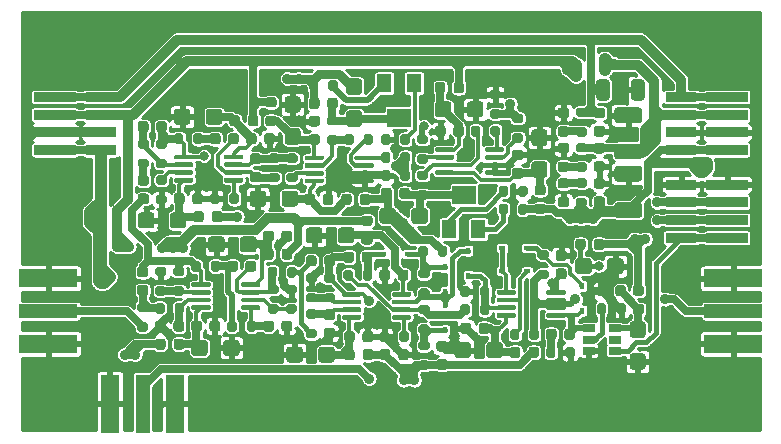
<source format=gtl>
G04 #@! TF.GenerationSoftware,KiCad,Pcbnew,5.1.10-88a1d61d58~88~ubuntu18.04.1*
G04 #@! TF.CreationDate,2021-10-01T18:12:45+02:00*
G04 #@! TF.ProjectId,signal_processing,7369676e-616c-45f7-9072-6f6365737369,rev?*
G04 #@! TF.SameCoordinates,Original*
G04 #@! TF.FileFunction,Copper,L1,Top*
G04 #@! TF.FilePolarity,Positive*
%FSLAX46Y46*%
G04 Gerber Fmt 4.6, Leading zero omitted, Abs format (unit mm)*
G04 Created by KiCad (PCBNEW 5.1.10-88a1d61d58~88~ubuntu18.04.1) date 2021-10-01 18:12:45*
%MOMM*%
%LPD*%
G01*
G04 APERTURE LIST*
G04 #@! TA.AperFunction,SMDPad,CuDef*
%ADD10R,1.300000X1.600000*%
G04 #@! TD*
G04 #@! TA.AperFunction,SMDPad,CuDef*
%ADD11R,2.000000X1.600000*%
G04 #@! TD*
G04 #@! TA.AperFunction,SMDPad,CuDef*
%ADD12R,1.060000X0.650000*%
G04 #@! TD*
G04 #@! TA.AperFunction,SMDPad,CuDef*
%ADD13R,2.650000X0.850000*%
G04 #@! TD*
G04 #@! TA.AperFunction,SMDPad,CuDef*
%ADD14R,3.550000X0.850000*%
G04 #@! TD*
G04 #@! TA.AperFunction,SMDPad,CuDef*
%ADD15R,5.000000X1.200000*%
G04 #@! TD*
G04 #@! TA.AperFunction,SMDPad,CuDef*
%ADD16R,5.000000X1.600000*%
G04 #@! TD*
G04 #@! TA.AperFunction,SMDPad,CuDef*
%ADD17R,1.200000X5.000000*%
G04 #@! TD*
G04 #@! TA.AperFunction,SMDPad,CuDef*
%ADD18R,1.600000X5.000000*%
G04 #@! TD*
G04 #@! TA.AperFunction,SMDPad,CuDef*
%ADD19R,0.450000X0.600000*%
G04 #@! TD*
G04 #@! TA.AperFunction,SMDPad,CuDef*
%ADD20R,0.600000X0.450000*%
G04 #@! TD*
G04 #@! TA.AperFunction,ViaPad*
%ADD21C,0.800000*%
G04 #@! TD*
G04 #@! TA.AperFunction,ViaPad*
%ADD22C,0.900000*%
G04 #@! TD*
G04 #@! TA.AperFunction,ViaPad*
%ADD23C,5.000000*%
G04 #@! TD*
G04 #@! TA.AperFunction,Conductor*
%ADD24C,0.650000*%
G04 #@! TD*
G04 #@! TA.AperFunction,Conductor*
%ADD25C,0.350000*%
G04 #@! TD*
G04 #@! TA.AperFunction,Conductor*
%ADD26C,0.550000*%
G04 #@! TD*
G04 #@! TA.AperFunction,Conductor*
%ADD27C,0.950000*%
G04 #@! TD*
G04 #@! TA.AperFunction,Conductor*
%ADD28C,0.850000*%
G04 #@! TD*
G04 #@! TA.AperFunction,Conductor*
%ADD29C,1.050000*%
G04 #@! TD*
G04 #@! TA.AperFunction,Conductor*
%ADD30C,0.750000*%
G04 #@! TD*
G04 #@! TA.AperFunction,Conductor*
%ADD31C,0.450000*%
G04 #@! TD*
G04 #@! TA.AperFunction,Conductor*
%ADD32C,0.400000*%
G04 #@! TD*
G04 #@! TA.AperFunction,Conductor*
%ADD33C,0.325000*%
G04 #@! TD*
G04 #@! TA.AperFunction,Conductor*
%ADD34C,0.375000*%
G04 #@! TD*
G04 #@! TA.AperFunction,Conductor*
%ADD35C,0.254000*%
G04 #@! TD*
G04 #@! TA.AperFunction,Conductor*
%ADD36C,0.100000*%
G04 #@! TD*
G04 APERTURE END LIST*
G04 #@! TA.AperFunction,SMDPad,CuDef*
G36*
G01*
X147085500Y-97832500D02*
X147085500Y-98382500D01*
G75*
G02*
X146885500Y-98582500I-200000J0D01*
G01*
X146485500Y-98582500D01*
G75*
G02*
X146285500Y-98382500I0J200000D01*
G01*
X146285500Y-97832500D01*
G75*
G02*
X146485500Y-97632500I200000J0D01*
G01*
X146885500Y-97632500D01*
G75*
G02*
X147085500Y-97832500I0J-200000D01*
G01*
G37*
G04 #@! TD.AperFunction*
G04 #@! TA.AperFunction,SMDPad,CuDef*
G36*
G01*
X148735500Y-97832500D02*
X148735500Y-98382500D01*
G75*
G02*
X148535500Y-98582500I-200000J0D01*
G01*
X148135500Y-98582500D01*
G75*
G02*
X147935500Y-98382500I0J200000D01*
G01*
X147935500Y-97832500D01*
G75*
G02*
X148135500Y-97632500I200000J0D01*
G01*
X148535500Y-97632500D01*
G75*
G02*
X148735500Y-97832500I0J-200000D01*
G01*
G37*
G04 #@! TD.AperFunction*
G04 #@! TA.AperFunction,SMDPad,CuDef*
G36*
G01*
X147223000Y-111329500D02*
X147223000Y-111129500D01*
G75*
G02*
X147323000Y-111029500I100000J0D01*
G01*
X148748000Y-111029500D01*
G75*
G02*
X148848000Y-111129500I0J-100000D01*
G01*
X148848000Y-111329500D01*
G75*
G02*
X148748000Y-111429500I-100000J0D01*
G01*
X147323000Y-111429500D01*
G75*
G02*
X147223000Y-111329500I0J100000D01*
G01*
G37*
G04 #@! TD.AperFunction*
G04 #@! TA.AperFunction,SMDPad,CuDef*
G36*
G01*
X147223000Y-111979500D02*
X147223000Y-111779500D01*
G75*
G02*
X147323000Y-111679500I100000J0D01*
G01*
X148748000Y-111679500D01*
G75*
G02*
X148848000Y-111779500I0J-100000D01*
G01*
X148848000Y-111979500D01*
G75*
G02*
X148748000Y-112079500I-100000J0D01*
G01*
X147323000Y-112079500D01*
G75*
G02*
X147223000Y-111979500I0J100000D01*
G01*
G37*
G04 #@! TD.AperFunction*
G04 #@! TA.AperFunction,SMDPad,CuDef*
G36*
G01*
X147223000Y-112629500D02*
X147223000Y-112429500D01*
G75*
G02*
X147323000Y-112329500I100000J0D01*
G01*
X148748000Y-112329500D01*
G75*
G02*
X148848000Y-112429500I0J-100000D01*
G01*
X148848000Y-112629500D01*
G75*
G02*
X148748000Y-112729500I-100000J0D01*
G01*
X147323000Y-112729500D01*
G75*
G02*
X147223000Y-112629500I0J100000D01*
G01*
G37*
G04 #@! TD.AperFunction*
G04 #@! TA.AperFunction,SMDPad,CuDef*
G36*
G01*
X147223000Y-113279500D02*
X147223000Y-113079500D01*
G75*
G02*
X147323000Y-112979500I100000J0D01*
G01*
X148748000Y-112979500D01*
G75*
G02*
X148848000Y-113079500I0J-100000D01*
G01*
X148848000Y-113279500D01*
G75*
G02*
X148748000Y-113379500I-100000J0D01*
G01*
X147323000Y-113379500D01*
G75*
G02*
X147223000Y-113279500I0J100000D01*
G01*
G37*
G04 #@! TD.AperFunction*
G04 #@! TA.AperFunction,SMDPad,CuDef*
G36*
G01*
X142998000Y-113279500D02*
X142998000Y-113079500D01*
G75*
G02*
X143098000Y-112979500I100000J0D01*
G01*
X144523000Y-112979500D01*
G75*
G02*
X144623000Y-113079500I0J-100000D01*
G01*
X144623000Y-113279500D01*
G75*
G02*
X144523000Y-113379500I-100000J0D01*
G01*
X143098000Y-113379500D01*
G75*
G02*
X142998000Y-113279500I0J100000D01*
G01*
G37*
G04 #@! TD.AperFunction*
G04 #@! TA.AperFunction,SMDPad,CuDef*
G36*
G01*
X142998000Y-112629500D02*
X142998000Y-112429500D01*
G75*
G02*
X143098000Y-112329500I100000J0D01*
G01*
X144523000Y-112329500D01*
G75*
G02*
X144623000Y-112429500I0J-100000D01*
G01*
X144623000Y-112629500D01*
G75*
G02*
X144523000Y-112729500I-100000J0D01*
G01*
X143098000Y-112729500D01*
G75*
G02*
X142998000Y-112629500I0J100000D01*
G01*
G37*
G04 #@! TD.AperFunction*
G04 #@! TA.AperFunction,SMDPad,CuDef*
G36*
G01*
X142998000Y-111979500D02*
X142998000Y-111779500D01*
G75*
G02*
X143098000Y-111679500I100000J0D01*
G01*
X144523000Y-111679500D01*
G75*
G02*
X144623000Y-111779500I0J-100000D01*
G01*
X144623000Y-111979500D01*
G75*
G02*
X144523000Y-112079500I-100000J0D01*
G01*
X143098000Y-112079500D01*
G75*
G02*
X142998000Y-111979500I0J100000D01*
G01*
G37*
G04 #@! TD.AperFunction*
G04 #@! TA.AperFunction,SMDPad,CuDef*
G36*
G01*
X142998000Y-111329500D02*
X142998000Y-111129500D01*
G75*
G02*
X143098000Y-111029500I100000J0D01*
G01*
X144523000Y-111029500D01*
G75*
G02*
X144623000Y-111129500I0J-100000D01*
G01*
X144623000Y-111329500D01*
G75*
G02*
X144523000Y-111429500I-100000J0D01*
G01*
X143098000Y-111429500D01*
G75*
G02*
X142998000Y-111329500I0J100000D01*
G01*
G37*
G04 #@! TD.AperFunction*
G04 #@! TA.AperFunction,SMDPad,CuDef*
G36*
G01*
X144048000Y-99772500D02*
X144048000Y-99572500D01*
G75*
G02*
X144148000Y-99472500I100000J0D01*
G01*
X145573000Y-99472500D01*
G75*
G02*
X145673000Y-99572500I0J-100000D01*
G01*
X145673000Y-99772500D01*
G75*
G02*
X145573000Y-99872500I-100000J0D01*
G01*
X144148000Y-99872500D01*
G75*
G02*
X144048000Y-99772500I0J100000D01*
G01*
G37*
G04 #@! TD.AperFunction*
G04 #@! TA.AperFunction,SMDPad,CuDef*
G36*
G01*
X144048000Y-100422500D02*
X144048000Y-100222500D01*
G75*
G02*
X144148000Y-100122500I100000J0D01*
G01*
X145573000Y-100122500D01*
G75*
G02*
X145673000Y-100222500I0J-100000D01*
G01*
X145673000Y-100422500D01*
G75*
G02*
X145573000Y-100522500I-100000J0D01*
G01*
X144148000Y-100522500D01*
G75*
G02*
X144048000Y-100422500I0J100000D01*
G01*
G37*
G04 #@! TD.AperFunction*
G04 #@! TA.AperFunction,SMDPad,CuDef*
G36*
G01*
X144048000Y-101072500D02*
X144048000Y-100872500D01*
G75*
G02*
X144148000Y-100772500I100000J0D01*
G01*
X145573000Y-100772500D01*
G75*
G02*
X145673000Y-100872500I0J-100000D01*
G01*
X145673000Y-101072500D01*
G75*
G02*
X145573000Y-101172500I-100000J0D01*
G01*
X144148000Y-101172500D01*
G75*
G02*
X144048000Y-101072500I0J100000D01*
G01*
G37*
G04 #@! TD.AperFunction*
G04 #@! TA.AperFunction,SMDPad,CuDef*
G36*
G01*
X144048000Y-101722500D02*
X144048000Y-101522500D01*
G75*
G02*
X144148000Y-101422500I100000J0D01*
G01*
X145573000Y-101422500D01*
G75*
G02*
X145673000Y-101522500I0J-100000D01*
G01*
X145673000Y-101722500D01*
G75*
G02*
X145573000Y-101822500I-100000J0D01*
G01*
X144148000Y-101822500D01*
G75*
G02*
X144048000Y-101722500I0J100000D01*
G01*
G37*
G04 #@! TD.AperFunction*
G04 #@! TA.AperFunction,SMDPad,CuDef*
G36*
G01*
X139823000Y-101722500D02*
X139823000Y-101522500D01*
G75*
G02*
X139923000Y-101422500I100000J0D01*
G01*
X141348000Y-101422500D01*
G75*
G02*
X141448000Y-101522500I0J-100000D01*
G01*
X141448000Y-101722500D01*
G75*
G02*
X141348000Y-101822500I-100000J0D01*
G01*
X139923000Y-101822500D01*
G75*
G02*
X139823000Y-101722500I0J100000D01*
G01*
G37*
G04 #@! TD.AperFunction*
G04 #@! TA.AperFunction,SMDPad,CuDef*
G36*
G01*
X139823000Y-101072500D02*
X139823000Y-100872500D01*
G75*
G02*
X139923000Y-100772500I100000J0D01*
G01*
X141348000Y-100772500D01*
G75*
G02*
X141448000Y-100872500I0J-100000D01*
G01*
X141448000Y-101072500D01*
G75*
G02*
X141348000Y-101172500I-100000J0D01*
G01*
X139923000Y-101172500D01*
G75*
G02*
X139823000Y-101072500I0J100000D01*
G01*
G37*
G04 #@! TD.AperFunction*
G04 #@! TA.AperFunction,SMDPad,CuDef*
G36*
G01*
X139823000Y-100422500D02*
X139823000Y-100222500D01*
G75*
G02*
X139923000Y-100122500I100000J0D01*
G01*
X141348000Y-100122500D01*
G75*
G02*
X141448000Y-100222500I0J-100000D01*
G01*
X141448000Y-100422500D01*
G75*
G02*
X141348000Y-100522500I-100000J0D01*
G01*
X139923000Y-100522500D01*
G75*
G02*
X139823000Y-100422500I0J100000D01*
G01*
G37*
G04 #@! TD.AperFunction*
G04 #@! TA.AperFunction,SMDPad,CuDef*
G36*
G01*
X139823000Y-99772500D02*
X139823000Y-99572500D01*
G75*
G02*
X139923000Y-99472500I100000J0D01*
G01*
X141348000Y-99472500D01*
G75*
G02*
X141448000Y-99572500I0J-100000D01*
G01*
X141448000Y-99772500D01*
G75*
G02*
X141348000Y-99872500I-100000J0D01*
G01*
X139923000Y-99872500D01*
G75*
G02*
X139823000Y-99772500I0J100000D01*
G01*
G37*
G04 #@! TD.AperFunction*
G04 #@! TA.AperFunction,SMDPad,CuDef*
G36*
G01*
X155097000Y-99074000D02*
X155097000Y-98874000D01*
G75*
G02*
X155197000Y-98774000I100000J0D01*
G01*
X156622000Y-98774000D01*
G75*
G02*
X156722000Y-98874000I0J-100000D01*
G01*
X156722000Y-99074000D01*
G75*
G02*
X156622000Y-99174000I-100000J0D01*
G01*
X155197000Y-99174000D01*
G75*
G02*
X155097000Y-99074000I0J100000D01*
G01*
G37*
G04 #@! TD.AperFunction*
G04 #@! TA.AperFunction,SMDPad,CuDef*
G36*
G01*
X155097000Y-99724000D02*
X155097000Y-99524000D01*
G75*
G02*
X155197000Y-99424000I100000J0D01*
G01*
X156622000Y-99424000D01*
G75*
G02*
X156722000Y-99524000I0J-100000D01*
G01*
X156722000Y-99724000D01*
G75*
G02*
X156622000Y-99824000I-100000J0D01*
G01*
X155197000Y-99824000D01*
G75*
G02*
X155097000Y-99724000I0J100000D01*
G01*
G37*
G04 #@! TD.AperFunction*
G04 #@! TA.AperFunction,SMDPad,CuDef*
G36*
G01*
X155097000Y-100374000D02*
X155097000Y-100174000D01*
G75*
G02*
X155197000Y-100074000I100000J0D01*
G01*
X156622000Y-100074000D01*
G75*
G02*
X156722000Y-100174000I0J-100000D01*
G01*
X156722000Y-100374000D01*
G75*
G02*
X156622000Y-100474000I-100000J0D01*
G01*
X155197000Y-100474000D01*
G75*
G02*
X155097000Y-100374000I0J100000D01*
G01*
G37*
G04 #@! TD.AperFunction*
G04 #@! TA.AperFunction,SMDPad,CuDef*
G36*
G01*
X155097000Y-101024000D02*
X155097000Y-100824000D01*
G75*
G02*
X155197000Y-100724000I100000J0D01*
G01*
X156622000Y-100724000D01*
G75*
G02*
X156722000Y-100824000I0J-100000D01*
G01*
X156722000Y-101024000D01*
G75*
G02*
X156622000Y-101124000I-100000J0D01*
G01*
X155197000Y-101124000D01*
G75*
G02*
X155097000Y-101024000I0J100000D01*
G01*
G37*
G04 #@! TD.AperFunction*
G04 #@! TA.AperFunction,SMDPad,CuDef*
G36*
G01*
X150872000Y-101024000D02*
X150872000Y-100824000D01*
G75*
G02*
X150972000Y-100724000I100000J0D01*
G01*
X152397000Y-100724000D01*
G75*
G02*
X152497000Y-100824000I0J-100000D01*
G01*
X152497000Y-101024000D01*
G75*
G02*
X152397000Y-101124000I-100000J0D01*
G01*
X150972000Y-101124000D01*
G75*
G02*
X150872000Y-101024000I0J100000D01*
G01*
G37*
G04 #@! TD.AperFunction*
G04 #@! TA.AperFunction,SMDPad,CuDef*
G36*
G01*
X150872000Y-100374000D02*
X150872000Y-100174000D01*
G75*
G02*
X150972000Y-100074000I100000J0D01*
G01*
X152397000Y-100074000D01*
G75*
G02*
X152497000Y-100174000I0J-100000D01*
G01*
X152497000Y-100374000D01*
G75*
G02*
X152397000Y-100474000I-100000J0D01*
G01*
X150972000Y-100474000D01*
G75*
G02*
X150872000Y-100374000I0J100000D01*
G01*
G37*
G04 #@! TD.AperFunction*
G04 #@! TA.AperFunction,SMDPad,CuDef*
G36*
G01*
X150872000Y-99724000D02*
X150872000Y-99524000D01*
G75*
G02*
X150972000Y-99424000I100000J0D01*
G01*
X152397000Y-99424000D01*
G75*
G02*
X152497000Y-99524000I0J-100000D01*
G01*
X152497000Y-99724000D01*
G75*
G02*
X152397000Y-99824000I-100000J0D01*
G01*
X150972000Y-99824000D01*
G75*
G02*
X150872000Y-99724000I0J100000D01*
G01*
G37*
G04 #@! TD.AperFunction*
G04 #@! TA.AperFunction,SMDPad,CuDef*
G36*
G01*
X150872000Y-99074000D02*
X150872000Y-98874000D01*
G75*
G02*
X150972000Y-98774000I100000J0D01*
G01*
X152397000Y-98774000D01*
G75*
G02*
X152497000Y-98874000I0J-100000D01*
G01*
X152497000Y-99074000D01*
G75*
G02*
X152397000Y-99174000I-100000J0D01*
G01*
X150972000Y-99174000D01*
G75*
G02*
X150872000Y-99074000I0J100000D01*
G01*
G37*
G04 #@! TD.AperFunction*
G04 #@! TA.AperFunction,SMDPad,CuDef*
G36*
G01*
X160299700Y-111159200D02*
X160299700Y-110959200D01*
G75*
G02*
X160399700Y-110859200I100000J0D01*
G01*
X161824700Y-110859200D01*
G75*
G02*
X161924700Y-110959200I0J-100000D01*
G01*
X161924700Y-111159200D01*
G75*
G02*
X161824700Y-111259200I-100000J0D01*
G01*
X160399700Y-111259200D01*
G75*
G02*
X160299700Y-111159200I0J100000D01*
G01*
G37*
G04 #@! TD.AperFunction*
G04 #@! TA.AperFunction,SMDPad,CuDef*
G36*
G01*
X160299700Y-111809200D02*
X160299700Y-111609200D01*
G75*
G02*
X160399700Y-111509200I100000J0D01*
G01*
X161824700Y-111509200D01*
G75*
G02*
X161924700Y-111609200I0J-100000D01*
G01*
X161924700Y-111809200D01*
G75*
G02*
X161824700Y-111909200I-100000J0D01*
G01*
X160399700Y-111909200D01*
G75*
G02*
X160299700Y-111809200I0J100000D01*
G01*
G37*
G04 #@! TD.AperFunction*
G04 #@! TA.AperFunction,SMDPad,CuDef*
G36*
G01*
X160299700Y-112459200D02*
X160299700Y-112259200D01*
G75*
G02*
X160399700Y-112159200I100000J0D01*
G01*
X161824700Y-112159200D01*
G75*
G02*
X161924700Y-112259200I0J-100000D01*
G01*
X161924700Y-112459200D01*
G75*
G02*
X161824700Y-112559200I-100000J0D01*
G01*
X160399700Y-112559200D01*
G75*
G02*
X160299700Y-112459200I0J100000D01*
G01*
G37*
G04 #@! TD.AperFunction*
G04 #@! TA.AperFunction,SMDPad,CuDef*
G36*
G01*
X160299700Y-113109200D02*
X160299700Y-112909200D01*
G75*
G02*
X160399700Y-112809200I100000J0D01*
G01*
X161824700Y-112809200D01*
G75*
G02*
X161924700Y-112909200I0J-100000D01*
G01*
X161924700Y-113109200D01*
G75*
G02*
X161824700Y-113209200I-100000J0D01*
G01*
X160399700Y-113209200D01*
G75*
G02*
X160299700Y-113109200I0J100000D01*
G01*
G37*
G04 #@! TD.AperFunction*
G04 #@! TA.AperFunction,SMDPad,CuDef*
G36*
G01*
X156074700Y-113109200D02*
X156074700Y-112909200D01*
G75*
G02*
X156174700Y-112809200I100000J0D01*
G01*
X157599700Y-112809200D01*
G75*
G02*
X157699700Y-112909200I0J-100000D01*
G01*
X157699700Y-113109200D01*
G75*
G02*
X157599700Y-113209200I-100000J0D01*
G01*
X156174700Y-113209200D01*
G75*
G02*
X156074700Y-113109200I0J100000D01*
G01*
G37*
G04 #@! TD.AperFunction*
G04 #@! TA.AperFunction,SMDPad,CuDef*
G36*
G01*
X156074700Y-112459200D02*
X156074700Y-112259200D01*
G75*
G02*
X156174700Y-112159200I100000J0D01*
G01*
X157599700Y-112159200D01*
G75*
G02*
X157699700Y-112259200I0J-100000D01*
G01*
X157699700Y-112459200D01*
G75*
G02*
X157599700Y-112559200I-100000J0D01*
G01*
X156174700Y-112559200D01*
G75*
G02*
X156074700Y-112459200I0J100000D01*
G01*
G37*
G04 #@! TD.AperFunction*
G04 #@! TA.AperFunction,SMDPad,CuDef*
G36*
G01*
X156074700Y-111809200D02*
X156074700Y-111609200D01*
G75*
G02*
X156174700Y-111509200I100000J0D01*
G01*
X157599700Y-111509200D01*
G75*
G02*
X157699700Y-111609200I0J-100000D01*
G01*
X157699700Y-111809200D01*
G75*
G02*
X157599700Y-111909200I-100000J0D01*
G01*
X156174700Y-111909200D01*
G75*
G02*
X156074700Y-111809200I0J100000D01*
G01*
G37*
G04 #@! TD.AperFunction*
G04 #@! TA.AperFunction,SMDPad,CuDef*
G36*
G01*
X156074700Y-111159200D02*
X156074700Y-110959200D01*
G75*
G02*
X156174700Y-110859200I100000J0D01*
G01*
X157599700Y-110859200D01*
G75*
G02*
X157699700Y-110959200I0J-100000D01*
G01*
X157699700Y-111159200D01*
G75*
G02*
X157599700Y-111259200I-100000J0D01*
G01*
X156174700Y-111259200D01*
G75*
G02*
X156074700Y-111159200I0J100000D01*
G01*
G37*
G04 #@! TD.AperFunction*
G04 #@! TA.AperFunction,SMDPad,CuDef*
G36*
G01*
X132999000Y-99709000D02*
X132999000Y-99509000D01*
G75*
G02*
X133099000Y-99409000I100000J0D01*
G01*
X134524000Y-99409000D01*
G75*
G02*
X134624000Y-99509000I0J-100000D01*
G01*
X134624000Y-99709000D01*
G75*
G02*
X134524000Y-99809000I-100000J0D01*
G01*
X133099000Y-99809000D01*
G75*
G02*
X132999000Y-99709000I0J100000D01*
G01*
G37*
G04 #@! TD.AperFunction*
G04 #@! TA.AperFunction,SMDPad,CuDef*
G36*
G01*
X132999000Y-100359000D02*
X132999000Y-100159000D01*
G75*
G02*
X133099000Y-100059000I100000J0D01*
G01*
X134524000Y-100059000D01*
G75*
G02*
X134624000Y-100159000I0J-100000D01*
G01*
X134624000Y-100359000D01*
G75*
G02*
X134524000Y-100459000I-100000J0D01*
G01*
X133099000Y-100459000D01*
G75*
G02*
X132999000Y-100359000I0J100000D01*
G01*
G37*
G04 #@! TD.AperFunction*
G04 #@! TA.AperFunction,SMDPad,CuDef*
G36*
G01*
X132999000Y-101009000D02*
X132999000Y-100809000D01*
G75*
G02*
X133099000Y-100709000I100000J0D01*
G01*
X134524000Y-100709000D01*
G75*
G02*
X134624000Y-100809000I0J-100000D01*
G01*
X134624000Y-101009000D01*
G75*
G02*
X134524000Y-101109000I-100000J0D01*
G01*
X133099000Y-101109000D01*
G75*
G02*
X132999000Y-101009000I0J100000D01*
G01*
G37*
G04 #@! TD.AperFunction*
G04 #@! TA.AperFunction,SMDPad,CuDef*
G36*
G01*
X132999000Y-101659000D02*
X132999000Y-101459000D01*
G75*
G02*
X133099000Y-101359000I100000J0D01*
G01*
X134524000Y-101359000D01*
G75*
G02*
X134624000Y-101459000I0J-100000D01*
G01*
X134624000Y-101659000D01*
G75*
G02*
X134524000Y-101759000I-100000J0D01*
G01*
X133099000Y-101759000D01*
G75*
G02*
X132999000Y-101659000I0J100000D01*
G01*
G37*
G04 #@! TD.AperFunction*
G04 #@! TA.AperFunction,SMDPad,CuDef*
G36*
G01*
X128774000Y-101659000D02*
X128774000Y-101459000D01*
G75*
G02*
X128874000Y-101359000I100000J0D01*
G01*
X130299000Y-101359000D01*
G75*
G02*
X130399000Y-101459000I0J-100000D01*
G01*
X130399000Y-101659000D01*
G75*
G02*
X130299000Y-101759000I-100000J0D01*
G01*
X128874000Y-101759000D01*
G75*
G02*
X128774000Y-101659000I0J100000D01*
G01*
G37*
G04 #@! TD.AperFunction*
G04 #@! TA.AperFunction,SMDPad,CuDef*
G36*
G01*
X128774000Y-101009000D02*
X128774000Y-100809000D01*
G75*
G02*
X128874000Y-100709000I100000J0D01*
G01*
X130299000Y-100709000D01*
G75*
G02*
X130399000Y-100809000I0J-100000D01*
G01*
X130399000Y-101009000D01*
G75*
G02*
X130299000Y-101109000I-100000J0D01*
G01*
X128874000Y-101109000D01*
G75*
G02*
X128774000Y-101009000I0J100000D01*
G01*
G37*
G04 #@! TD.AperFunction*
G04 #@! TA.AperFunction,SMDPad,CuDef*
G36*
G01*
X128774000Y-100359000D02*
X128774000Y-100159000D01*
G75*
G02*
X128874000Y-100059000I100000J0D01*
G01*
X130299000Y-100059000D01*
G75*
G02*
X130399000Y-100159000I0J-100000D01*
G01*
X130399000Y-100359000D01*
G75*
G02*
X130299000Y-100459000I-100000J0D01*
G01*
X128874000Y-100459000D01*
G75*
G02*
X128774000Y-100359000I0J100000D01*
G01*
G37*
G04 #@! TD.AperFunction*
G04 #@! TA.AperFunction,SMDPad,CuDef*
G36*
G01*
X128774000Y-99709000D02*
X128774000Y-99509000D01*
G75*
G02*
X128874000Y-99409000I100000J0D01*
G01*
X130299000Y-99409000D01*
G75*
G02*
X130399000Y-99509000I0J-100000D01*
G01*
X130399000Y-99709000D01*
G75*
G02*
X130299000Y-99809000I-100000J0D01*
G01*
X128874000Y-99809000D01*
G75*
G02*
X128774000Y-99709000I0J100000D01*
G01*
G37*
G04 #@! TD.AperFunction*
G04 #@! TA.AperFunction,SMDPad,CuDef*
G36*
G01*
X134459500Y-110504000D02*
X134459500Y-110304000D01*
G75*
G02*
X134559500Y-110204000I100000J0D01*
G01*
X135984500Y-110204000D01*
G75*
G02*
X136084500Y-110304000I0J-100000D01*
G01*
X136084500Y-110504000D01*
G75*
G02*
X135984500Y-110604000I-100000J0D01*
G01*
X134559500Y-110604000D01*
G75*
G02*
X134459500Y-110504000I0J100000D01*
G01*
G37*
G04 #@! TD.AperFunction*
G04 #@! TA.AperFunction,SMDPad,CuDef*
G36*
G01*
X134459500Y-111154000D02*
X134459500Y-110954000D01*
G75*
G02*
X134559500Y-110854000I100000J0D01*
G01*
X135984500Y-110854000D01*
G75*
G02*
X136084500Y-110954000I0J-100000D01*
G01*
X136084500Y-111154000D01*
G75*
G02*
X135984500Y-111254000I-100000J0D01*
G01*
X134559500Y-111254000D01*
G75*
G02*
X134459500Y-111154000I0J100000D01*
G01*
G37*
G04 #@! TD.AperFunction*
G04 #@! TA.AperFunction,SMDPad,CuDef*
G36*
G01*
X134459500Y-111804000D02*
X134459500Y-111604000D01*
G75*
G02*
X134559500Y-111504000I100000J0D01*
G01*
X135984500Y-111504000D01*
G75*
G02*
X136084500Y-111604000I0J-100000D01*
G01*
X136084500Y-111804000D01*
G75*
G02*
X135984500Y-111904000I-100000J0D01*
G01*
X134559500Y-111904000D01*
G75*
G02*
X134459500Y-111804000I0J100000D01*
G01*
G37*
G04 #@! TD.AperFunction*
G04 #@! TA.AperFunction,SMDPad,CuDef*
G36*
G01*
X134459500Y-112454000D02*
X134459500Y-112254000D01*
G75*
G02*
X134559500Y-112154000I100000J0D01*
G01*
X135984500Y-112154000D01*
G75*
G02*
X136084500Y-112254000I0J-100000D01*
G01*
X136084500Y-112454000D01*
G75*
G02*
X135984500Y-112554000I-100000J0D01*
G01*
X134559500Y-112554000D01*
G75*
G02*
X134459500Y-112454000I0J100000D01*
G01*
G37*
G04 #@! TD.AperFunction*
G04 #@! TA.AperFunction,SMDPad,CuDef*
G36*
G01*
X130234500Y-112454000D02*
X130234500Y-112254000D01*
G75*
G02*
X130334500Y-112154000I100000J0D01*
G01*
X131759500Y-112154000D01*
G75*
G02*
X131859500Y-112254000I0J-100000D01*
G01*
X131859500Y-112454000D01*
G75*
G02*
X131759500Y-112554000I-100000J0D01*
G01*
X130334500Y-112554000D01*
G75*
G02*
X130234500Y-112454000I0J100000D01*
G01*
G37*
G04 #@! TD.AperFunction*
G04 #@! TA.AperFunction,SMDPad,CuDef*
G36*
G01*
X130234500Y-111804000D02*
X130234500Y-111604000D01*
G75*
G02*
X130334500Y-111504000I100000J0D01*
G01*
X131759500Y-111504000D01*
G75*
G02*
X131859500Y-111604000I0J-100000D01*
G01*
X131859500Y-111804000D01*
G75*
G02*
X131759500Y-111904000I-100000J0D01*
G01*
X130334500Y-111904000D01*
G75*
G02*
X130234500Y-111804000I0J100000D01*
G01*
G37*
G04 #@! TD.AperFunction*
G04 #@! TA.AperFunction,SMDPad,CuDef*
G36*
G01*
X130234500Y-111154000D02*
X130234500Y-110954000D01*
G75*
G02*
X130334500Y-110854000I100000J0D01*
G01*
X131759500Y-110854000D01*
G75*
G02*
X131859500Y-110954000I0J-100000D01*
G01*
X131859500Y-111154000D01*
G75*
G02*
X131759500Y-111254000I-100000J0D01*
G01*
X130334500Y-111254000D01*
G75*
G02*
X130234500Y-111154000I0J100000D01*
G01*
G37*
G04 #@! TD.AperFunction*
G04 #@! TA.AperFunction,SMDPad,CuDef*
G36*
G01*
X130234500Y-110504000D02*
X130234500Y-110304000D01*
G75*
G02*
X130334500Y-110204000I100000J0D01*
G01*
X131759500Y-110204000D01*
G75*
G02*
X131859500Y-110304000I0J-100000D01*
G01*
X131859500Y-110504000D01*
G75*
G02*
X131759500Y-110604000I-100000J0D01*
G01*
X130334500Y-110604000D01*
G75*
G02*
X130234500Y-110504000I0J100000D01*
G01*
G37*
G04 #@! TD.AperFunction*
G04 #@! TA.AperFunction,SMDPad,CuDef*
G36*
G01*
X126611500Y-96778000D02*
X126611500Y-97278000D01*
G75*
G02*
X126386500Y-97503000I-225000J0D01*
G01*
X125936500Y-97503000D01*
G75*
G02*
X125711500Y-97278000I0J225000D01*
G01*
X125711500Y-96778000D01*
G75*
G02*
X125936500Y-96553000I225000J0D01*
G01*
X126386500Y-96553000D01*
G75*
G02*
X126611500Y-96778000I0J-225000D01*
G01*
G37*
G04 #@! TD.AperFunction*
G04 #@! TA.AperFunction,SMDPad,CuDef*
G36*
G01*
X128161500Y-96778000D02*
X128161500Y-97278000D01*
G75*
G02*
X127936500Y-97503000I-225000J0D01*
G01*
X127486500Y-97503000D01*
G75*
G02*
X127261500Y-97278000I0J225000D01*
G01*
X127261500Y-96778000D01*
G75*
G02*
X127486500Y-96553000I225000J0D01*
G01*
X127936500Y-96553000D01*
G75*
G02*
X128161500Y-96778000I0J-225000D01*
G01*
G37*
G04 #@! TD.AperFunction*
G04 #@! TA.AperFunction,SMDPad,CuDef*
G36*
G01*
X147085500Y-100880500D02*
X147085500Y-101430500D01*
G75*
G02*
X146885500Y-101630500I-200000J0D01*
G01*
X146485500Y-101630500D01*
G75*
G02*
X146285500Y-101430500I0J200000D01*
G01*
X146285500Y-100880500D01*
G75*
G02*
X146485500Y-100680500I200000J0D01*
G01*
X146885500Y-100680500D01*
G75*
G02*
X147085500Y-100880500I0J-200000D01*
G01*
G37*
G04 #@! TD.AperFunction*
G04 #@! TA.AperFunction,SMDPad,CuDef*
G36*
G01*
X148735500Y-100880500D02*
X148735500Y-101430500D01*
G75*
G02*
X148535500Y-101630500I-200000J0D01*
G01*
X148135500Y-101630500D01*
G75*
G02*
X147935500Y-101430500I0J200000D01*
G01*
X147935500Y-100880500D01*
G75*
G02*
X148135500Y-100680500I200000J0D01*
G01*
X148535500Y-100680500D01*
G75*
G02*
X148735500Y-100880500I0J-200000D01*
G01*
G37*
G04 #@! TD.AperFunction*
G04 #@! TA.AperFunction,SMDPad,CuDef*
G36*
G01*
X147935500Y-99906500D02*
X147935500Y-99356500D01*
G75*
G02*
X148135500Y-99156500I200000J0D01*
G01*
X148535500Y-99156500D01*
G75*
G02*
X148735500Y-99356500I0J-200000D01*
G01*
X148735500Y-99906500D01*
G75*
G02*
X148535500Y-100106500I-200000J0D01*
G01*
X148135500Y-100106500D01*
G75*
G02*
X147935500Y-99906500I0J200000D01*
G01*
G37*
G04 #@! TD.AperFunction*
G04 #@! TA.AperFunction,SMDPad,CuDef*
G36*
G01*
X146285500Y-99906500D02*
X146285500Y-99356500D01*
G75*
G02*
X146485500Y-99156500I200000J0D01*
G01*
X146885500Y-99156500D01*
G75*
G02*
X147085500Y-99356500I0J-200000D01*
G01*
X147085500Y-99906500D01*
G75*
G02*
X146885500Y-100106500I-200000J0D01*
G01*
X146485500Y-100106500D01*
G75*
G02*
X146285500Y-99906500I0J200000D01*
G01*
G37*
G04 #@! TD.AperFunction*
G04 #@! TA.AperFunction,SMDPad,CuDef*
G36*
G01*
X156231000Y-94698000D02*
X155681000Y-94698000D01*
G75*
G02*
X155481000Y-94498000I0J200000D01*
G01*
X155481000Y-94098000D01*
G75*
G02*
X155681000Y-93898000I200000J0D01*
G01*
X156231000Y-93898000D01*
G75*
G02*
X156431000Y-94098000I0J-200000D01*
G01*
X156431000Y-94498000D01*
G75*
G02*
X156231000Y-94698000I-200000J0D01*
G01*
G37*
G04 #@! TD.AperFunction*
G04 #@! TA.AperFunction,SMDPad,CuDef*
G36*
G01*
X156231000Y-96348000D02*
X155681000Y-96348000D01*
G75*
G02*
X155481000Y-96148000I0J200000D01*
G01*
X155481000Y-95748000D01*
G75*
G02*
X155681000Y-95548000I200000J0D01*
G01*
X156231000Y-95548000D01*
G75*
G02*
X156431000Y-95748000I0J-200000D01*
G01*
X156431000Y-96148000D01*
G75*
G02*
X156231000Y-96348000I-200000J0D01*
G01*
G37*
G04 #@! TD.AperFunction*
G04 #@! TA.AperFunction,SMDPad,CuDef*
G36*
G01*
X158136000Y-96730000D02*
X157586000Y-96730000D01*
G75*
G02*
X157386000Y-96530000I0J200000D01*
G01*
X157386000Y-96130000D01*
G75*
G02*
X157586000Y-95930000I200000J0D01*
G01*
X158136000Y-95930000D01*
G75*
G02*
X158336000Y-96130000I0J-200000D01*
G01*
X158336000Y-96530000D01*
G75*
G02*
X158136000Y-96730000I-200000J0D01*
G01*
G37*
G04 #@! TD.AperFunction*
G04 #@! TA.AperFunction,SMDPad,CuDef*
G36*
G01*
X158136000Y-98380000D02*
X157586000Y-98380000D01*
G75*
G02*
X157386000Y-98180000I0J200000D01*
G01*
X157386000Y-97780000D01*
G75*
G02*
X157586000Y-97580000I200000J0D01*
G01*
X158136000Y-97580000D01*
G75*
G02*
X158336000Y-97780000I0J-200000D01*
G01*
X158336000Y-98180000D01*
G75*
G02*
X158136000Y-98380000I-200000J0D01*
G01*
G37*
G04 #@! TD.AperFunction*
D10*
X154539000Y-105717000D03*
D11*
X153289000Y-102817000D03*
D10*
X152039000Y-105717000D03*
X146578000Y-93355500D03*
D11*
X147828000Y-96255500D03*
D10*
X149078000Y-93355500D03*
G04 #@! TA.AperFunction,SMDPad,CuDef*
G36*
G01*
X147559000Y-104159499D02*
X147559000Y-105009501D01*
G75*
G02*
X147309001Y-105259500I-249999J0D01*
G01*
X146408999Y-105259500D01*
G75*
G02*
X146159000Y-105009501I0J249999D01*
G01*
X146159000Y-104159499D01*
G75*
G02*
X146408999Y-103909500I249999J0D01*
G01*
X147309001Y-103909500D01*
G75*
G02*
X147559000Y-104159499I0J-249999D01*
G01*
G37*
G04 #@! TD.AperFunction*
G04 #@! TA.AperFunction,SMDPad,CuDef*
G36*
G01*
X150259000Y-104159499D02*
X150259000Y-105009501D01*
G75*
G02*
X150009001Y-105259500I-249999J0D01*
G01*
X149108999Y-105259500D01*
G75*
G02*
X148859000Y-105009501I0J249999D01*
G01*
X148859000Y-104159499D01*
G75*
G02*
X149108999Y-103909500I249999J0D01*
G01*
X150009001Y-103909500D01*
G75*
G02*
X150259000Y-104159499I0J-249999D01*
G01*
G37*
G04 #@! TD.AperFunction*
G04 #@! TA.AperFunction,SMDPad,CuDef*
G36*
G01*
X147185500Y-102429500D02*
X147185500Y-102929500D01*
G75*
G02*
X146960500Y-103154500I-225000J0D01*
G01*
X146510500Y-103154500D01*
G75*
G02*
X146285500Y-102929500I0J225000D01*
G01*
X146285500Y-102429500D01*
G75*
G02*
X146510500Y-102204500I225000J0D01*
G01*
X146960500Y-102204500D01*
G75*
G02*
X147185500Y-102429500I0J-225000D01*
G01*
G37*
G04 #@! TD.AperFunction*
G04 #@! TA.AperFunction,SMDPad,CuDef*
G36*
G01*
X148735500Y-102429500D02*
X148735500Y-102929500D01*
G75*
G02*
X148510500Y-103154500I-225000J0D01*
G01*
X148060500Y-103154500D01*
G75*
G02*
X147835500Y-102929500I0J225000D01*
G01*
X147835500Y-102429500D01*
G75*
G02*
X148060500Y-102204500I225000J0D01*
G01*
X148510500Y-102204500D01*
G75*
G02*
X148735500Y-102429500I0J-225000D01*
G01*
G37*
G04 #@! TD.AperFunction*
D12*
X166073000Y-115062000D03*
X166073000Y-114112000D03*
X166073000Y-116012000D03*
X163873000Y-116012000D03*
X163873000Y-115062000D03*
X163873000Y-114112000D03*
G04 #@! TA.AperFunction,SMDPad,CuDef*
G36*
G01*
X128884000Y-110534000D02*
X129434000Y-110534000D01*
G75*
G02*
X129634000Y-110734000I0J-200000D01*
G01*
X129634000Y-111134000D01*
G75*
G02*
X129434000Y-111334000I-200000J0D01*
G01*
X128884000Y-111334000D01*
G75*
G02*
X128684000Y-111134000I0J200000D01*
G01*
X128684000Y-110734000D01*
G75*
G02*
X128884000Y-110534000I200000J0D01*
G01*
G37*
G04 #@! TD.AperFunction*
G04 #@! TA.AperFunction,SMDPad,CuDef*
G36*
G01*
X128884000Y-108884000D02*
X129434000Y-108884000D01*
G75*
G02*
X129634000Y-109084000I0J-200000D01*
G01*
X129634000Y-109484000D01*
G75*
G02*
X129434000Y-109684000I-200000J0D01*
G01*
X128884000Y-109684000D01*
G75*
G02*
X128684000Y-109484000I0J200000D01*
G01*
X128684000Y-109084000D01*
G75*
G02*
X128884000Y-108884000I200000J0D01*
G01*
G37*
G04 #@! TD.AperFunction*
G04 #@! TA.AperFunction,SMDPad,CuDef*
G36*
G01*
X135419600Y-100845500D02*
X135919600Y-100845500D01*
G75*
G02*
X136144600Y-101070500I0J-225000D01*
G01*
X136144600Y-101520500D01*
G75*
G02*
X135919600Y-101745500I-225000J0D01*
G01*
X135419600Y-101745500D01*
G75*
G02*
X135194600Y-101520500I0J225000D01*
G01*
X135194600Y-101070500D01*
G75*
G02*
X135419600Y-100845500I225000J0D01*
G01*
G37*
G04 #@! TD.AperFunction*
G04 #@! TA.AperFunction,SMDPad,CuDef*
G36*
G01*
X135419600Y-99295500D02*
X135919600Y-99295500D01*
G75*
G02*
X136144600Y-99520500I0J-225000D01*
G01*
X136144600Y-99970500D01*
G75*
G02*
X135919600Y-100195500I-225000J0D01*
G01*
X135419600Y-100195500D01*
G75*
G02*
X135194600Y-99970500I0J225000D01*
G01*
X135194600Y-99520500D01*
G75*
G02*
X135419600Y-99295500I225000J0D01*
G01*
G37*
G04 #@! TD.AperFunction*
G04 #@! TA.AperFunction,SMDPad,CuDef*
G36*
G01*
X141839500Y-93810500D02*
X141839500Y-93260500D01*
G75*
G02*
X142039500Y-93060500I200000J0D01*
G01*
X142439500Y-93060500D01*
G75*
G02*
X142639500Y-93260500I0J-200000D01*
G01*
X142639500Y-93810500D01*
G75*
G02*
X142439500Y-94010500I-200000J0D01*
G01*
X142039500Y-94010500D01*
G75*
G02*
X141839500Y-93810500I0J200000D01*
G01*
G37*
G04 #@! TD.AperFunction*
G04 #@! TA.AperFunction,SMDPad,CuDef*
G36*
G01*
X140189500Y-93810500D02*
X140189500Y-93260500D01*
G75*
G02*
X140389500Y-93060500I200000J0D01*
G01*
X140789500Y-93060500D01*
G75*
G02*
X140989500Y-93260500I0J-200000D01*
G01*
X140989500Y-93810500D01*
G75*
G02*
X140789500Y-94010500I-200000J0D01*
G01*
X140389500Y-94010500D01*
G75*
G02*
X140189500Y-93810500I0J200000D01*
G01*
G37*
G04 #@! TD.AperFunction*
G04 #@! TA.AperFunction,SMDPad,CuDef*
G36*
G01*
X141647500Y-111105500D02*
X142197500Y-111105500D01*
G75*
G02*
X142397500Y-111305500I0J-200000D01*
G01*
X142397500Y-111705500D01*
G75*
G02*
X142197500Y-111905500I-200000J0D01*
G01*
X141647500Y-111905500D01*
G75*
G02*
X141447500Y-111705500I0J200000D01*
G01*
X141447500Y-111305500D01*
G75*
G02*
X141647500Y-111105500I200000J0D01*
G01*
G37*
G04 #@! TD.AperFunction*
G04 #@! TA.AperFunction,SMDPad,CuDef*
G36*
G01*
X141647500Y-109455500D02*
X142197500Y-109455500D01*
G75*
G02*
X142397500Y-109655500I0J-200000D01*
G01*
X142397500Y-110055500D01*
G75*
G02*
X142197500Y-110255500I-200000J0D01*
G01*
X141647500Y-110255500D01*
G75*
G02*
X141447500Y-110055500I0J200000D01*
G01*
X141447500Y-109655500D01*
G75*
G02*
X141647500Y-109455500I200000J0D01*
G01*
G37*
G04 #@! TD.AperFunction*
G04 #@! TA.AperFunction,SMDPad,CuDef*
G36*
G01*
X154705500Y-97134000D02*
X154705500Y-97684000D01*
G75*
G02*
X154505500Y-97884000I-200000J0D01*
G01*
X154105500Y-97884000D01*
G75*
G02*
X153905500Y-97684000I0J200000D01*
G01*
X153905500Y-97134000D01*
G75*
G02*
X154105500Y-96934000I200000J0D01*
G01*
X154505500Y-96934000D01*
G75*
G02*
X154705500Y-97134000I0J-200000D01*
G01*
G37*
G04 #@! TD.AperFunction*
G04 #@! TA.AperFunction,SMDPad,CuDef*
G36*
G01*
X156355500Y-97134000D02*
X156355500Y-97684000D01*
G75*
G02*
X156155500Y-97884000I-200000J0D01*
G01*
X155755500Y-97884000D01*
G75*
G02*
X155555500Y-97684000I0J200000D01*
G01*
X155555500Y-97134000D01*
G75*
G02*
X155755500Y-96934000I200000J0D01*
G01*
X156155500Y-96934000D01*
G75*
G02*
X156355500Y-97134000I0J-200000D01*
G01*
G37*
G04 #@! TD.AperFunction*
G04 #@! TA.AperFunction,SMDPad,CuDef*
G36*
G01*
X143974000Y-97832500D02*
X143974000Y-98382500D01*
G75*
G02*
X143774000Y-98582500I-200000J0D01*
G01*
X143374000Y-98582500D01*
G75*
G02*
X143174000Y-98382500I0J200000D01*
G01*
X143174000Y-97832500D01*
G75*
G02*
X143374000Y-97632500I200000J0D01*
G01*
X143774000Y-97632500D01*
G75*
G02*
X143974000Y-97832500I0J-200000D01*
G01*
G37*
G04 #@! TD.AperFunction*
G04 #@! TA.AperFunction,SMDPad,CuDef*
G36*
G01*
X145624000Y-97832500D02*
X145624000Y-98382500D01*
G75*
G02*
X145424000Y-98582500I-200000J0D01*
G01*
X145024000Y-98582500D01*
G75*
G02*
X144824000Y-98382500I0J200000D01*
G01*
X144824000Y-97832500D01*
G75*
G02*
X145024000Y-97632500I200000J0D01*
G01*
X145424000Y-97632500D01*
G75*
G02*
X145624000Y-97832500I0J-200000D01*
G01*
G37*
G04 #@! TD.AperFunction*
G04 #@! TA.AperFunction,SMDPad,CuDef*
G36*
G01*
X140673500Y-110259600D02*
X140123500Y-110259600D01*
G75*
G02*
X139923500Y-110059600I0J200000D01*
G01*
X139923500Y-109659600D01*
G75*
G02*
X140123500Y-109459600I200000J0D01*
G01*
X140673500Y-109459600D01*
G75*
G02*
X140873500Y-109659600I0J-200000D01*
G01*
X140873500Y-110059600D01*
G75*
G02*
X140673500Y-110259600I-200000J0D01*
G01*
G37*
G04 #@! TD.AperFunction*
G04 #@! TA.AperFunction,SMDPad,CuDef*
G36*
G01*
X140673500Y-111909600D02*
X140123500Y-111909600D01*
G75*
G02*
X139923500Y-111709600I0J200000D01*
G01*
X139923500Y-111309600D01*
G75*
G02*
X140123500Y-111109600I200000J0D01*
G01*
X140673500Y-111109600D01*
G75*
G02*
X140873500Y-111309600I0J-200000D01*
G01*
X140873500Y-111709600D01*
G75*
G02*
X140673500Y-111909600I-200000J0D01*
G01*
G37*
G04 #@! TD.AperFunction*
G04 #@! TA.AperFunction,SMDPad,CuDef*
G36*
G01*
X139022500Y-100095500D02*
X138472500Y-100095500D01*
G75*
G02*
X138272500Y-99895500I0J200000D01*
G01*
X138272500Y-99495500D01*
G75*
G02*
X138472500Y-99295500I200000J0D01*
G01*
X139022500Y-99295500D01*
G75*
G02*
X139222500Y-99495500I0J-200000D01*
G01*
X139222500Y-99895500D01*
G75*
G02*
X139022500Y-100095500I-200000J0D01*
G01*
G37*
G04 #@! TD.AperFunction*
G04 #@! TA.AperFunction,SMDPad,CuDef*
G36*
G01*
X139022500Y-101745500D02*
X138472500Y-101745500D01*
G75*
G02*
X138272500Y-101545500I0J200000D01*
G01*
X138272500Y-101145500D01*
G75*
G02*
X138472500Y-100945500I200000J0D01*
G01*
X139022500Y-100945500D01*
G75*
G02*
X139222500Y-101145500I0J-200000D01*
G01*
X139222500Y-101545500D01*
G75*
G02*
X139022500Y-101745500I-200000J0D01*
G01*
G37*
G04 #@! TD.AperFunction*
G04 #@! TA.AperFunction,SMDPad,CuDef*
G36*
G01*
X150071500Y-98508000D02*
X149521500Y-98508000D01*
G75*
G02*
X149321500Y-98308000I0J200000D01*
G01*
X149321500Y-97908000D01*
G75*
G02*
X149521500Y-97708000I200000J0D01*
G01*
X150071500Y-97708000D01*
G75*
G02*
X150271500Y-97908000I0J-200000D01*
G01*
X150271500Y-98308000D01*
G75*
G02*
X150071500Y-98508000I-200000J0D01*
G01*
G37*
G04 #@! TD.AperFunction*
G04 #@! TA.AperFunction,SMDPad,CuDef*
G36*
G01*
X150071500Y-100158000D02*
X149521500Y-100158000D01*
G75*
G02*
X149321500Y-99958000I0J200000D01*
G01*
X149321500Y-99558000D01*
G75*
G02*
X149521500Y-99358000I200000J0D01*
G01*
X150071500Y-99358000D01*
G75*
G02*
X150271500Y-99558000I0J-200000D01*
G01*
X150271500Y-99958000D01*
G75*
G02*
X150071500Y-100158000I-200000J0D01*
G01*
G37*
G04 #@! TD.AperFunction*
G04 #@! TA.AperFunction,SMDPad,CuDef*
G36*
G01*
X149521500Y-102406000D02*
X150071500Y-102406000D01*
G75*
G02*
X150271500Y-102606000I0J-200000D01*
G01*
X150271500Y-103006000D01*
G75*
G02*
X150071500Y-103206000I-200000J0D01*
G01*
X149521500Y-103206000D01*
G75*
G02*
X149321500Y-103006000I0J200000D01*
G01*
X149321500Y-102606000D01*
G75*
G02*
X149521500Y-102406000I200000J0D01*
G01*
G37*
G04 #@! TD.AperFunction*
G04 #@! TA.AperFunction,SMDPad,CuDef*
G36*
G01*
X149521500Y-100756000D02*
X150071500Y-100756000D01*
G75*
G02*
X150271500Y-100956000I0J-200000D01*
G01*
X150271500Y-101356000D01*
G75*
G02*
X150071500Y-101556000I-200000J0D01*
G01*
X149521500Y-101556000D01*
G75*
G02*
X149321500Y-101356000I0J200000D01*
G01*
X149321500Y-100956000D01*
G75*
G02*
X149521500Y-100756000I200000J0D01*
G01*
G37*
G04 #@! TD.AperFunction*
G04 #@! TA.AperFunction,SMDPad,CuDef*
G36*
G01*
X142451500Y-96920500D02*
X141901500Y-96920500D01*
G75*
G02*
X141701500Y-96720500I0J200000D01*
G01*
X141701500Y-96320500D01*
G75*
G02*
X141901500Y-96120500I200000J0D01*
G01*
X142451500Y-96120500D01*
G75*
G02*
X142651500Y-96320500I0J-200000D01*
G01*
X142651500Y-96720500D01*
G75*
G02*
X142451500Y-96920500I-200000J0D01*
G01*
G37*
G04 #@! TD.AperFunction*
G04 #@! TA.AperFunction,SMDPad,CuDef*
G36*
G01*
X142451500Y-98570500D02*
X141901500Y-98570500D01*
G75*
G02*
X141701500Y-98370500I0J200000D01*
G01*
X141701500Y-97970500D01*
G75*
G02*
X141901500Y-97770500I200000J0D01*
G01*
X142451500Y-97770500D01*
G75*
G02*
X142651500Y-97970500I0J-200000D01*
G01*
X142651500Y-98370500D01*
G75*
G02*
X142451500Y-98570500I-200000J0D01*
G01*
G37*
G04 #@! TD.AperFunction*
G04 #@! TA.AperFunction,SMDPad,CuDef*
G36*
G01*
X140123500Y-114153500D02*
X140673500Y-114153500D01*
G75*
G02*
X140873500Y-114353500I0J-200000D01*
G01*
X140873500Y-114753500D01*
G75*
G02*
X140673500Y-114953500I-200000J0D01*
G01*
X140123500Y-114953500D01*
G75*
G02*
X139923500Y-114753500I0J200000D01*
G01*
X139923500Y-114353500D01*
G75*
G02*
X140123500Y-114153500I200000J0D01*
G01*
G37*
G04 #@! TD.AperFunction*
G04 #@! TA.AperFunction,SMDPad,CuDef*
G36*
G01*
X140123500Y-112503500D02*
X140673500Y-112503500D01*
G75*
G02*
X140873500Y-112703500I0J-200000D01*
G01*
X140873500Y-113103500D01*
G75*
G02*
X140673500Y-113303500I-200000J0D01*
G01*
X140123500Y-113303500D01*
G75*
G02*
X139923500Y-113103500I0J200000D01*
G01*
X139923500Y-112703500D01*
G75*
G02*
X140123500Y-112503500I200000J0D01*
G01*
G37*
G04 #@! TD.AperFunction*
G04 #@! TA.AperFunction,SMDPad,CuDef*
G36*
G01*
X157055000Y-103738000D02*
X157055000Y-104288000D01*
G75*
G02*
X156855000Y-104488000I-200000J0D01*
G01*
X156455000Y-104488000D01*
G75*
G02*
X156255000Y-104288000I0J200000D01*
G01*
X156255000Y-103738000D01*
G75*
G02*
X156455000Y-103538000I200000J0D01*
G01*
X156855000Y-103538000D01*
G75*
G02*
X157055000Y-103738000I0J-200000D01*
G01*
G37*
G04 #@! TD.AperFunction*
G04 #@! TA.AperFunction,SMDPad,CuDef*
G36*
G01*
X158705000Y-103738000D02*
X158705000Y-104288000D01*
G75*
G02*
X158505000Y-104488000I-200000J0D01*
G01*
X158105000Y-104488000D01*
G75*
G02*
X157905000Y-104288000I0J200000D01*
G01*
X157905000Y-103738000D01*
G75*
G02*
X158105000Y-103538000I200000J0D01*
G01*
X158505000Y-103538000D01*
G75*
G02*
X158705000Y-103738000I0J-200000D01*
G01*
G37*
G04 #@! TD.AperFunction*
G04 #@! TA.AperFunction,SMDPad,CuDef*
G36*
G01*
X157905000Y-102764000D02*
X157905000Y-102214000D01*
G75*
G02*
X158105000Y-102014000I200000J0D01*
G01*
X158505000Y-102014000D01*
G75*
G02*
X158705000Y-102214000I0J-200000D01*
G01*
X158705000Y-102764000D01*
G75*
G02*
X158505000Y-102964000I-200000J0D01*
G01*
X158105000Y-102964000D01*
G75*
G02*
X157905000Y-102764000I0J200000D01*
G01*
G37*
G04 #@! TD.AperFunction*
G04 #@! TA.AperFunction,SMDPad,CuDef*
G36*
G01*
X156255000Y-102764000D02*
X156255000Y-102214000D01*
G75*
G02*
X156455000Y-102014000I200000J0D01*
G01*
X156855000Y-102014000D01*
G75*
G02*
X157055000Y-102214000I0J-200000D01*
G01*
X157055000Y-102764000D01*
G75*
G02*
X156855000Y-102964000I-200000J0D01*
G01*
X156455000Y-102964000D01*
G75*
G02*
X156255000Y-102764000I0J200000D01*
G01*
G37*
G04 #@! TD.AperFunction*
G04 #@! TA.AperFunction,SMDPad,CuDef*
G36*
G01*
X137497000Y-109072000D02*
X137497000Y-109622000D01*
G75*
G02*
X137297000Y-109822000I-200000J0D01*
G01*
X136897000Y-109822000D01*
G75*
G02*
X136697000Y-109622000I0J200000D01*
G01*
X136697000Y-109072000D01*
G75*
G02*
X136897000Y-108872000I200000J0D01*
G01*
X137297000Y-108872000D01*
G75*
G02*
X137497000Y-109072000I0J-200000D01*
G01*
G37*
G04 #@! TD.AperFunction*
G04 #@! TA.AperFunction,SMDPad,CuDef*
G36*
G01*
X139147000Y-109072000D02*
X139147000Y-109622000D01*
G75*
G02*
X138947000Y-109822000I-200000J0D01*
G01*
X138547000Y-109822000D01*
G75*
G02*
X138347000Y-109622000I0J200000D01*
G01*
X138347000Y-109072000D01*
G75*
G02*
X138547000Y-108872000I200000J0D01*
G01*
X138947000Y-108872000D01*
G75*
G02*
X139147000Y-109072000I0J-200000D01*
G01*
G37*
G04 #@! TD.AperFunction*
G04 #@! TA.AperFunction,SMDPad,CuDef*
G36*
G01*
X136885000Y-112058000D02*
X137435000Y-112058000D01*
G75*
G02*
X137635000Y-112258000I0J-200000D01*
G01*
X137635000Y-112658000D01*
G75*
G02*
X137435000Y-112858000I-200000J0D01*
G01*
X136885000Y-112858000D01*
G75*
G02*
X136685000Y-112658000I0J200000D01*
G01*
X136685000Y-112258000D01*
G75*
G02*
X136885000Y-112058000I200000J0D01*
G01*
G37*
G04 #@! TD.AperFunction*
G04 #@! TA.AperFunction,SMDPad,CuDef*
G36*
G01*
X136885000Y-110408000D02*
X137435000Y-110408000D01*
G75*
G02*
X137635000Y-110608000I0J-200000D01*
G01*
X137635000Y-111008000D01*
G75*
G02*
X137435000Y-111208000I-200000J0D01*
G01*
X136885000Y-111208000D01*
G75*
G02*
X136685000Y-111008000I0J200000D01*
G01*
X136685000Y-110608000D01*
G75*
G02*
X136885000Y-110408000I200000J0D01*
G01*
G37*
G04 #@! TD.AperFunction*
G04 #@! TA.AperFunction,SMDPad,CuDef*
G36*
G01*
X136948500Y-100945500D02*
X137498500Y-100945500D01*
G75*
G02*
X137698500Y-101145500I0J-200000D01*
G01*
X137698500Y-101545500D01*
G75*
G02*
X137498500Y-101745500I-200000J0D01*
G01*
X136948500Y-101745500D01*
G75*
G02*
X136748500Y-101545500I0J200000D01*
G01*
X136748500Y-101145500D01*
G75*
G02*
X136948500Y-100945500I200000J0D01*
G01*
G37*
G04 #@! TD.AperFunction*
G04 #@! TA.AperFunction,SMDPad,CuDef*
G36*
G01*
X136948500Y-99295500D02*
X137498500Y-99295500D01*
G75*
G02*
X137698500Y-99495500I0J-200000D01*
G01*
X137698500Y-99895500D01*
G75*
G02*
X137498500Y-100095500I-200000J0D01*
G01*
X136948500Y-100095500D01*
G75*
G02*
X136748500Y-99895500I0J200000D01*
G01*
X136748500Y-99495500D01*
G75*
G02*
X136948500Y-99295500I200000J0D01*
G01*
G37*
G04 #@! TD.AperFunction*
G04 #@! TA.AperFunction,SMDPad,CuDef*
G36*
G01*
X138959000Y-111208000D02*
X138409000Y-111208000D01*
G75*
G02*
X138209000Y-111008000I0J200000D01*
G01*
X138209000Y-110608000D01*
G75*
G02*
X138409000Y-110408000I200000J0D01*
G01*
X138959000Y-110408000D01*
G75*
G02*
X139159000Y-110608000I0J-200000D01*
G01*
X139159000Y-111008000D01*
G75*
G02*
X138959000Y-111208000I-200000J0D01*
G01*
G37*
G04 #@! TD.AperFunction*
G04 #@! TA.AperFunction,SMDPad,CuDef*
G36*
G01*
X138959000Y-112858000D02*
X138409000Y-112858000D01*
G75*
G02*
X138209000Y-112658000I0J200000D01*
G01*
X138209000Y-112258000D01*
G75*
G02*
X138409000Y-112058000I200000J0D01*
G01*
X138959000Y-112058000D01*
G75*
G02*
X139159000Y-112258000I0J-200000D01*
G01*
X139159000Y-112658000D01*
G75*
G02*
X138959000Y-112858000I-200000J0D01*
G01*
G37*
G04 #@! TD.AperFunction*
G04 #@! TA.AperFunction,SMDPad,CuDef*
G36*
G01*
X132607500Y-102849000D02*
X132607500Y-103399000D01*
G75*
G02*
X132407500Y-103599000I-200000J0D01*
G01*
X132007500Y-103599000D01*
G75*
G02*
X131807500Y-103399000I0J200000D01*
G01*
X131807500Y-102849000D01*
G75*
G02*
X132007500Y-102649000I200000J0D01*
G01*
X132407500Y-102649000D01*
G75*
G02*
X132607500Y-102849000I0J-200000D01*
G01*
G37*
G04 #@! TD.AperFunction*
G04 #@! TA.AperFunction,SMDPad,CuDef*
G36*
G01*
X134257500Y-102849000D02*
X134257500Y-103399000D01*
G75*
G02*
X134057500Y-103599000I-200000J0D01*
G01*
X133657500Y-103599000D01*
G75*
G02*
X133457500Y-103399000I0J200000D01*
G01*
X133457500Y-102849000D01*
G75*
G02*
X133657500Y-102649000I200000J0D01*
G01*
X134057500Y-102649000D01*
G75*
G02*
X134257500Y-102849000I0J-200000D01*
G01*
G37*
G04 #@! TD.AperFunction*
G04 #@! TA.AperFunction,SMDPad,CuDef*
G36*
G01*
X134068000Y-113644000D02*
X134068000Y-114194000D01*
G75*
G02*
X133868000Y-114394000I-200000J0D01*
G01*
X133468000Y-114394000D01*
G75*
G02*
X133268000Y-114194000I0J200000D01*
G01*
X133268000Y-113644000D01*
G75*
G02*
X133468000Y-113444000I200000J0D01*
G01*
X133868000Y-113444000D01*
G75*
G02*
X134068000Y-113644000I0J-200000D01*
G01*
G37*
G04 #@! TD.AperFunction*
G04 #@! TA.AperFunction,SMDPad,CuDef*
G36*
G01*
X135718000Y-113644000D02*
X135718000Y-114194000D01*
G75*
G02*
X135518000Y-114394000I-200000J0D01*
G01*
X135118000Y-114394000D01*
G75*
G02*
X134918000Y-114194000I0J200000D01*
G01*
X134918000Y-113644000D01*
G75*
G02*
X135118000Y-113444000I200000J0D01*
G01*
X135518000Y-113444000D01*
G75*
G02*
X135718000Y-113644000I0J-200000D01*
G01*
G37*
G04 #@! TD.AperFunction*
G04 #@! TA.AperFunction,SMDPad,CuDef*
G36*
G01*
X129559500Y-97769000D02*
X129559500Y-98319000D01*
G75*
G02*
X129359500Y-98519000I-200000J0D01*
G01*
X128959500Y-98519000D01*
G75*
G02*
X128759500Y-98319000I0J200000D01*
G01*
X128759500Y-97769000D01*
G75*
G02*
X128959500Y-97569000I200000J0D01*
G01*
X129359500Y-97569000D01*
G75*
G02*
X129559500Y-97769000I0J-200000D01*
G01*
G37*
G04 #@! TD.AperFunction*
G04 #@! TA.AperFunction,SMDPad,CuDef*
G36*
G01*
X131209500Y-97769000D02*
X131209500Y-98319000D01*
G75*
G02*
X131009500Y-98519000I-200000J0D01*
G01*
X130609500Y-98519000D01*
G75*
G02*
X130409500Y-98319000I0J200000D01*
G01*
X130409500Y-97769000D01*
G75*
G02*
X130609500Y-97569000I200000J0D01*
G01*
X131009500Y-97569000D01*
G75*
G02*
X131209500Y-97769000I0J-200000D01*
G01*
G37*
G04 #@! TD.AperFunction*
G04 #@! TA.AperFunction,SMDPad,CuDef*
G36*
G01*
X131020000Y-108564000D02*
X131020000Y-109114000D01*
G75*
G02*
X130820000Y-109314000I-200000J0D01*
G01*
X130420000Y-109314000D01*
G75*
G02*
X130220000Y-109114000I0J200000D01*
G01*
X130220000Y-108564000D01*
G75*
G02*
X130420000Y-108364000I200000J0D01*
G01*
X130820000Y-108364000D01*
G75*
G02*
X131020000Y-108564000I0J-200000D01*
G01*
G37*
G04 #@! TD.AperFunction*
G04 #@! TA.AperFunction,SMDPad,CuDef*
G36*
G01*
X132670000Y-108564000D02*
X132670000Y-109114000D01*
G75*
G02*
X132470000Y-109314000I-200000J0D01*
G01*
X132070000Y-109314000D01*
G75*
G02*
X131870000Y-109114000I0J200000D01*
G01*
X131870000Y-108564000D01*
G75*
G02*
X132070000Y-108364000I200000J0D01*
G01*
X132470000Y-108364000D01*
G75*
G02*
X132670000Y-108564000I0J-200000D01*
G01*
G37*
G04 #@! TD.AperFunction*
G04 #@! TA.AperFunction,SMDPad,CuDef*
G36*
G01*
X127423500Y-99743100D02*
X127973500Y-99743100D01*
G75*
G02*
X128173500Y-99943100I0J-200000D01*
G01*
X128173500Y-100343100D01*
G75*
G02*
X127973500Y-100543100I-200000J0D01*
G01*
X127423500Y-100543100D01*
G75*
G02*
X127223500Y-100343100I0J200000D01*
G01*
X127223500Y-99943100D01*
G75*
G02*
X127423500Y-99743100I200000J0D01*
G01*
G37*
G04 #@! TD.AperFunction*
G04 #@! TA.AperFunction,SMDPad,CuDef*
G36*
G01*
X127423500Y-98093100D02*
X127973500Y-98093100D01*
G75*
G02*
X128173500Y-98293100I0J-200000D01*
G01*
X128173500Y-98693100D01*
G75*
G02*
X127973500Y-98893100I-200000J0D01*
G01*
X127423500Y-98893100D01*
G75*
G02*
X127223500Y-98693100I0J200000D01*
G01*
X127223500Y-98293100D01*
G75*
G02*
X127423500Y-98093100I200000J0D01*
G01*
G37*
G04 #@! TD.AperFunction*
G04 #@! TA.AperFunction,SMDPad,CuDef*
G36*
G01*
X127423500Y-102791100D02*
X127973500Y-102791100D01*
G75*
G02*
X128173500Y-102991100I0J-200000D01*
G01*
X128173500Y-103391100D01*
G75*
G02*
X127973500Y-103591100I-200000J0D01*
G01*
X127423500Y-103591100D01*
G75*
G02*
X127223500Y-103391100I0J200000D01*
G01*
X127223500Y-102991100D01*
G75*
G02*
X127423500Y-102791100I200000J0D01*
G01*
G37*
G04 #@! TD.AperFunction*
G04 #@! TA.AperFunction,SMDPad,CuDef*
G36*
G01*
X127423500Y-101141100D02*
X127973500Y-101141100D01*
G75*
G02*
X128173500Y-101341100I0J-200000D01*
G01*
X128173500Y-101741100D01*
G75*
G02*
X127973500Y-101941100I-200000J0D01*
G01*
X127423500Y-101941100D01*
G75*
G02*
X127223500Y-101741100I0J200000D01*
G01*
X127223500Y-101341100D01*
G75*
G02*
X127423500Y-101141100I200000J0D01*
G01*
G37*
G04 #@! TD.AperFunction*
G04 #@! TA.AperFunction,SMDPad,CuDef*
G36*
G01*
X126449500Y-98889000D02*
X125899500Y-98889000D01*
G75*
G02*
X125699500Y-98689000I0J200000D01*
G01*
X125699500Y-98289000D01*
G75*
G02*
X125899500Y-98089000I200000J0D01*
G01*
X126449500Y-98089000D01*
G75*
G02*
X126649500Y-98289000I0J-200000D01*
G01*
X126649500Y-98689000D01*
G75*
G02*
X126449500Y-98889000I-200000J0D01*
G01*
G37*
G04 #@! TD.AperFunction*
G04 #@! TA.AperFunction,SMDPad,CuDef*
G36*
G01*
X126449500Y-100539000D02*
X125899500Y-100539000D01*
G75*
G02*
X125699500Y-100339000I0J200000D01*
G01*
X125699500Y-99939000D01*
G75*
G02*
X125899500Y-99739000I200000J0D01*
G01*
X126449500Y-99739000D01*
G75*
G02*
X126649500Y-99939000I0J-200000D01*
G01*
X126649500Y-100339000D01*
G75*
G02*
X126449500Y-100539000I-200000J0D01*
G01*
G37*
G04 #@! TD.AperFunction*
G04 #@! TA.AperFunction,SMDPad,CuDef*
G36*
G01*
X127910000Y-109684000D02*
X127360000Y-109684000D01*
G75*
G02*
X127160000Y-109484000I0J200000D01*
G01*
X127160000Y-109084000D01*
G75*
G02*
X127360000Y-108884000I200000J0D01*
G01*
X127910000Y-108884000D01*
G75*
G02*
X128110000Y-109084000I0J-200000D01*
G01*
X128110000Y-109484000D01*
G75*
G02*
X127910000Y-109684000I-200000J0D01*
G01*
G37*
G04 #@! TD.AperFunction*
G04 #@! TA.AperFunction,SMDPad,CuDef*
G36*
G01*
X127910000Y-111334000D02*
X127360000Y-111334000D01*
G75*
G02*
X127160000Y-111134000I0J200000D01*
G01*
X127160000Y-110734000D01*
G75*
G02*
X127360000Y-110534000I200000J0D01*
G01*
X127910000Y-110534000D01*
G75*
G02*
X128110000Y-110734000I0J-200000D01*
G01*
X128110000Y-111134000D01*
G75*
G02*
X127910000Y-111334000I-200000J0D01*
G01*
G37*
G04 #@! TD.AperFunction*
G04 #@! TA.AperFunction,SMDPad,CuDef*
G36*
G01*
X127972000Y-112120000D02*
X127972000Y-112670000D01*
G75*
G02*
X127772000Y-112870000I-200000J0D01*
G01*
X127372000Y-112870000D01*
G75*
G02*
X127172000Y-112670000I0J200000D01*
G01*
X127172000Y-112120000D01*
G75*
G02*
X127372000Y-111920000I200000J0D01*
G01*
X127772000Y-111920000D01*
G75*
G02*
X127972000Y-112120000I0J-200000D01*
G01*
G37*
G04 #@! TD.AperFunction*
G04 #@! TA.AperFunction,SMDPad,CuDef*
G36*
G01*
X129622000Y-112120000D02*
X129622000Y-112670000D01*
G75*
G02*
X129422000Y-112870000I-200000J0D01*
G01*
X129022000Y-112870000D01*
G75*
G02*
X128822000Y-112670000I0J200000D01*
G01*
X128822000Y-112120000D01*
G75*
G02*
X129022000Y-111920000I200000J0D01*
G01*
X129422000Y-111920000D01*
G75*
G02*
X129622000Y-112120000I0J-200000D01*
G01*
G37*
G04 #@! TD.AperFunction*
G04 #@! TA.AperFunction,SMDPad,CuDef*
G36*
G01*
X125836000Y-113582000D02*
X126386000Y-113582000D01*
G75*
G02*
X126586000Y-113782000I0J-200000D01*
G01*
X126586000Y-114182000D01*
G75*
G02*
X126386000Y-114382000I-200000J0D01*
G01*
X125836000Y-114382000D01*
G75*
G02*
X125636000Y-114182000I0J200000D01*
G01*
X125636000Y-113782000D01*
G75*
G02*
X125836000Y-113582000I200000J0D01*
G01*
G37*
G04 #@! TD.AperFunction*
G04 #@! TA.AperFunction,SMDPad,CuDef*
G36*
G01*
X125836000Y-111932000D02*
X126386000Y-111932000D01*
G75*
G02*
X126586000Y-112132000I0J-200000D01*
G01*
X126586000Y-112532000D01*
G75*
G02*
X126386000Y-112732000I-200000J0D01*
G01*
X125836000Y-112732000D01*
G75*
G02*
X125636000Y-112532000I0J200000D01*
G01*
X125636000Y-112132000D01*
G75*
G02*
X125836000Y-111932000I200000J0D01*
G01*
G37*
G04 #@! TD.AperFunction*
G04 #@! TA.AperFunction,SMDPad,CuDef*
G36*
G01*
X154666500Y-111273000D02*
X154666500Y-110723000D01*
G75*
G02*
X154866500Y-110523000I200000J0D01*
G01*
X155266500Y-110523000D01*
G75*
G02*
X155466500Y-110723000I0J-200000D01*
G01*
X155466500Y-111273000D01*
G75*
G02*
X155266500Y-111473000I-200000J0D01*
G01*
X154866500Y-111473000D01*
G75*
G02*
X154666500Y-111273000I0J200000D01*
G01*
G37*
G04 #@! TD.AperFunction*
G04 #@! TA.AperFunction,SMDPad,CuDef*
G36*
G01*
X153016500Y-111273000D02*
X153016500Y-110723000D01*
G75*
G02*
X153216500Y-110523000I200000J0D01*
G01*
X153616500Y-110523000D01*
G75*
G02*
X153816500Y-110723000I0J-200000D01*
G01*
X153816500Y-111273000D01*
G75*
G02*
X153616500Y-111473000I-200000J0D01*
G01*
X153216500Y-111473000D01*
G75*
G02*
X153016500Y-111273000I0J200000D01*
G01*
G37*
G04 #@! TD.AperFunction*
G04 #@! TA.AperFunction,SMDPad,CuDef*
G36*
G01*
X162983500Y-103041000D02*
X163533500Y-103041000D01*
G75*
G02*
X163733500Y-103241000I0J-200000D01*
G01*
X163733500Y-103641000D01*
G75*
G02*
X163533500Y-103841000I-200000J0D01*
G01*
X162983500Y-103841000D01*
G75*
G02*
X162783500Y-103641000I0J200000D01*
G01*
X162783500Y-103241000D01*
G75*
G02*
X162983500Y-103041000I200000J0D01*
G01*
G37*
G04 #@! TD.AperFunction*
G04 #@! TA.AperFunction,SMDPad,CuDef*
G36*
G01*
X162983500Y-101391000D02*
X163533500Y-101391000D01*
G75*
G02*
X163733500Y-101591000I0J-200000D01*
G01*
X163733500Y-101991000D01*
G75*
G02*
X163533500Y-102191000I-200000J0D01*
G01*
X162983500Y-102191000D01*
G75*
G02*
X162783500Y-101991000I0J200000D01*
G01*
X162783500Y-101591000D01*
G75*
G02*
X162983500Y-101391000I200000J0D01*
G01*
G37*
G04 #@! TD.AperFunction*
G04 #@! TA.AperFunction,SMDPad,CuDef*
G36*
G01*
X149648500Y-110724500D02*
X150198500Y-110724500D01*
G75*
G02*
X150398500Y-110924500I0J-200000D01*
G01*
X150398500Y-111324500D01*
G75*
G02*
X150198500Y-111524500I-200000J0D01*
G01*
X149648500Y-111524500D01*
G75*
G02*
X149448500Y-111324500I0J200000D01*
G01*
X149448500Y-110924500D01*
G75*
G02*
X149648500Y-110724500I200000J0D01*
G01*
G37*
G04 #@! TD.AperFunction*
G04 #@! TA.AperFunction,SMDPad,CuDef*
G36*
G01*
X149648500Y-109074500D02*
X150198500Y-109074500D01*
G75*
G02*
X150398500Y-109274500I0J-200000D01*
G01*
X150398500Y-109674500D01*
G75*
G02*
X150198500Y-109874500I-200000J0D01*
G01*
X149648500Y-109874500D01*
G75*
G02*
X149448500Y-109674500I0J200000D01*
G01*
X149448500Y-109274500D01*
G75*
G02*
X149648500Y-109074500I200000J0D01*
G01*
G37*
G04 #@! TD.AperFunction*
G04 #@! TA.AperFunction,SMDPad,CuDef*
G36*
G01*
X150260500Y-107294000D02*
X150260500Y-107844000D01*
G75*
G02*
X150060500Y-108044000I-200000J0D01*
G01*
X149660500Y-108044000D01*
G75*
G02*
X149460500Y-107844000I0J200000D01*
G01*
X149460500Y-107294000D01*
G75*
G02*
X149660500Y-107094000I200000J0D01*
G01*
X150060500Y-107094000D01*
G75*
G02*
X150260500Y-107294000I0J-200000D01*
G01*
G37*
G04 #@! TD.AperFunction*
G04 #@! TA.AperFunction,SMDPad,CuDef*
G36*
G01*
X151910500Y-107294000D02*
X151910500Y-107844000D01*
G75*
G02*
X151710500Y-108044000I-200000J0D01*
G01*
X151310500Y-108044000D01*
G75*
G02*
X151110500Y-107844000I0J200000D01*
G01*
X151110500Y-107294000D01*
G75*
G02*
X151310500Y-107094000I200000J0D01*
G01*
X151710500Y-107094000D01*
G75*
G02*
X151910500Y-107294000I0J-200000D01*
G01*
G37*
G04 #@! TD.AperFunction*
G04 #@! TA.AperFunction,SMDPad,CuDef*
G36*
G01*
X150198500Y-115970000D02*
X149648500Y-115970000D01*
G75*
G02*
X149448500Y-115770000I0J200000D01*
G01*
X149448500Y-115370000D01*
G75*
G02*
X149648500Y-115170000I200000J0D01*
G01*
X150198500Y-115170000D01*
G75*
G02*
X150398500Y-115370000I0J-200000D01*
G01*
X150398500Y-115770000D01*
G75*
G02*
X150198500Y-115970000I-200000J0D01*
G01*
G37*
G04 #@! TD.AperFunction*
G04 #@! TA.AperFunction,SMDPad,CuDef*
G36*
G01*
X150198500Y-117620000D02*
X149648500Y-117620000D01*
G75*
G02*
X149448500Y-117420000I0J200000D01*
G01*
X149448500Y-117020000D01*
G75*
G02*
X149648500Y-116820000I200000J0D01*
G01*
X150198500Y-116820000D01*
G75*
G02*
X150398500Y-117020000I0J-200000D01*
G01*
X150398500Y-117420000D01*
G75*
G02*
X150198500Y-117620000I-200000J0D01*
G01*
G37*
G04 #@! TD.AperFunction*
G04 #@! TA.AperFunction,SMDPad,CuDef*
G36*
G01*
X162983500Y-100056500D02*
X163533500Y-100056500D01*
G75*
G02*
X163733500Y-100256500I0J-200000D01*
G01*
X163733500Y-100656500D01*
G75*
G02*
X163533500Y-100856500I-200000J0D01*
G01*
X162983500Y-100856500D01*
G75*
G02*
X162783500Y-100656500I0J200000D01*
G01*
X162783500Y-100256500D01*
G75*
G02*
X162983500Y-100056500I200000J0D01*
G01*
G37*
G04 #@! TD.AperFunction*
G04 #@! TA.AperFunction,SMDPad,CuDef*
G36*
G01*
X162983500Y-98406500D02*
X163533500Y-98406500D01*
G75*
G02*
X163733500Y-98606500I0J-200000D01*
G01*
X163733500Y-99006500D01*
G75*
G02*
X163533500Y-99206500I-200000J0D01*
G01*
X162983500Y-99206500D01*
G75*
G02*
X162783500Y-99006500I0J200000D01*
G01*
X162783500Y-98606500D01*
G75*
G02*
X162983500Y-98406500I200000J0D01*
G01*
G37*
G04 #@! TD.AperFunction*
G04 #@! TA.AperFunction,SMDPad,CuDef*
G36*
G01*
X166223500Y-112733500D02*
X166223500Y-112183500D01*
G75*
G02*
X166423500Y-111983500I200000J0D01*
G01*
X166823500Y-111983500D01*
G75*
G02*
X167023500Y-112183500I0J-200000D01*
G01*
X167023500Y-112733500D01*
G75*
G02*
X166823500Y-112933500I-200000J0D01*
G01*
X166423500Y-112933500D01*
G75*
G02*
X166223500Y-112733500I0J200000D01*
G01*
G37*
G04 #@! TD.AperFunction*
G04 #@! TA.AperFunction,SMDPad,CuDef*
G36*
G01*
X164573500Y-112733500D02*
X164573500Y-112183500D01*
G75*
G02*
X164773500Y-111983500I200000J0D01*
G01*
X165173500Y-111983500D01*
G75*
G02*
X165373500Y-112183500I0J-200000D01*
G01*
X165373500Y-112733500D01*
G75*
G02*
X165173500Y-112933500I-200000J0D01*
G01*
X164773500Y-112933500D01*
G75*
G02*
X164573500Y-112733500I0J200000D01*
G01*
G37*
G04 #@! TD.AperFunction*
G04 #@! TA.AperFunction,SMDPad,CuDef*
G36*
G01*
X161905500Y-116416500D02*
X161905500Y-115866500D01*
G75*
G02*
X162105500Y-115666500I200000J0D01*
G01*
X162505500Y-115666500D01*
G75*
G02*
X162705500Y-115866500I0J-200000D01*
G01*
X162705500Y-116416500D01*
G75*
G02*
X162505500Y-116616500I-200000J0D01*
G01*
X162105500Y-116616500D01*
G75*
G02*
X161905500Y-116416500I0J200000D01*
G01*
G37*
G04 #@! TD.AperFunction*
G04 #@! TA.AperFunction,SMDPad,CuDef*
G36*
G01*
X160255500Y-116416500D02*
X160255500Y-115866500D01*
G75*
G02*
X160455500Y-115666500I200000J0D01*
G01*
X160855500Y-115666500D01*
G75*
G02*
X161055500Y-115866500I0J-200000D01*
G01*
X161055500Y-116416500D01*
G75*
G02*
X160855500Y-116616500I-200000J0D01*
G01*
X160455500Y-116616500D01*
G75*
G02*
X160255500Y-116416500I0J200000D01*
G01*
G37*
G04 #@! TD.AperFunction*
G04 #@! TA.AperFunction,SMDPad,CuDef*
G36*
G01*
X149648500Y-113772500D02*
X150198500Y-113772500D01*
G75*
G02*
X150398500Y-113972500I0J-200000D01*
G01*
X150398500Y-114372500D01*
G75*
G02*
X150198500Y-114572500I-200000J0D01*
G01*
X149648500Y-114572500D01*
G75*
G02*
X149448500Y-114372500I0J200000D01*
G01*
X149448500Y-113972500D01*
G75*
G02*
X149648500Y-113772500I200000J0D01*
G01*
G37*
G04 #@! TD.AperFunction*
G04 #@! TA.AperFunction,SMDPad,CuDef*
G36*
G01*
X149648500Y-112122500D02*
X150198500Y-112122500D01*
G75*
G02*
X150398500Y-112322500I0J-200000D01*
G01*
X150398500Y-112722500D01*
G75*
G02*
X150198500Y-112922500I-200000J0D01*
G01*
X149648500Y-112922500D01*
G75*
G02*
X149448500Y-112722500I0J200000D01*
G01*
X149448500Y-112322500D01*
G75*
G02*
X149648500Y-112122500I200000J0D01*
G01*
G37*
G04 #@! TD.AperFunction*
G04 #@! TA.AperFunction,SMDPad,CuDef*
G36*
G01*
X154666500Y-112797000D02*
X154666500Y-112247000D01*
G75*
G02*
X154866500Y-112047000I200000J0D01*
G01*
X155266500Y-112047000D01*
G75*
G02*
X155466500Y-112247000I0J-200000D01*
G01*
X155466500Y-112797000D01*
G75*
G02*
X155266500Y-112997000I-200000J0D01*
G01*
X154866500Y-112997000D01*
G75*
G02*
X154666500Y-112797000I0J200000D01*
G01*
G37*
G04 #@! TD.AperFunction*
G04 #@! TA.AperFunction,SMDPad,CuDef*
G36*
G01*
X153016500Y-112797000D02*
X153016500Y-112247000D01*
G75*
G02*
X153216500Y-112047000I200000J0D01*
G01*
X153616500Y-112047000D01*
G75*
G02*
X153816500Y-112247000I0J-200000D01*
G01*
X153816500Y-112797000D01*
G75*
G02*
X153616500Y-112997000I-200000J0D01*
G01*
X153216500Y-112997000D01*
G75*
G02*
X153016500Y-112797000I0J200000D01*
G01*
G37*
G04 #@! TD.AperFunction*
G04 #@! TA.AperFunction,SMDPad,CuDef*
G36*
G01*
X160282300Y-108287000D02*
X159732300Y-108287000D01*
G75*
G02*
X159532300Y-108087000I0J200000D01*
G01*
X159532300Y-107687000D01*
G75*
G02*
X159732300Y-107487000I200000J0D01*
G01*
X160282300Y-107487000D01*
G75*
G02*
X160482300Y-107687000I0J-200000D01*
G01*
X160482300Y-108087000D01*
G75*
G02*
X160282300Y-108287000I-200000J0D01*
G01*
G37*
G04 #@! TD.AperFunction*
G04 #@! TA.AperFunction,SMDPad,CuDef*
G36*
G01*
X160282300Y-109937000D02*
X159732300Y-109937000D01*
G75*
G02*
X159532300Y-109737000I0J200000D01*
G01*
X159532300Y-109337000D01*
G75*
G02*
X159732300Y-109137000I200000J0D01*
G01*
X160282300Y-109137000D01*
G75*
G02*
X160482300Y-109337000I0J-200000D01*
G01*
X160482300Y-109737000D01*
G75*
G02*
X160282300Y-109937000I-200000J0D01*
G01*
G37*
G04 #@! TD.AperFunction*
G04 #@! TA.AperFunction,SMDPad,CuDef*
G36*
G01*
X146992100Y-114533000D02*
X146992100Y-115083000D01*
G75*
G02*
X146792100Y-115283000I-200000J0D01*
G01*
X146392100Y-115283000D01*
G75*
G02*
X146192100Y-115083000I0J200000D01*
G01*
X146192100Y-114533000D01*
G75*
G02*
X146392100Y-114333000I200000J0D01*
G01*
X146792100Y-114333000D01*
G75*
G02*
X146992100Y-114533000I0J-200000D01*
G01*
G37*
G04 #@! TD.AperFunction*
G04 #@! TA.AperFunction,SMDPad,CuDef*
G36*
G01*
X148642100Y-114533000D02*
X148642100Y-115083000D01*
G75*
G02*
X148442100Y-115283000I-200000J0D01*
G01*
X148042100Y-115283000D01*
G75*
G02*
X147842100Y-115083000I0J200000D01*
G01*
X147842100Y-114533000D01*
G75*
G02*
X148042100Y-114333000I200000J0D01*
G01*
X148442100Y-114333000D01*
G75*
G02*
X148642100Y-114533000I0J-200000D01*
G01*
G37*
G04 #@! TD.AperFunction*
G04 #@! TA.AperFunction,SMDPad,CuDef*
G36*
G01*
X158007500Y-114342500D02*
X158007500Y-114892500D01*
G75*
G02*
X157807500Y-115092500I-200000J0D01*
G01*
X157407500Y-115092500D01*
G75*
G02*
X157207500Y-114892500I0J200000D01*
G01*
X157207500Y-114342500D01*
G75*
G02*
X157407500Y-114142500I200000J0D01*
G01*
X157807500Y-114142500D01*
G75*
G02*
X158007500Y-114342500I0J-200000D01*
G01*
G37*
G04 #@! TD.AperFunction*
G04 #@! TA.AperFunction,SMDPad,CuDef*
G36*
G01*
X159657500Y-114342500D02*
X159657500Y-114892500D01*
G75*
G02*
X159457500Y-115092500I-200000J0D01*
G01*
X159057500Y-115092500D01*
G75*
G02*
X158857500Y-114892500I0J200000D01*
G01*
X158857500Y-114342500D01*
G75*
G02*
X159057500Y-114142500I200000J0D01*
G01*
X159457500Y-114142500D01*
G75*
G02*
X159657500Y-114342500I0J-200000D01*
G01*
G37*
G04 #@! TD.AperFunction*
G04 #@! TA.AperFunction,SMDPad,CuDef*
G36*
G01*
X144760500Y-109876000D02*
X144760500Y-109326000D01*
G75*
G02*
X144960500Y-109126000I200000J0D01*
G01*
X145360500Y-109126000D01*
G75*
G02*
X145560500Y-109326000I0J-200000D01*
G01*
X145560500Y-109876000D01*
G75*
G02*
X145360500Y-110076000I-200000J0D01*
G01*
X144960500Y-110076000D01*
G75*
G02*
X144760500Y-109876000I0J200000D01*
G01*
G37*
G04 #@! TD.AperFunction*
G04 #@! TA.AperFunction,SMDPad,CuDef*
G36*
G01*
X143110500Y-109876000D02*
X143110500Y-109326000D01*
G75*
G02*
X143310500Y-109126000I200000J0D01*
G01*
X143710500Y-109126000D01*
G75*
G02*
X143910500Y-109326000I0J-200000D01*
G01*
X143910500Y-109876000D01*
G75*
G02*
X143710500Y-110076000I-200000J0D01*
G01*
X143310500Y-110076000D01*
G75*
G02*
X143110500Y-109876000I0J200000D01*
G01*
G37*
G04 #@! TD.AperFunction*
G04 #@! TA.AperFunction,SMDPad,CuDef*
G36*
G01*
X162983500Y-97072000D02*
X163533500Y-97072000D01*
G75*
G02*
X163733500Y-97272000I0J-200000D01*
G01*
X163733500Y-97672000D01*
G75*
G02*
X163533500Y-97872000I-200000J0D01*
G01*
X162983500Y-97872000D01*
G75*
G02*
X162783500Y-97672000I0J200000D01*
G01*
X162783500Y-97272000D01*
G75*
G02*
X162983500Y-97072000I200000J0D01*
G01*
G37*
G04 #@! TD.AperFunction*
G04 #@! TA.AperFunction,SMDPad,CuDef*
G36*
G01*
X162983500Y-95422000D02*
X163533500Y-95422000D01*
G75*
G02*
X163733500Y-95622000I0J-200000D01*
G01*
X163733500Y-96022000D01*
G75*
G02*
X163533500Y-96222000I-200000J0D01*
G01*
X162983500Y-96222000D01*
G75*
G02*
X162783500Y-96022000I0J200000D01*
G01*
X162783500Y-95622000D01*
G75*
G02*
X162983500Y-95422000I200000J0D01*
G01*
G37*
G04 #@! TD.AperFunction*
G04 #@! TA.AperFunction,SMDPad,CuDef*
G36*
G01*
X161478250Y-102966000D02*
X161990750Y-102966000D01*
G75*
G02*
X162209500Y-103184750I0J-218750D01*
G01*
X162209500Y-103622250D01*
G75*
G02*
X161990750Y-103841000I-218750J0D01*
G01*
X161478250Y-103841000D01*
G75*
G02*
X161259500Y-103622250I0J218750D01*
G01*
X161259500Y-103184750D01*
G75*
G02*
X161478250Y-102966000I218750J0D01*
G01*
G37*
G04 #@! TD.AperFunction*
G04 #@! TA.AperFunction,SMDPad,CuDef*
G36*
G01*
X161478250Y-101391000D02*
X161990750Y-101391000D01*
G75*
G02*
X162209500Y-101609750I0J-218750D01*
G01*
X162209500Y-102047250D01*
G75*
G02*
X161990750Y-102266000I-218750J0D01*
G01*
X161478250Y-102266000D01*
G75*
G02*
X161259500Y-102047250I0J218750D01*
G01*
X161259500Y-101609750D01*
G75*
G02*
X161478250Y-101391000I218750J0D01*
G01*
G37*
G04 #@! TD.AperFunction*
G04 #@! TA.AperFunction,SMDPad,CuDef*
G36*
G01*
X161478250Y-99985600D02*
X161990750Y-99985600D01*
G75*
G02*
X162209500Y-100204350I0J-218750D01*
G01*
X162209500Y-100641850D01*
G75*
G02*
X161990750Y-100860600I-218750J0D01*
G01*
X161478250Y-100860600D01*
G75*
G02*
X161259500Y-100641850I0J218750D01*
G01*
X161259500Y-100204350D01*
G75*
G02*
X161478250Y-99985600I218750J0D01*
G01*
G37*
G04 #@! TD.AperFunction*
G04 #@! TA.AperFunction,SMDPad,CuDef*
G36*
G01*
X161478250Y-98410600D02*
X161990750Y-98410600D01*
G75*
G02*
X162209500Y-98629350I0J-218750D01*
G01*
X162209500Y-99066850D01*
G75*
G02*
X161990750Y-99285600I-218750J0D01*
G01*
X161478250Y-99285600D01*
G75*
G02*
X161259500Y-99066850I0J218750D01*
G01*
X161259500Y-98629350D01*
G75*
G02*
X161478250Y-98410600I218750J0D01*
G01*
G37*
G04 #@! TD.AperFunction*
G04 #@! TA.AperFunction,SMDPad,CuDef*
G36*
G01*
X161478250Y-96997000D02*
X161990750Y-96997000D01*
G75*
G02*
X162209500Y-97215750I0J-218750D01*
G01*
X162209500Y-97653250D01*
G75*
G02*
X161990750Y-97872000I-218750J0D01*
G01*
X161478250Y-97872000D01*
G75*
G02*
X161259500Y-97653250I0J218750D01*
G01*
X161259500Y-97215750D01*
G75*
G02*
X161478250Y-96997000I218750J0D01*
G01*
G37*
G04 #@! TD.AperFunction*
G04 #@! TA.AperFunction,SMDPad,CuDef*
G36*
G01*
X161478250Y-95422000D02*
X161990750Y-95422000D01*
G75*
G02*
X162209500Y-95640750I0J-218750D01*
G01*
X162209500Y-96078250D01*
G75*
G02*
X161990750Y-96297000I-218750J0D01*
G01*
X161478250Y-96297000D01*
G75*
G02*
X161259500Y-96078250I0J218750D01*
G01*
X161259500Y-95640750D01*
G75*
G02*
X161478250Y-95422000I218750J0D01*
G01*
G37*
G04 #@! TD.AperFunction*
G04 #@! TA.AperFunction,SMDPad,CuDef*
G36*
G01*
X144495000Y-103443750D02*
X144495000Y-102931250D01*
G75*
G02*
X144713750Y-102712500I218750J0D01*
G01*
X145151250Y-102712500D01*
G75*
G02*
X145370000Y-102931250I0J-218750D01*
G01*
X145370000Y-103443750D01*
G75*
G02*
X145151250Y-103662500I-218750J0D01*
G01*
X144713750Y-103662500D01*
G75*
G02*
X144495000Y-103443750I0J218750D01*
G01*
G37*
G04 #@! TD.AperFunction*
G04 #@! TA.AperFunction,SMDPad,CuDef*
G36*
G01*
X142920000Y-103443750D02*
X142920000Y-102931250D01*
G75*
G02*
X143138750Y-102712500I218750J0D01*
G01*
X143576250Y-102712500D01*
G75*
G02*
X143795000Y-102931250I0J-218750D01*
G01*
X143795000Y-103443750D01*
G75*
G02*
X143576250Y-103662500I-218750J0D01*
G01*
X143138750Y-103662500D01*
G75*
G02*
X142920000Y-103443750I0J218750D01*
G01*
G37*
G04 #@! TD.AperFunction*
G04 #@! TA.AperFunction,SMDPad,CuDef*
G36*
G01*
X136713250Y-96108000D02*
X137225750Y-96108000D01*
G75*
G02*
X137444500Y-96326750I0J-218750D01*
G01*
X137444500Y-96764250D01*
G75*
G02*
X137225750Y-96983000I-218750J0D01*
G01*
X136713250Y-96983000D01*
G75*
G02*
X136494500Y-96764250I0J218750D01*
G01*
X136494500Y-96326750D01*
G75*
G02*
X136713250Y-96108000I218750J0D01*
G01*
G37*
G04 #@! TD.AperFunction*
G04 #@! TA.AperFunction,SMDPad,CuDef*
G36*
G01*
X136713250Y-94533000D02*
X137225750Y-94533000D01*
G75*
G02*
X137444500Y-94751750I0J-218750D01*
G01*
X137444500Y-95189250D01*
G75*
G02*
X137225750Y-95408000I-218750J0D01*
G01*
X136713250Y-95408000D01*
G75*
G02*
X136494500Y-95189250I0J218750D01*
G01*
X136494500Y-94751750D01*
G75*
G02*
X136713250Y-94533000I218750J0D01*
G01*
G37*
G04 #@! TD.AperFunction*
G04 #@! TA.AperFunction,SMDPad,CuDef*
G36*
G01*
X159509750Y-103537500D02*
X160022250Y-103537500D01*
G75*
G02*
X160241000Y-103756250I0J-218750D01*
G01*
X160241000Y-104193750D01*
G75*
G02*
X160022250Y-104412500I-218750J0D01*
G01*
X159509750Y-104412500D01*
G75*
G02*
X159291000Y-104193750I0J218750D01*
G01*
X159291000Y-103756250D01*
G75*
G02*
X159509750Y-103537500I218750J0D01*
G01*
G37*
G04 #@! TD.AperFunction*
G04 #@! TA.AperFunction,SMDPad,CuDef*
G36*
G01*
X159509750Y-101962500D02*
X160022250Y-101962500D01*
G75*
G02*
X160241000Y-102181250I0J-218750D01*
G01*
X160241000Y-102618750D01*
G75*
G02*
X160022250Y-102837500I-218750J0D01*
G01*
X159509750Y-102837500D01*
G75*
G02*
X159291000Y-102618750I0J218750D01*
G01*
X159291000Y-102181250D01*
G75*
G02*
X159509750Y-101962500I218750J0D01*
G01*
G37*
G04 #@! TD.AperFunction*
G04 #@! TA.AperFunction,SMDPad,CuDef*
G36*
G01*
X151732500Y-93469750D02*
X151732500Y-93982250D01*
G75*
G02*
X151513750Y-94201000I-218750J0D01*
G01*
X151076250Y-94201000D01*
G75*
G02*
X150857500Y-93982250I0J218750D01*
G01*
X150857500Y-93469750D01*
G75*
G02*
X151076250Y-93251000I218750J0D01*
G01*
X151513750Y-93251000D01*
G75*
G02*
X151732500Y-93469750I0J-218750D01*
G01*
G37*
G04 #@! TD.AperFunction*
G04 #@! TA.AperFunction,SMDPad,CuDef*
G36*
G01*
X153307500Y-93469750D02*
X153307500Y-93982250D01*
G75*
G02*
X153088750Y-94201000I-218750J0D01*
G01*
X152651250Y-94201000D01*
G75*
G02*
X152432500Y-93982250I0J218750D01*
G01*
X152432500Y-93469750D01*
G75*
G02*
X152651250Y-93251000I218750J0D01*
G01*
X153088750Y-93251000D01*
G75*
G02*
X153307500Y-93469750I0J-218750D01*
G01*
G37*
G04 #@! TD.AperFunction*
G04 #@! TA.AperFunction,SMDPad,CuDef*
G36*
G01*
X167828250Y-112046500D02*
X168340750Y-112046500D01*
G75*
G02*
X168559500Y-112265250I0J-218750D01*
G01*
X168559500Y-112702750D01*
G75*
G02*
X168340750Y-112921500I-218750J0D01*
G01*
X167828250Y-112921500D01*
G75*
G02*
X167609500Y-112702750I0J218750D01*
G01*
X167609500Y-112265250D01*
G75*
G02*
X167828250Y-112046500I218750J0D01*
G01*
G37*
G04 #@! TD.AperFunction*
G04 #@! TA.AperFunction,SMDPad,CuDef*
G36*
G01*
X167828250Y-110471500D02*
X168340750Y-110471500D01*
G75*
G02*
X168559500Y-110690250I0J-218750D01*
G01*
X168559500Y-111127750D01*
G75*
G02*
X168340750Y-111346500I-218750J0D01*
G01*
X167828250Y-111346500D01*
G75*
G02*
X167609500Y-111127750I0J218750D01*
G01*
X167609500Y-110690250D01*
G75*
G02*
X167828250Y-110471500I218750J0D01*
G01*
G37*
G04 #@! TD.AperFunction*
G04 #@! TA.AperFunction,SMDPad,CuDef*
G36*
G01*
X158782500Y-116397750D02*
X158782500Y-115885250D01*
G75*
G02*
X159001250Y-115666500I218750J0D01*
G01*
X159438750Y-115666500D01*
G75*
G02*
X159657500Y-115885250I0J-218750D01*
G01*
X159657500Y-116397750D01*
G75*
G02*
X159438750Y-116616500I-218750J0D01*
G01*
X159001250Y-116616500D01*
G75*
G02*
X158782500Y-116397750I0J218750D01*
G01*
G37*
G04 #@! TD.AperFunction*
G04 #@! TA.AperFunction,SMDPad,CuDef*
G36*
G01*
X157207500Y-116397750D02*
X157207500Y-115885250D01*
G75*
G02*
X157426250Y-115666500I218750J0D01*
G01*
X157863750Y-115666500D01*
G75*
G02*
X158082500Y-115885250I0J-218750D01*
G01*
X158082500Y-116397750D01*
G75*
G02*
X157863750Y-116616500I-218750J0D01*
G01*
X157426250Y-116616500D01*
G75*
G02*
X157207500Y-116397750I0J218750D01*
G01*
G37*
G04 #@! TD.AperFunction*
G04 #@! TA.AperFunction,SMDPad,CuDef*
G36*
G01*
X163607000Y-106741250D02*
X163607000Y-107253750D01*
G75*
G02*
X163388250Y-107472500I-218750J0D01*
G01*
X162950750Y-107472500D01*
G75*
G02*
X162732000Y-107253750I0J218750D01*
G01*
X162732000Y-106741250D01*
G75*
G02*
X162950750Y-106522500I218750J0D01*
G01*
X163388250Y-106522500D01*
G75*
G02*
X163607000Y-106741250I0J-218750D01*
G01*
G37*
G04 #@! TD.AperFunction*
G04 #@! TA.AperFunction,SMDPad,CuDef*
G36*
G01*
X165182000Y-106741250D02*
X165182000Y-107253750D01*
G75*
G02*
X164963250Y-107472500I-218750J0D01*
G01*
X164525750Y-107472500D01*
G75*
G02*
X164307000Y-107253750I0J218750D01*
G01*
X164307000Y-106741250D01*
G75*
G02*
X164525750Y-106522500I218750J0D01*
G01*
X164963250Y-106522500D01*
G75*
G02*
X165182000Y-106741250I0J-218750D01*
G01*
G37*
G04 #@! TD.AperFunction*
G04 #@! TA.AperFunction,SMDPad,CuDef*
G36*
G01*
X131985500Y-104904250D02*
X131985500Y-104391750D01*
G75*
G02*
X132204250Y-104173000I218750J0D01*
G01*
X132641750Y-104173000D01*
G75*
G02*
X132860500Y-104391750I0J-218750D01*
G01*
X132860500Y-104904250D01*
G75*
G02*
X132641750Y-105123000I-218750J0D01*
G01*
X132204250Y-105123000D01*
G75*
G02*
X131985500Y-104904250I0J218750D01*
G01*
G37*
G04 #@! TD.AperFunction*
G04 #@! TA.AperFunction,SMDPad,CuDef*
G36*
G01*
X130410500Y-104904250D02*
X130410500Y-104391750D01*
G75*
G02*
X130629250Y-104173000I218750J0D01*
G01*
X131066750Y-104173000D01*
G75*
G02*
X131285500Y-104391750I0J-218750D01*
G01*
X131285500Y-104904250D01*
G75*
G02*
X131066750Y-105123000I-218750J0D01*
G01*
X130629250Y-105123000D01*
G75*
G02*
X130410500Y-104904250I0J218750D01*
G01*
G37*
G04 #@! TD.AperFunction*
G04 #@! TA.AperFunction,SMDPad,CuDef*
G36*
G01*
X134333500Y-96263750D02*
X134333500Y-96776250D01*
G75*
G02*
X134114750Y-96995000I-218750J0D01*
G01*
X133677250Y-96995000D01*
G75*
G02*
X133458500Y-96776250I0J218750D01*
G01*
X133458500Y-96263750D01*
G75*
G02*
X133677250Y-96045000I218750J0D01*
G01*
X134114750Y-96045000D01*
G75*
G02*
X134333500Y-96263750I0J-218750D01*
G01*
G37*
G04 #@! TD.AperFunction*
G04 #@! TA.AperFunction,SMDPad,CuDef*
G36*
G01*
X135908500Y-96263750D02*
X135908500Y-96776250D01*
G75*
G02*
X135689750Y-96995000I-218750J0D01*
G01*
X135252250Y-96995000D01*
G75*
G02*
X135033500Y-96776250I0J218750D01*
G01*
X135033500Y-96263750D01*
G75*
G02*
X135252250Y-96045000I218750J0D01*
G01*
X135689750Y-96045000D01*
G75*
G02*
X135908500Y-96263750I0J-218750D01*
G01*
G37*
G04 #@! TD.AperFunction*
G04 #@! TA.AperFunction,SMDPad,CuDef*
G36*
G01*
X144749000Y-116588250D02*
X144749000Y-116075750D01*
G75*
G02*
X144967750Y-115857000I218750J0D01*
G01*
X145405250Y-115857000D01*
G75*
G02*
X145624000Y-116075750I0J-218750D01*
G01*
X145624000Y-116588250D01*
G75*
G02*
X145405250Y-116807000I-218750J0D01*
G01*
X144967750Y-116807000D01*
G75*
G02*
X144749000Y-116588250I0J218750D01*
G01*
G37*
G04 #@! TD.AperFunction*
G04 #@! TA.AperFunction,SMDPad,CuDef*
G36*
G01*
X143174000Y-116588250D02*
X143174000Y-116075750D01*
G75*
G02*
X143392750Y-115857000I218750J0D01*
G01*
X143830250Y-115857000D01*
G75*
G02*
X144049000Y-116075750I0J-218750D01*
G01*
X144049000Y-116588250D01*
G75*
G02*
X143830250Y-116807000I-218750J0D01*
G01*
X143392750Y-116807000D01*
G75*
G02*
X143174000Y-116588250I0J218750D01*
G01*
G37*
G04 #@! TD.AperFunction*
G04 #@! TA.AperFunction,SMDPad,CuDef*
G36*
G01*
X144841250Y-106141000D02*
X145353750Y-106141000D01*
G75*
G02*
X145572500Y-106359750I0J-218750D01*
G01*
X145572500Y-106797250D01*
G75*
G02*
X145353750Y-107016000I-218750J0D01*
G01*
X144841250Y-107016000D01*
G75*
G02*
X144622500Y-106797250I0J218750D01*
G01*
X144622500Y-106359750D01*
G75*
G02*
X144841250Y-106141000I218750J0D01*
G01*
G37*
G04 #@! TD.AperFunction*
G04 #@! TA.AperFunction,SMDPad,CuDef*
G36*
G01*
X144841250Y-104566000D02*
X145353750Y-104566000D01*
G75*
G02*
X145572500Y-104784750I0J-218750D01*
G01*
X145572500Y-105222250D01*
G75*
G02*
X145353750Y-105441000I-218750J0D01*
G01*
X144841250Y-105441000D01*
G75*
G02*
X144622500Y-105222250I0J218750D01*
G01*
X144622500Y-104784750D01*
G75*
G02*
X144841250Y-104566000I218750J0D01*
G01*
G37*
G04 #@! TD.AperFunction*
G04 #@! TA.AperFunction,SMDPad,CuDef*
G36*
G01*
X128047000Y-115186750D02*
X128047000Y-115699250D01*
G75*
G02*
X127828250Y-115918000I-218750J0D01*
G01*
X127390750Y-115918000D01*
G75*
G02*
X127172000Y-115699250I0J218750D01*
G01*
X127172000Y-115186750D01*
G75*
G02*
X127390750Y-114968000I218750J0D01*
G01*
X127828250Y-114968000D01*
G75*
G02*
X128047000Y-115186750I0J-218750D01*
G01*
G37*
G04 #@! TD.AperFunction*
G04 #@! TA.AperFunction,SMDPad,CuDef*
G36*
G01*
X129622000Y-115186750D02*
X129622000Y-115699250D01*
G75*
G02*
X129403250Y-115918000I-218750J0D01*
G01*
X128965750Y-115918000D01*
G75*
G02*
X128747000Y-115699250I0J218750D01*
G01*
X128747000Y-115186750D01*
G75*
G02*
X128965750Y-114968000I218750J0D01*
G01*
X129403250Y-114968000D01*
G75*
G02*
X129622000Y-115186750I0J-218750D01*
G01*
G37*
G04 #@! TD.AperFunction*
G04 #@! TA.AperFunction,SMDPad,CuDef*
G36*
G01*
X137191000Y-107566750D02*
X137191000Y-108079250D01*
G75*
G02*
X136972250Y-108298000I-218750J0D01*
G01*
X136534750Y-108298000D01*
G75*
G02*
X136316000Y-108079250I0J218750D01*
G01*
X136316000Y-107566750D01*
G75*
G02*
X136534750Y-107348000I218750J0D01*
G01*
X136972250Y-107348000D01*
G75*
G02*
X137191000Y-107566750I0J-218750D01*
G01*
G37*
G04 #@! TD.AperFunction*
G04 #@! TA.AperFunction,SMDPad,CuDef*
G36*
G01*
X138766000Y-107566750D02*
X138766000Y-108079250D01*
G75*
G02*
X138547250Y-108298000I-218750J0D01*
G01*
X138109750Y-108298000D01*
G75*
G02*
X137891000Y-108079250I0J218750D01*
G01*
X137891000Y-107566750D01*
G75*
G02*
X138109750Y-107348000I218750J0D01*
G01*
X138547250Y-107348000D01*
G75*
G02*
X138766000Y-107566750I0J-218750D01*
G01*
G37*
G04 #@! TD.AperFunction*
D13*
X171704000Y-106441500D03*
D14*
X175604000Y-106441500D03*
D13*
X171704000Y-104941500D03*
D14*
X175604000Y-104941500D03*
D13*
X171704000Y-103441500D03*
D14*
X175604000Y-103441500D03*
D13*
X171704000Y-101941500D03*
D14*
X175604000Y-101941500D03*
D15*
X176128000Y-112649000D03*
D16*
X176128000Y-109879000D03*
X176128000Y-115419000D03*
D17*
X126111000Y-120502000D03*
D18*
X128881000Y-120502000D03*
X123341000Y-120502000D03*
D15*
X118110000Y-112649000D03*
D16*
X118110000Y-115419000D03*
X118110000Y-109879000D03*
D13*
X122557000Y-94524000D03*
D14*
X118657000Y-94524000D03*
D13*
X122557000Y-96024000D03*
D14*
X118657000Y-96024000D03*
D13*
X122557000Y-97524000D03*
D14*
X118657000Y-97524000D03*
D13*
X122557000Y-99024000D03*
D14*
X118657000Y-99024000D03*
D13*
X171702000Y-99024000D03*
D14*
X175602000Y-99024000D03*
D13*
X171702000Y-97524000D03*
D14*
X175602000Y-97524000D03*
D13*
X171702000Y-96024000D03*
D14*
X175602000Y-96024000D03*
D13*
X171702000Y-94524000D03*
D14*
X175602000Y-94524000D03*
D19*
X153670000Y-107535000D03*
X153670000Y-109635000D03*
X151701500Y-111032000D03*
X151701500Y-108932000D03*
X151701500Y-112170500D03*
X151701500Y-114270500D03*
D20*
X146460500Y-107823000D03*
X148560500Y-107823000D03*
D19*
X163322000Y-110519500D03*
X163322000Y-112619500D03*
D20*
X156557000Y-107315000D03*
X158657000Y-107315000D03*
X158657000Y-109283500D03*
X156557000Y-109283500D03*
G04 #@! TA.AperFunction,SMDPad,CuDef*
G36*
G01*
X140835500Y-108144500D02*
X140835500Y-108644500D01*
G75*
G02*
X140610500Y-108869500I-225000J0D01*
G01*
X140160500Y-108869500D01*
G75*
G02*
X139935500Y-108644500I0J225000D01*
G01*
X139935500Y-108144500D01*
G75*
G02*
X140160500Y-107919500I225000J0D01*
G01*
X140610500Y-107919500D01*
G75*
G02*
X140835500Y-108144500I0J-225000D01*
G01*
G37*
G04 #@! TD.AperFunction*
G04 #@! TA.AperFunction,SMDPad,CuDef*
G36*
G01*
X142385500Y-108144500D02*
X142385500Y-108644500D01*
G75*
G02*
X142160500Y-108869500I-225000J0D01*
G01*
X141710500Y-108869500D01*
G75*
G02*
X141485500Y-108644500I0J225000D01*
G01*
X141485500Y-108144500D01*
G75*
G02*
X141710500Y-107919500I225000J0D01*
G01*
X142160500Y-107919500D01*
G75*
G02*
X142385500Y-108144500I0J-225000D01*
G01*
G37*
G04 #@! TD.AperFunction*
G04 #@! TA.AperFunction,SMDPad,CuDef*
G36*
G01*
X142172500Y-113403500D02*
X141672500Y-113403500D01*
G75*
G02*
X141447500Y-113178500I0J225000D01*
G01*
X141447500Y-112728500D01*
G75*
G02*
X141672500Y-112503500I225000J0D01*
G01*
X142172500Y-112503500D01*
G75*
G02*
X142397500Y-112728500I0J-225000D01*
G01*
X142397500Y-113178500D01*
G75*
G02*
X142172500Y-113403500I-225000J0D01*
G01*
G37*
G04 #@! TD.AperFunction*
G04 #@! TA.AperFunction,SMDPad,CuDef*
G36*
G01*
X142172500Y-114953500D02*
X141672500Y-114953500D01*
G75*
G02*
X141447500Y-114728500I0J225000D01*
G01*
X141447500Y-114278500D01*
G75*
G02*
X141672500Y-114053500I225000J0D01*
G01*
X142172500Y-114053500D01*
G75*
G02*
X142397500Y-114278500I0J-225000D01*
G01*
X142397500Y-114728500D01*
G75*
G02*
X142172500Y-114953500I-225000J0D01*
G01*
G37*
G04 #@! TD.AperFunction*
G04 #@! TA.AperFunction,SMDPad,CuDef*
G36*
G01*
X144443001Y-94346000D02*
X143592999Y-94346000D01*
G75*
G02*
X143343000Y-94096001I0J249999D01*
G01*
X143343000Y-93195999D01*
G75*
G02*
X143592999Y-92946000I249999J0D01*
G01*
X144443001Y-92946000D01*
G75*
G02*
X144693000Y-93195999I0J-249999D01*
G01*
X144693000Y-94096001D01*
G75*
G02*
X144443001Y-94346000I-249999J0D01*
G01*
G37*
G04 #@! TD.AperFunction*
G04 #@! TA.AperFunction,SMDPad,CuDef*
G36*
G01*
X144443001Y-97046000D02*
X143592999Y-97046000D01*
G75*
G02*
X143343000Y-96796001I0J249999D01*
G01*
X143343000Y-95895999D01*
G75*
G02*
X143592999Y-95646000I249999J0D01*
G01*
X144443001Y-95646000D01*
G75*
G02*
X144693000Y-95895999I0J-249999D01*
G01*
X144693000Y-96796001D01*
G75*
G02*
X144443001Y-97046000I-249999J0D01*
G01*
G37*
G04 #@! TD.AperFunction*
G04 #@! TA.AperFunction,SMDPad,CuDef*
G36*
G01*
X141089500Y-94809500D02*
X141089500Y-95309500D01*
G75*
G02*
X140864500Y-95534500I-225000J0D01*
G01*
X140414500Y-95534500D01*
G75*
G02*
X140189500Y-95309500I0J225000D01*
G01*
X140189500Y-94809500D01*
G75*
G02*
X140414500Y-94584500I225000J0D01*
G01*
X140864500Y-94584500D01*
G75*
G02*
X141089500Y-94809500I0J-225000D01*
G01*
G37*
G04 #@! TD.AperFunction*
G04 #@! TA.AperFunction,SMDPad,CuDef*
G36*
G01*
X142639500Y-94809500D02*
X142639500Y-95309500D01*
G75*
G02*
X142414500Y-95534500I-225000J0D01*
G01*
X141964500Y-95534500D01*
G75*
G02*
X141739500Y-95309500I0J225000D01*
G01*
X141739500Y-94809500D01*
G75*
G02*
X141964500Y-94584500I225000J0D01*
G01*
X142414500Y-94584500D01*
G75*
G02*
X142639500Y-94809500I0J-225000D01*
G01*
G37*
G04 #@! TD.AperFunction*
G04 #@! TA.AperFunction,SMDPad,CuDef*
G36*
G01*
X137873500Y-103549001D02*
X137873500Y-102698999D01*
G75*
G02*
X138123499Y-102449000I249999J0D01*
G01*
X139023501Y-102449000D01*
G75*
G02*
X139273500Y-102698999I0J-249999D01*
G01*
X139273500Y-103549001D01*
G75*
G02*
X139023501Y-103799000I-249999J0D01*
G01*
X138123499Y-103799000D01*
G75*
G02*
X137873500Y-103549001I0J249999D01*
G01*
G37*
G04 #@! TD.AperFunction*
G04 #@! TA.AperFunction,SMDPad,CuDef*
G36*
G01*
X135173500Y-103549001D02*
X135173500Y-102698999D01*
G75*
G02*
X135423499Y-102449000I249999J0D01*
G01*
X136323501Y-102449000D01*
G75*
G02*
X136573500Y-102698999I0J-249999D01*
G01*
X136573500Y-103549001D01*
G75*
G02*
X136323501Y-103799000I-249999J0D01*
G01*
X135423499Y-103799000D01*
G75*
G02*
X135173500Y-103549001I0J249999D01*
G01*
G37*
G04 #@! TD.AperFunction*
G04 #@! TA.AperFunction,SMDPad,CuDef*
G36*
G01*
X139236001Y-95853500D02*
X138385999Y-95853500D01*
G75*
G02*
X138136000Y-95603501I0J249999D01*
G01*
X138136000Y-94703499D01*
G75*
G02*
X138385999Y-94453500I249999J0D01*
G01*
X139236001Y-94453500D01*
G75*
G02*
X139486000Y-94703499I0J-249999D01*
G01*
X139486000Y-95603501D01*
G75*
G02*
X139236001Y-95853500I-249999J0D01*
G01*
G37*
G04 #@! TD.AperFunction*
G04 #@! TA.AperFunction,SMDPad,CuDef*
G36*
G01*
X139236001Y-98553500D02*
X138385999Y-98553500D01*
G75*
G02*
X138136000Y-98303501I0J249999D01*
G01*
X138136000Y-97403499D01*
G75*
G02*
X138385999Y-97153500I249999J0D01*
G01*
X139236001Y-97153500D01*
G75*
G02*
X139486000Y-97403499I0J-249999D01*
G01*
X139486000Y-98303501D01*
G75*
G02*
X139236001Y-98553500I-249999J0D01*
G01*
G37*
G04 #@! TD.AperFunction*
G04 #@! TA.AperFunction,SMDPad,CuDef*
G36*
G01*
X141358500Y-103437500D02*
X141358500Y-102937500D01*
G75*
G02*
X141583500Y-102712500I225000J0D01*
G01*
X142033500Y-102712500D01*
G75*
G02*
X142258500Y-102937500I0J-225000D01*
G01*
X142258500Y-103437500D01*
G75*
G02*
X142033500Y-103662500I-225000J0D01*
G01*
X141583500Y-103662500D01*
G75*
G02*
X141358500Y-103437500I0J225000D01*
G01*
G37*
G04 #@! TD.AperFunction*
G04 #@! TA.AperFunction,SMDPad,CuDef*
G36*
G01*
X139808500Y-103437500D02*
X139808500Y-102937500D01*
G75*
G02*
X140033500Y-102712500I225000J0D01*
G01*
X140483500Y-102712500D01*
G75*
G02*
X140708500Y-102937500I0J-225000D01*
G01*
X140708500Y-103437500D01*
G75*
G02*
X140483500Y-103662500I-225000J0D01*
G01*
X140033500Y-103662500D01*
G75*
G02*
X139808500Y-103437500I0J225000D01*
G01*
G37*
G04 #@! TD.AperFunction*
G04 #@! TA.AperFunction,SMDPad,CuDef*
G36*
G01*
X140402500Y-97670500D02*
X140902500Y-97670500D01*
G75*
G02*
X141127500Y-97895500I0J-225000D01*
G01*
X141127500Y-98345500D01*
G75*
G02*
X140902500Y-98570500I-225000J0D01*
G01*
X140402500Y-98570500D01*
G75*
G02*
X140177500Y-98345500I0J225000D01*
G01*
X140177500Y-97895500D01*
G75*
G02*
X140402500Y-97670500I225000J0D01*
G01*
G37*
G04 #@! TD.AperFunction*
G04 #@! TA.AperFunction,SMDPad,CuDef*
G36*
G01*
X140402500Y-96120500D02*
X140902500Y-96120500D01*
G75*
G02*
X141127500Y-96345500I0J-225000D01*
G01*
X141127500Y-96795500D01*
G75*
G02*
X140902500Y-97020500I-225000J0D01*
G01*
X140402500Y-97020500D01*
G75*
G02*
X140177500Y-96795500I0J225000D01*
G01*
X140177500Y-96345500D01*
G75*
G02*
X140402500Y-96120500I225000J0D01*
G01*
G37*
G04 #@! TD.AperFunction*
G04 #@! TA.AperFunction,SMDPad,CuDef*
G36*
G01*
X134168000Y-108589000D02*
X134168000Y-109089000D01*
G75*
G02*
X133943000Y-109314000I-225000J0D01*
G01*
X133493000Y-109314000D01*
G75*
G02*
X133268000Y-109089000I0J225000D01*
G01*
X133268000Y-108589000D01*
G75*
G02*
X133493000Y-108364000I225000J0D01*
G01*
X133943000Y-108364000D01*
G75*
G02*
X134168000Y-108589000I0J-225000D01*
G01*
G37*
G04 #@! TD.AperFunction*
G04 #@! TA.AperFunction,SMDPad,CuDef*
G36*
G01*
X135718000Y-108589000D02*
X135718000Y-109089000D01*
G75*
G02*
X135493000Y-109314000I-225000J0D01*
G01*
X135043000Y-109314000D01*
G75*
G02*
X134818000Y-109089000I0J225000D01*
G01*
X134818000Y-108589000D01*
G75*
G02*
X135043000Y-108364000I225000J0D01*
G01*
X135493000Y-108364000D01*
G75*
G02*
X135718000Y-108589000I0J-225000D01*
G01*
G37*
G04 #@! TD.AperFunction*
G04 #@! TA.AperFunction,SMDPad,CuDef*
G36*
G01*
X159277499Y-99964000D02*
X160127501Y-99964000D01*
G75*
G02*
X160377500Y-100213999I0J-249999D01*
G01*
X160377500Y-101114001D01*
G75*
G02*
X160127501Y-101364000I-249999J0D01*
G01*
X159277499Y-101364000D01*
G75*
G02*
X159027500Y-101114001I0J249999D01*
G01*
X159027500Y-100213999D01*
G75*
G02*
X159277499Y-99964000I249999J0D01*
G01*
G37*
G04 #@! TD.AperFunction*
G04 #@! TA.AperFunction,SMDPad,CuDef*
G36*
G01*
X159277499Y-97264000D02*
X160127501Y-97264000D01*
G75*
G02*
X160377500Y-97513999I0J-249999D01*
G01*
X160377500Y-98414001D01*
G75*
G02*
X160127501Y-98664000I-249999J0D01*
G01*
X159277499Y-98664000D01*
G75*
G02*
X159027500Y-98414001I0J249999D01*
G01*
X159027500Y-97513999D01*
G75*
G02*
X159277499Y-97264000I249999J0D01*
G01*
G37*
G04 #@! TD.AperFunction*
G04 #@! TA.AperFunction,SMDPad,CuDef*
G36*
G01*
X153558000Y-95992501D02*
X153558000Y-95142499D01*
G75*
G02*
X153807999Y-94892500I249999J0D01*
G01*
X154708001Y-94892500D01*
G75*
G02*
X154958000Y-95142499I0J-249999D01*
G01*
X154958000Y-95992501D01*
G75*
G02*
X154708001Y-96242500I-249999J0D01*
G01*
X153807999Y-96242500D01*
G75*
G02*
X153558000Y-95992501I0J249999D01*
G01*
G37*
G04 #@! TD.AperFunction*
G04 #@! TA.AperFunction,SMDPad,CuDef*
G36*
G01*
X150858000Y-95992501D02*
X150858000Y-95142499D01*
G75*
G02*
X151107999Y-94892500I249999J0D01*
G01*
X152008001Y-94892500D01*
G75*
G02*
X152258000Y-95142499I0J-249999D01*
G01*
X152258000Y-95992501D01*
G75*
G02*
X152008001Y-96242500I-249999J0D01*
G01*
X151107999Y-96242500D01*
G75*
G02*
X150858000Y-95992501I0J249999D01*
G01*
G37*
G04 #@! TD.AperFunction*
G04 #@! TA.AperFunction,SMDPad,CuDef*
G36*
G01*
X137216000Y-113669000D02*
X137216000Y-114169000D01*
G75*
G02*
X136991000Y-114394000I-225000J0D01*
G01*
X136541000Y-114394000D01*
G75*
G02*
X136316000Y-114169000I0J225000D01*
G01*
X136316000Y-113669000D01*
G75*
G02*
X136541000Y-113444000I225000J0D01*
G01*
X136991000Y-113444000D01*
G75*
G02*
X137216000Y-113669000I0J-225000D01*
G01*
G37*
G04 #@! TD.AperFunction*
G04 #@! TA.AperFunction,SMDPad,CuDef*
G36*
G01*
X138766000Y-113669000D02*
X138766000Y-114169000D01*
G75*
G02*
X138541000Y-114394000I-225000J0D01*
G01*
X138091000Y-114394000D01*
G75*
G02*
X137866000Y-114169000I0J225000D01*
G01*
X137866000Y-113669000D01*
G75*
G02*
X138091000Y-113444000I225000J0D01*
G01*
X138541000Y-113444000D01*
G75*
G02*
X138766000Y-113669000I0J-225000D01*
G01*
G37*
G04 #@! TD.AperFunction*
G04 #@! TA.AperFunction,SMDPad,CuDef*
G36*
G01*
X158111000Y-99878000D02*
X157611000Y-99878000D01*
G75*
G02*
X157386000Y-99653000I0J225000D01*
G01*
X157386000Y-99203000D01*
G75*
G02*
X157611000Y-98978000I225000J0D01*
G01*
X158111000Y-98978000D01*
G75*
G02*
X158336000Y-99203000I0J-225000D01*
G01*
X158336000Y-99653000D01*
G75*
G02*
X158111000Y-99878000I-225000J0D01*
G01*
G37*
G04 #@! TD.AperFunction*
G04 #@! TA.AperFunction,SMDPad,CuDef*
G36*
G01*
X158111000Y-101428000D02*
X157611000Y-101428000D01*
G75*
G02*
X157386000Y-101203000I0J225000D01*
G01*
X157386000Y-100753000D01*
G75*
G02*
X157611000Y-100528000I225000J0D01*
G01*
X158111000Y-100528000D01*
G75*
G02*
X158336000Y-100753000I0J-225000D01*
G01*
X158336000Y-101203000D01*
G75*
G02*
X158111000Y-101428000I-225000J0D01*
G01*
G37*
G04 #@! TD.AperFunction*
G04 #@! TA.AperFunction,SMDPad,CuDef*
G36*
G01*
X152407500Y-97659000D02*
X152407500Y-97159000D01*
G75*
G02*
X152632500Y-96934000I225000J0D01*
G01*
X153082500Y-96934000D01*
G75*
G02*
X153307500Y-97159000I0J-225000D01*
G01*
X153307500Y-97659000D01*
G75*
G02*
X153082500Y-97884000I-225000J0D01*
G01*
X152632500Y-97884000D01*
G75*
G02*
X152407500Y-97659000I0J225000D01*
G01*
G37*
G04 #@! TD.AperFunction*
G04 #@! TA.AperFunction,SMDPad,CuDef*
G36*
G01*
X150857500Y-97659000D02*
X150857500Y-97159000D01*
G75*
G02*
X151082500Y-96934000I225000J0D01*
G01*
X151532500Y-96934000D01*
G75*
G02*
X151757500Y-97159000I0J-225000D01*
G01*
X151757500Y-97659000D01*
G75*
G02*
X151532500Y-97884000I-225000J0D01*
G01*
X151082500Y-97884000D01*
G75*
G02*
X150857500Y-97659000I0J225000D01*
G01*
G37*
G04 #@! TD.AperFunction*
G04 #@! TA.AperFunction,SMDPad,CuDef*
G36*
G01*
X132707500Y-97794000D02*
X132707500Y-98294000D01*
G75*
G02*
X132482500Y-98519000I-225000J0D01*
G01*
X132032500Y-98519000D01*
G75*
G02*
X131807500Y-98294000I0J225000D01*
G01*
X131807500Y-97794000D01*
G75*
G02*
X132032500Y-97569000I225000J0D01*
G01*
X132482500Y-97569000D01*
G75*
G02*
X132707500Y-97794000I0J-225000D01*
G01*
G37*
G04 #@! TD.AperFunction*
G04 #@! TA.AperFunction,SMDPad,CuDef*
G36*
G01*
X134257500Y-97794000D02*
X134257500Y-98294000D01*
G75*
G02*
X134032500Y-98519000I-225000J0D01*
G01*
X133582500Y-98519000D01*
G75*
G02*
X133357500Y-98294000I0J225000D01*
G01*
X133357500Y-97794000D01*
G75*
G02*
X133582500Y-97569000I225000J0D01*
G01*
X134032500Y-97569000D01*
G75*
G02*
X134257500Y-97794000I0J-225000D01*
G01*
G37*
G04 #@! TD.AperFunction*
G04 #@! TA.AperFunction,SMDPad,CuDef*
G36*
G01*
X167595999Y-116220000D02*
X168446001Y-116220000D01*
G75*
G02*
X168696000Y-116469999I0J-249999D01*
G01*
X168696000Y-117370001D01*
G75*
G02*
X168446001Y-117620000I-249999J0D01*
G01*
X167595999Y-117620000D01*
G75*
G02*
X167346000Y-117370001I0J249999D01*
G01*
X167346000Y-116469999D01*
G75*
G02*
X167595999Y-116220000I249999J0D01*
G01*
G37*
G04 #@! TD.AperFunction*
G04 #@! TA.AperFunction,SMDPad,CuDef*
G36*
G01*
X167595999Y-113520000D02*
X168446001Y-113520000D01*
G75*
G02*
X168696000Y-113769999I0J-249999D01*
G01*
X168696000Y-114670001D01*
G75*
G02*
X168446001Y-114920000I-249999J0D01*
G01*
X167595999Y-114920000D01*
G75*
G02*
X167346000Y-114670001I0J249999D01*
G01*
X167346000Y-113769999D01*
G75*
G02*
X167595999Y-113520000I249999J0D01*
G01*
G37*
G04 #@! TD.AperFunction*
G04 #@! TA.AperFunction,SMDPad,CuDef*
G36*
G01*
X166123500Y-111184500D02*
X166123500Y-110684500D01*
G75*
G02*
X166348500Y-110459500I225000J0D01*
G01*
X166798500Y-110459500D01*
G75*
G02*
X167023500Y-110684500I0J-225000D01*
G01*
X167023500Y-111184500D01*
G75*
G02*
X166798500Y-111409500I-225000J0D01*
G01*
X166348500Y-111409500D01*
G75*
G02*
X166123500Y-111184500I0J225000D01*
G01*
G37*
G04 #@! TD.AperFunction*
G04 #@! TA.AperFunction,SMDPad,CuDef*
G36*
G01*
X164573500Y-111184500D02*
X164573500Y-110684500D01*
G75*
G02*
X164798500Y-110459500I225000J0D01*
G01*
X165248500Y-110459500D01*
G75*
G02*
X165473500Y-110684500I0J-225000D01*
G01*
X165473500Y-111184500D01*
G75*
G02*
X165248500Y-111409500I-225000J0D01*
G01*
X164798500Y-111409500D01*
G75*
G02*
X164573500Y-111184500I0J225000D01*
G01*
G37*
G04 #@! TD.AperFunction*
G04 #@! TA.AperFunction,SMDPad,CuDef*
G36*
G01*
X155209000Y-116376001D02*
X155209000Y-115525999D01*
G75*
G02*
X155458999Y-115276000I249999J0D01*
G01*
X156359001Y-115276000D01*
G75*
G02*
X156609000Y-115525999I0J-249999D01*
G01*
X156609000Y-116376001D01*
G75*
G02*
X156359001Y-116626000I-249999J0D01*
G01*
X155458999Y-116626000D01*
G75*
G02*
X155209000Y-116376001I0J249999D01*
G01*
G37*
G04 #@! TD.AperFunction*
G04 #@! TA.AperFunction,SMDPad,CuDef*
G36*
G01*
X152509000Y-116376001D02*
X152509000Y-115525999D01*
G75*
G02*
X152758999Y-115276000I249999J0D01*
G01*
X153659001Y-115276000D01*
G75*
G02*
X153909000Y-115525999I0J-249999D01*
G01*
X153909000Y-116376001D01*
G75*
G02*
X153659001Y-116626000I-249999J0D01*
G01*
X152758999Y-116626000D01*
G75*
G02*
X152509000Y-116376001I0J249999D01*
G01*
G37*
G04 #@! TD.AperFunction*
G04 #@! TA.AperFunction,SMDPad,CuDef*
G36*
G01*
X165432500Y-109264001D02*
X165432500Y-108413999D01*
G75*
G02*
X165682499Y-108164000I249999J0D01*
G01*
X166582501Y-108164000D01*
G75*
G02*
X166832500Y-108413999I0J-249999D01*
G01*
X166832500Y-109264001D01*
G75*
G02*
X166582501Y-109514000I-249999J0D01*
G01*
X165682499Y-109514000D01*
G75*
G02*
X165432500Y-109264001I0J249999D01*
G01*
G37*
G04 #@! TD.AperFunction*
G04 #@! TA.AperFunction,SMDPad,CuDef*
G36*
G01*
X162732500Y-109264001D02*
X162732500Y-108413999D01*
G75*
G02*
X162982499Y-108164000I249999J0D01*
G01*
X163882501Y-108164000D01*
G75*
G02*
X164132500Y-108413999I0J-249999D01*
G01*
X164132500Y-109264001D01*
G75*
G02*
X163882501Y-109514000I-249999J0D01*
G01*
X162982499Y-109514000D01*
G75*
G02*
X162732500Y-109264001I0J249999D01*
G01*
G37*
G04 #@! TD.AperFunction*
G04 #@! TA.AperFunction,SMDPad,CuDef*
G36*
G01*
X153916500Y-113859500D02*
X153916500Y-114359500D01*
G75*
G02*
X153691500Y-114584500I-225000J0D01*
G01*
X153241500Y-114584500D01*
G75*
G02*
X153016500Y-114359500I0J225000D01*
G01*
X153016500Y-113859500D01*
G75*
G02*
X153241500Y-113634500I225000J0D01*
G01*
X153691500Y-113634500D01*
G75*
G02*
X153916500Y-113859500I0J-225000D01*
G01*
G37*
G04 #@! TD.AperFunction*
G04 #@! TA.AperFunction,SMDPad,CuDef*
G36*
G01*
X155466500Y-113859500D02*
X155466500Y-114359500D01*
G75*
G02*
X155241500Y-114584500I-225000J0D01*
G01*
X154791500Y-114584500D01*
G75*
G02*
X154566500Y-114359500I0J225000D01*
G01*
X154566500Y-113859500D01*
G75*
G02*
X154791500Y-113634500I225000J0D01*
G01*
X155241500Y-113634500D01*
G75*
G02*
X155466500Y-113859500I0J-225000D01*
G01*
G37*
G04 #@! TD.AperFunction*
G04 #@! TA.AperFunction,SMDPad,CuDef*
G36*
G01*
X161294000Y-109037000D02*
X161794000Y-109037000D01*
G75*
G02*
X162019000Y-109262000I0J-225000D01*
G01*
X162019000Y-109712000D01*
G75*
G02*
X161794000Y-109937000I-225000J0D01*
G01*
X161294000Y-109937000D01*
G75*
G02*
X161069000Y-109712000I0J225000D01*
G01*
X161069000Y-109262000D01*
G75*
G02*
X161294000Y-109037000I225000J0D01*
G01*
G37*
G04 #@! TD.AperFunction*
G04 #@! TA.AperFunction,SMDPad,CuDef*
G36*
G01*
X161294000Y-107487000D02*
X161794000Y-107487000D01*
G75*
G02*
X162019000Y-107712000I0J-225000D01*
G01*
X162019000Y-108162000D01*
G75*
G02*
X161794000Y-108387000I-225000J0D01*
G01*
X161294000Y-108387000D01*
G75*
G02*
X161069000Y-108162000I0J225000D01*
G01*
X161069000Y-107712000D01*
G75*
G02*
X161294000Y-107487000I225000J0D01*
G01*
G37*
G04 #@! TD.AperFunction*
G04 #@! TA.AperFunction,SMDPad,CuDef*
G36*
G01*
X128412000Y-105390501D02*
X128412000Y-104540499D01*
G75*
G02*
X128661999Y-104290500I249999J0D01*
G01*
X129562001Y-104290500D01*
G75*
G02*
X129812000Y-104540499I0J-249999D01*
G01*
X129812000Y-105390501D01*
G75*
G02*
X129562001Y-105640500I-249999J0D01*
G01*
X128661999Y-105640500D01*
G75*
G02*
X128412000Y-105390501I0J249999D01*
G01*
G37*
G04 #@! TD.AperFunction*
G04 #@! TA.AperFunction,SMDPad,CuDef*
G36*
G01*
X125712000Y-105390501D02*
X125712000Y-104540499D01*
G75*
G02*
X125961999Y-104290500I249999J0D01*
G01*
X126862001Y-104290500D01*
G75*
G02*
X127112000Y-104540499I0J-249999D01*
G01*
X127112000Y-105390501D01*
G75*
G02*
X126862001Y-105640500I-249999J0D01*
G01*
X125961999Y-105640500D01*
G75*
G02*
X125712000Y-105390501I0J249999D01*
G01*
G37*
G04 #@! TD.AperFunction*
G04 #@! TA.AperFunction,SMDPad,CuDef*
G36*
G01*
X130160000Y-95777499D02*
X130160000Y-96627501D01*
G75*
G02*
X129910001Y-96877500I-249999J0D01*
G01*
X129009999Y-96877500D01*
G75*
G02*
X128760000Y-96627501I0J249999D01*
G01*
X128760000Y-95777499D01*
G75*
G02*
X129009999Y-95527500I249999J0D01*
G01*
X129910001Y-95527500D01*
G75*
G02*
X130160000Y-95777499I0J-249999D01*
G01*
G37*
G04 #@! TD.AperFunction*
G04 #@! TA.AperFunction,SMDPad,CuDef*
G36*
G01*
X132860000Y-95777499D02*
X132860000Y-96627501D01*
G75*
G02*
X132610001Y-96877500I-249999J0D01*
G01*
X131709999Y-96877500D01*
G75*
G02*
X131460000Y-96627501I0J249999D01*
G01*
X131460000Y-95777499D01*
G75*
G02*
X131709999Y-95527500I249999J0D01*
G01*
X132610001Y-95527500D01*
G75*
G02*
X132860000Y-95777499I0J-249999D01*
G01*
G37*
G04 #@! TD.AperFunction*
G04 #@! TA.AperFunction,SMDPad,CuDef*
G36*
G01*
X125861000Y-110434000D02*
X126361000Y-110434000D01*
G75*
G02*
X126586000Y-110659000I0J-225000D01*
G01*
X126586000Y-111109000D01*
G75*
G02*
X126361000Y-111334000I-225000J0D01*
G01*
X125861000Y-111334000D01*
G75*
G02*
X125636000Y-111109000I0J225000D01*
G01*
X125636000Y-110659000D01*
G75*
G02*
X125861000Y-110434000I225000J0D01*
G01*
G37*
G04 #@! TD.AperFunction*
G04 #@! TA.AperFunction,SMDPad,CuDef*
G36*
G01*
X125861000Y-108884000D02*
X126361000Y-108884000D01*
G75*
G02*
X126586000Y-109109000I0J-225000D01*
G01*
X126586000Y-109559000D01*
G75*
G02*
X126361000Y-109784000I-225000J0D01*
G01*
X125861000Y-109784000D01*
G75*
G02*
X125636000Y-109559000I0J225000D01*
G01*
X125636000Y-109109000D01*
G75*
G02*
X125861000Y-108884000I225000J0D01*
G01*
G37*
G04 #@! TD.AperFunction*
G04 #@! TA.AperFunction,SMDPad,CuDef*
G36*
G01*
X130309500Y-103374000D02*
X130309500Y-102874000D01*
G75*
G02*
X130534500Y-102649000I225000J0D01*
G01*
X130984500Y-102649000D01*
G75*
G02*
X131209500Y-102874000I0J-225000D01*
G01*
X131209500Y-103374000D01*
G75*
G02*
X130984500Y-103599000I-225000J0D01*
G01*
X130534500Y-103599000D01*
G75*
G02*
X130309500Y-103374000I0J225000D01*
G01*
G37*
G04 #@! TD.AperFunction*
G04 #@! TA.AperFunction,SMDPad,CuDef*
G36*
G01*
X128759500Y-103374000D02*
X128759500Y-102874000D01*
G75*
G02*
X128984500Y-102649000I225000J0D01*
G01*
X129434500Y-102649000D01*
G75*
G02*
X129659500Y-102874000I0J-225000D01*
G01*
X129659500Y-103374000D01*
G75*
G02*
X129434500Y-103599000I-225000J0D01*
G01*
X128984500Y-103599000D01*
G75*
G02*
X128759500Y-103374000I0J225000D01*
G01*
G37*
G04 #@! TD.AperFunction*
G04 #@! TA.AperFunction,SMDPad,CuDef*
G36*
G01*
X135755500Y-97794000D02*
X135755500Y-98294000D01*
G75*
G02*
X135530500Y-98519000I-225000J0D01*
G01*
X135080500Y-98519000D01*
G75*
G02*
X134855500Y-98294000I0J225000D01*
G01*
X134855500Y-97794000D01*
G75*
G02*
X135080500Y-97569000I225000J0D01*
G01*
X135530500Y-97569000D01*
G75*
G02*
X135755500Y-97794000I0J-225000D01*
G01*
G37*
G04 #@! TD.AperFunction*
G04 #@! TA.AperFunction,SMDPad,CuDef*
G36*
G01*
X137305500Y-97794000D02*
X137305500Y-98294000D01*
G75*
G02*
X137080500Y-98519000I-225000J0D01*
G01*
X136630500Y-98519000D01*
G75*
G02*
X136405500Y-98294000I0J225000D01*
G01*
X136405500Y-97794000D01*
G75*
G02*
X136630500Y-97569000I225000J0D01*
G01*
X137080500Y-97569000D01*
G75*
G02*
X137305500Y-97794000I0J-225000D01*
G01*
G37*
G04 #@! TD.AperFunction*
G04 #@! TA.AperFunction,SMDPad,CuDef*
G36*
G01*
X125924500Y-102687000D02*
X126424500Y-102687000D01*
G75*
G02*
X126649500Y-102912000I0J-225000D01*
G01*
X126649500Y-103362000D01*
G75*
G02*
X126424500Y-103587000I-225000J0D01*
G01*
X125924500Y-103587000D01*
G75*
G02*
X125699500Y-103362000I0J225000D01*
G01*
X125699500Y-102912000D01*
G75*
G02*
X125924500Y-102687000I225000J0D01*
G01*
G37*
G04 #@! TD.AperFunction*
G04 #@! TA.AperFunction,SMDPad,CuDef*
G36*
G01*
X125924500Y-101137000D02*
X126424500Y-101137000D01*
G75*
G02*
X126649500Y-101362000I0J-225000D01*
G01*
X126649500Y-101812000D01*
G75*
G02*
X126424500Y-102037000I-225000J0D01*
G01*
X125924500Y-102037000D01*
G75*
G02*
X125699500Y-101812000I0J225000D01*
G01*
X125699500Y-101362000D01*
G75*
G02*
X125924500Y-101137000I225000J0D01*
G01*
G37*
G04 #@! TD.AperFunction*
G04 #@! TA.AperFunction,SMDPad,CuDef*
G36*
G01*
X128722000Y-114169000D02*
X128722000Y-113669000D01*
G75*
G02*
X128947000Y-113444000I225000J0D01*
G01*
X129397000Y-113444000D01*
G75*
G02*
X129622000Y-113669000I0J-225000D01*
G01*
X129622000Y-114169000D01*
G75*
G02*
X129397000Y-114394000I-225000J0D01*
G01*
X128947000Y-114394000D01*
G75*
G02*
X128722000Y-114169000I0J225000D01*
G01*
G37*
G04 #@! TD.AperFunction*
G04 #@! TA.AperFunction,SMDPad,CuDef*
G36*
G01*
X127172000Y-114169000D02*
X127172000Y-113669000D01*
G75*
G02*
X127397000Y-113444000I225000J0D01*
G01*
X127847000Y-113444000D01*
G75*
G02*
X128072000Y-113669000I0J-225000D01*
G01*
X128072000Y-114169000D01*
G75*
G02*
X127847000Y-114394000I-225000J0D01*
G01*
X127397000Y-114394000D01*
G75*
G02*
X127172000Y-114169000I0J225000D01*
G01*
G37*
G04 #@! TD.AperFunction*
G04 #@! TA.AperFunction,SMDPad,CuDef*
G36*
G01*
X140985000Y-116757001D02*
X140985000Y-115906999D01*
G75*
G02*
X141234999Y-115657000I249999J0D01*
G01*
X142135001Y-115657000D01*
G75*
G02*
X142385000Y-115906999I0J-249999D01*
G01*
X142385000Y-116757001D01*
G75*
G02*
X142135001Y-117007000I-249999J0D01*
G01*
X141234999Y-117007000D01*
G75*
G02*
X140985000Y-116757001I0J249999D01*
G01*
G37*
G04 #@! TD.AperFunction*
G04 #@! TA.AperFunction,SMDPad,CuDef*
G36*
G01*
X138285000Y-116757001D02*
X138285000Y-115906999D01*
G75*
G02*
X138534999Y-115657000I249999J0D01*
G01*
X139435001Y-115657000D01*
G75*
G02*
X139685000Y-115906999I0J-249999D01*
G01*
X139685000Y-116757001D01*
G75*
G02*
X139435001Y-117007000I-249999J0D01*
G01*
X138534999Y-117007000D01*
G75*
G02*
X138285000Y-116757001I0J249999D01*
G01*
G37*
G04 #@! TD.AperFunction*
G04 #@! TA.AperFunction,SMDPad,CuDef*
G36*
G01*
X141336000Y-105810499D02*
X141336000Y-106660501D01*
G75*
G02*
X141086001Y-106910500I-249999J0D01*
G01*
X140185999Y-106910500D01*
G75*
G02*
X139936000Y-106660501I0J249999D01*
G01*
X139936000Y-105810499D01*
G75*
G02*
X140185999Y-105560500I249999J0D01*
G01*
X141086001Y-105560500D01*
G75*
G02*
X141336000Y-105810499I0J-249999D01*
G01*
G37*
G04 #@! TD.AperFunction*
G04 #@! TA.AperFunction,SMDPad,CuDef*
G36*
G01*
X144036000Y-105810499D02*
X144036000Y-106660501D01*
G75*
G02*
X143786001Y-106910500I-249999J0D01*
G01*
X142885999Y-106910500D01*
G75*
G02*
X142636000Y-106660501I0J249999D01*
G01*
X142636000Y-105810499D01*
G75*
G02*
X142885999Y-105560500I249999J0D01*
G01*
X143786001Y-105560500D01*
G75*
G02*
X144036000Y-105810499I0J-249999D01*
G01*
G37*
G04 #@! TD.AperFunction*
G04 #@! TA.AperFunction,SMDPad,CuDef*
G36*
G01*
X144724000Y-115058000D02*
X144724000Y-114558000D01*
G75*
G02*
X144949000Y-114333000I225000J0D01*
G01*
X145399000Y-114333000D01*
G75*
G02*
X145624000Y-114558000I0J-225000D01*
G01*
X145624000Y-115058000D01*
G75*
G02*
X145399000Y-115283000I-225000J0D01*
G01*
X144949000Y-115283000D01*
G75*
G02*
X144724000Y-115058000I0J225000D01*
G01*
G37*
G04 #@! TD.AperFunction*
G04 #@! TA.AperFunction,SMDPad,CuDef*
G36*
G01*
X143174000Y-115058000D02*
X143174000Y-114558000D01*
G75*
G02*
X143399000Y-114333000I225000J0D01*
G01*
X143849000Y-114333000D01*
G75*
G02*
X144074000Y-114558000I0J-225000D01*
G01*
X144074000Y-115058000D01*
G75*
G02*
X143849000Y-115283000I-225000J0D01*
G01*
X143399000Y-115283000D01*
G75*
G02*
X143174000Y-115058000I0J225000D01*
G01*
G37*
G04 #@! TD.AperFunction*
G04 #@! TA.AperFunction,SMDPad,CuDef*
G36*
G01*
X147708500Y-109851000D02*
X147708500Y-109351000D01*
G75*
G02*
X147933500Y-109126000I225000J0D01*
G01*
X148383500Y-109126000D01*
G75*
G02*
X148608500Y-109351000I0J-225000D01*
G01*
X148608500Y-109851000D01*
G75*
G02*
X148383500Y-110076000I-225000J0D01*
G01*
X147933500Y-110076000D01*
G75*
G02*
X147708500Y-109851000I0J225000D01*
G01*
G37*
G04 #@! TD.AperFunction*
G04 #@! TA.AperFunction,SMDPad,CuDef*
G36*
G01*
X146158500Y-109851000D02*
X146158500Y-109351000D01*
G75*
G02*
X146383500Y-109126000I225000J0D01*
G01*
X146833500Y-109126000D01*
G75*
G02*
X147058500Y-109351000I0J-225000D01*
G01*
X147058500Y-109851000D01*
G75*
G02*
X146833500Y-110076000I-225000J0D01*
G01*
X146383500Y-110076000D01*
G75*
G02*
X146158500Y-109851000I0J225000D01*
G01*
G37*
G04 #@! TD.AperFunction*
G04 #@! TA.AperFunction,SMDPad,CuDef*
G36*
G01*
X131620500Y-115335499D02*
X131620500Y-116185501D01*
G75*
G02*
X131370501Y-116435500I-249999J0D01*
G01*
X130470499Y-116435500D01*
G75*
G02*
X130220500Y-116185501I0J249999D01*
G01*
X130220500Y-115335499D01*
G75*
G02*
X130470499Y-115085500I249999J0D01*
G01*
X131370501Y-115085500D01*
G75*
G02*
X131620500Y-115335499I0J-249999D01*
G01*
G37*
G04 #@! TD.AperFunction*
G04 #@! TA.AperFunction,SMDPad,CuDef*
G36*
G01*
X134320500Y-115335499D02*
X134320500Y-116185501D01*
G75*
G02*
X134070501Y-116435500I-249999J0D01*
G01*
X133170499Y-116435500D01*
G75*
G02*
X132920500Y-116185501I0J249999D01*
G01*
X132920500Y-115335499D01*
G75*
G02*
X133170499Y-115085500I249999J0D01*
G01*
X134070501Y-115085500D01*
G75*
G02*
X134320500Y-115335499I0J-249999D01*
G01*
G37*
G04 #@! TD.AperFunction*
G04 #@! TA.AperFunction,SMDPad,CuDef*
G36*
G01*
X133051100Y-106576599D02*
X133051100Y-107426601D01*
G75*
G02*
X132801101Y-107676600I-249999J0D01*
G01*
X131901099Y-107676600D01*
G75*
G02*
X131651100Y-107426601I0J249999D01*
G01*
X131651100Y-106576599D01*
G75*
G02*
X131901099Y-106326600I249999J0D01*
G01*
X132801101Y-106326600D01*
G75*
G02*
X133051100Y-106576599I0J-249999D01*
G01*
G37*
G04 #@! TD.AperFunction*
G04 #@! TA.AperFunction,SMDPad,CuDef*
G36*
G01*
X135751100Y-106576599D02*
X135751100Y-107426601D01*
G75*
G02*
X135501101Y-107676600I-249999J0D01*
G01*
X134601099Y-107676600D01*
G75*
G02*
X134351100Y-107426601I0J249999D01*
G01*
X134351100Y-106576599D01*
G75*
G02*
X134601099Y-106326600I249999J0D01*
G01*
X135501101Y-106326600D01*
G75*
G02*
X135751100Y-106576599I0J-249999D01*
G01*
G37*
G04 #@! TD.AperFunction*
G04 #@! TA.AperFunction,SMDPad,CuDef*
G36*
G01*
X131770000Y-114169000D02*
X131770000Y-113669000D01*
G75*
G02*
X131995000Y-113444000I225000J0D01*
G01*
X132445000Y-113444000D01*
G75*
G02*
X132670000Y-113669000I0J-225000D01*
G01*
X132670000Y-114169000D01*
G75*
G02*
X132445000Y-114394000I-225000J0D01*
G01*
X131995000Y-114394000D01*
G75*
G02*
X131770000Y-114169000I0J225000D01*
G01*
G37*
G04 #@! TD.AperFunction*
G04 #@! TA.AperFunction,SMDPad,CuDef*
G36*
G01*
X130220000Y-114169000D02*
X130220000Y-113669000D01*
G75*
G02*
X130445000Y-113444000I225000J0D01*
G01*
X130895000Y-113444000D01*
G75*
G02*
X131120000Y-113669000I0J-225000D01*
G01*
X131120000Y-114169000D01*
G75*
G02*
X130895000Y-114394000I-225000J0D01*
G01*
X130445000Y-114394000D01*
G75*
G02*
X130220000Y-114169000I0J225000D01*
G01*
G37*
G04 #@! TD.AperFunction*
G04 #@! TA.AperFunction,SMDPad,CuDef*
G36*
G01*
X137216000Y-106049000D02*
X137216000Y-106549000D01*
G75*
G02*
X136991000Y-106774000I-225000J0D01*
G01*
X136541000Y-106774000D01*
G75*
G02*
X136316000Y-106549000I0J225000D01*
G01*
X136316000Y-106049000D01*
G75*
G02*
X136541000Y-105824000I225000J0D01*
G01*
X136991000Y-105824000D01*
G75*
G02*
X137216000Y-106049000I0J-225000D01*
G01*
G37*
G04 #@! TD.AperFunction*
G04 #@! TA.AperFunction,SMDPad,CuDef*
G36*
G01*
X138766000Y-106049000D02*
X138766000Y-106549000D01*
G75*
G02*
X138541000Y-106774000I-225000J0D01*
G01*
X138091000Y-106774000D01*
G75*
G02*
X137866000Y-106549000I0J225000D01*
G01*
X137866000Y-106049000D01*
G75*
G02*
X138091000Y-105824000I225000J0D01*
G01*
X138541000Y-105824000D01*
G75*
G02*
X138766000Y-106049000I0J-225000D01*
G01*
G37*
G04 #@! TD.AperFunction*
G04 #@! TA.AperFunction,SMDPad,CuDef*
G36*
G01*
X166304099Y-103427500D02*
X168154101Y-103427500D01*
G75*
G02*
X168404100Y-103677499I0J-249999D01*
G01*
X168404100Y-104502501D01*
G75*
G02*
X168154101Y-104752500I-249999J0D01*
G01*
X166304099Y-104752500D01*
G75*
G02*
X166054100Y-104502501I0J249999D01*
G01*
X166054100Y-103677499D01*
G75*
G02*
X166304099Y-103427500I249999J0D01*
G01*
G37*
G04 #@! TD.AperFunction*
G04 #@! TA.AperFunction,SMDPad,CuDef*
G36*
G01*
X166304099Y-100352500D02*
X168154101Y-100352500D01*
G75*
G02*
X168404100Y-100602499I0J-249999D01*
G01*
X168404100Y-101427501D01*
G75*
G02*
X168154101Y-101677500I-249999J0D01*
G01*
X166304099Y-101677500D01*
G75*
G02*
X166054100Y-101427501I0J249999D01*
G01*
X166054100Y-100602499D01*
G75*
G02*
X166304099Y-100352500I249999J0D01*
G01*
G37*
G04 #@! TD.AperFunction*
G04 #@! TA.AperFunction,SMDPad,CuDef*
G36*
G01*
X165032500Y-102291000D02*
X164532500Y-102291000D01*
G75*
G02*
X164307500Y-102066000I0J225000D01*
G01*
X164307500Y-101616000D01*
G75*
G02*
X164532500Y-101391000I225000J0D01*
G01*
X165032500Y-101391000D01*
G75*
G02*
X165257500Y-101616000I0J-225000D01*
G01*
X165257500Y-102066000D01*
G75*
G02*
X165032500Y-102291000I-225000J0D01*
G01*
G37*
G04 #@! TD.AperFunction*
G04 #@! TA.AperFunction,SMDPad,CuDef*
G36*
G01*
X165032500Y-103841000D02*
X164532500Y-103841000D01*
G75*
G02*
X164307500Y-103616000I0J225000D01*
G01*
X164307500Y-103166000D01*
G75*
G02*
X164532500Y-102941000I225000J0D01*
G01*
X165032500Y-102941000D01*
G75*
G02*
X165257500Y-103166000I0J-225000D01*
G01*
X165257500Y-103616000D01*
G75*
G02*
X165032500Y-103841000I-225000J0D01*
G01*
G37*
G04 #@! TD.AperFunction*
G04 #@! TA.AperFunction,SMDPad,CuDef*
G36*
G01*
X168154101Y-96728600D02*
X166304099Y-96728600D01*
G75*
G02*
X166054100Y-96478601I0J249999D01*
G01*
X166054100Y-95653599D01*
G75*
G02*
X166304099Y-95403600I249999J0D01*
G01*
X168154101Y-95403600D01*
G75*
G02*
X168404100Y-95653599I0J-249999D01*
G01*
X168404100Y-96478601D01*
G75*
G02*
X168154101Y-96728600I-249999J0D01*
G01*
G37*
G04 #@! TD.AperFunction*
G04 #@! TA.AperFunction,SMDPad,CuDef*
G36*
G01*
X168154101Y-99803600D02*
X166304099Y-99803600D01*
G75*
G02*
X166054100Y-99553601I0J249999D01*
G01*
X166054100Y-98728599D01*
G75*
G02*
X166304099Y-98478600I249999J0D01*
G01*
X168154101Y-98478600D01*
G75*
G02*
X168404100Y-98728599I0J-249999D01*
G01*
X168404100Y-99553601D01*
G75*
G02*
X168154101Y-99803600I-249999J0D01*
G01*
G37*
G04 #@! TD.AperFunction*
G04 #@! TA.AperFunction,SMDPad,CuDef*
G36*
G01*
X165032500Y-99306500D02*
X164532500Y-99306500D01*
G75*
G02*
X164307500Y-99081500I0J225000D01*
G01*
X164307500Y-98631500D01*
G75*
G02*
X164532500Y-98406500I225000J0D01*
G01*
X165032500Y-98406500D01*
G75*
G02*
X165257500Y-98631500I0J-225000D01*
G01*
X165257500Y-99081500D01*
G75*
G02*
X165032500Y-99306500I-225000J0D01*
G01*
G37*
G04 #@! TD.AperFunction*
G04 #@! TA.AperFunction,SMDPad,CuDef*
G36*
G01*
X165032500Y-100856500D02*
X164532500Y-100856500D01*
G75*
G02*
X164307500Y-100631500I0J225000D01*
G01*
X164307500Y-100181500D01*
G75*
G02*
X164532500Y-99956500I225000J0D01*
G01*
X165032500Y-99956500D01*
G75*
G02*
X165257500Y-100181500I0J-225000D01*
G01*
X165257500Y-100631500D01*
G75*
G02*
X165032500Y-100856500I-225000J0D01*
G01*
G37*
G04 #@! TD.AperFunction*
G04 #@! TA.AperFunction,SMDPad,CuDef*
G36*
G01*
X161155500Y-114367500D02*
X161155500Y-114867500D01*
G75*
G02*
X160930500Y-115092500I-225000J0D01*
G01*
X160480500Y-115092500D01*
G75*
G02*
X160255500Y-114867500I0J225000D01*
G01*
X160255500Y-114367500D01*
G75*
G02*
X160480500Y-114142500I225000J0D01*
G01*
X160930500Y-114142500D01*
G75*
G02*
X161155500Y-114367500I0J-225000D01*
G01*
G37*
G04 #@! TD.AperFunction*
G04 #@! TA.AperFunction,SMDPad,CuDef*
G36*
G01*
X162705500Y-114367500D02*
X162705500Y-114867500D01*
G75*
G02*
X162480500Y-115092500I-225000J0D01*
G01*
X162030500Y-115092500D01*
G75*
G02*
X161805500Y-114867500I0J225000D01*
G01*
X161805500Y-114367500D01*
G75*
G02*
X162030500Y-114142500I225000J0D01*
G01*
X162480500Y-114142500D01*
G75*
G02*
X162705500Y-114367500I0J-225000D01*
G01*
G37*
G04 #@! TD.AperFunction*
G04 #@! TA.AperFunction,SMDPad,CuDef*
G36*
G01*
X167460500Y-94566501D02*
X167460500Y-93266499D01*
G75*
G02*
X167710499Y-93016500I249999J0D01*
G01*
X168360501Y-93016500D01*
G75*
G02*
X168610500Y-93266499I0J-249999D01*
G01*
X168610500Y-94566501D01*
G75*
G02*
X168360501Y-94816500I-249999J0D01*
G01*
X167710499Y-94816500D01*
G75*
G02*
X167460500Y-94566501I0J249999D01*
G01*
G37*
G04 #@! TD.AperFunction*
G04 #@! TA.AperFunction,SMDPad,CuDef*
G36*
G01*
X164510500Y-94566501D02*
X164510500Y-93266499D01*
G75*
G02*
X164760499Y-93016500I249999J0D01*
G01*
X165410501Y-93016500D01*
G75*
G02*
X165660500Y-93266499I0J-249999D01*
G01*
X165660500Y-94566501D01*
G75*
G02*
X165410501Y-94816500I-249999J0D01*
G01*
X164760499Y-94816500D01*
G75*
G02*
X164510500Y-94566501I0J249999D01*
G01*
G37*
G04 #@! TD.AperFunction*
G04 #@! TA.AperFunction,SMDPad,CuDef*
G36*
G01*
X165032500Y-96322000D02*
X164532500Y-96322000D01*
G75*
G02*
X164307500Y-96097000I0J225000D01*
G01*
X164307500Y-95647000D01*
G75*
G02*
X164532500Y-95422000I225000J0D01*
G01*
X165032500Y-95422000D01*
G75*
G02*
X165257500Y-95647000I0J-225000D01*
G01*
X165257500Y-96097000D01*
G75*
G02*
X165032500Y-96322000I-225000J0D01*
G01*
G37*
G04 #@! TD.AperFunction*
G04 #@! TA.AperFunction,SMDPad,CuDef*
G36*
G01*
X165032500Y-97872000D02*
X164532500Y-97872000D01*
G75*
G02*
X164307500Y-97647000I0J225000D01*
G01*
X164307500Y-97197000D01*
G75*
G02*
X164532500Y-96972000I225000J0D01*
G01*
X165032500Y-96972000D01*
G75*
G02*
X165257500Y-97197000I0J-225000D01*
G01*
X165257500Y-97647000D01*
G75*
G02*
X165032500Y-97872000I-225000J0D01*
G01*
G37*
G04 #@! TD.AperFunction*
G04 #@! TA.AperFunction,SMDPad,CuDef*
G36*
G01*
X144010500Y-107827000D02*
X144010500Y-108327000D01*
G75*
G02*
X143785500Y-108552000I-225000J0D01*
G01*
X143335500Y-108552000D01*
G75*
G02*
X143110500Y-108327000I0J225000D01*
G01*
X143110500Y-107827000D01*
G75*
G02*
X143335500Y-107602000I225000J0D01*
G01*
X143785500Y-107602000D01*
G75*
G02*
X144010500Y-107827000I0J-225000D01*
G01*
G37*
G04 #@! TD.AperFunction*
G04 #@! TA.AperFunction,SMDPad,CuDef*
G36*
G01*
X145560500Y-107827000D02*
X145560500Y-108327000D01*
G75*
G02*
X145335500Y-108552000I-225000J0D01*
G01*
X144885500Y-108552000D01*
G75*
G02*
X144660500Y-108327000I0J225000D01*
G01*
X144660500Y-107827000D01*
G75*
G02*
X144885500Y-107602000I225000J0D01*
G01*
X145335500Y-107602000D01*
G75*
G02*
X145560500Y-107827000I0J-225000D01*
G01*
G37*
G04 #@! TD.AperFunction*
G04 #@! TA.AperFunction,SMDPad,CuDef*
G36*
G01*
X147742100Y-116582000D02*
X147742100Y-116082000D01*
G75*
G02*
X147967100Y-115857000I225000J0D01*
G01*
X148417100Y-115857000D01*
G75*
G02*
X148642100Y-116082000I0J-225000D01*
G01*
X148642100Y-116582000D01*
G75*
G02*
X148417100Y-116807000I-225000J0D01*
G01*
X147967100Y-116807000D01*
G75*
G02*
X147742100Y-116582000I0J225000D01*
G01*
G37*
G04 #@! TD.AperFunction*
G04 #@! TA.AperFunction,SMDPad,CuDef*
G36*
G01*
X146192100Y-116582000D02*
X146192100Y-116082000D01*
G75*
G02*
X146417100Y-115857000I225000J0D01*
G01*
X146867100Y-115857000D01*
G75*
G02*
X147092100Y-116082000I0J-225000D01*
G01*
X147092100Y-116582000D01*
G75*
G02*
X146867100Y-116807000I-225000J0D01*
G01*
X146417100Y-116807000D01*
G75*
G02*
X146192100Y-116582000I0J225000D01*
G01*
G37*
G04 #@! TD.AperFunction*
G04 #@! TA.AperFunction,SMDPad,CuDef*
G36*
G01*
X151697500Y-116070500D02*
X151197500Y-116070500D01*
G75*
G02*
X150972500Y-115845500I0J225000D01*
G01*
X150972500Y-115395500D01*
G75*
G02*
X151197500Y-115170500I225000J0D01*
G01*
X151697500Y-115170500D01*
G75*
G02*
X151922500Y-115395500I0J-225000D01*
G01*
X151922500Y-115845500D01*
G75*
G02*
X151697500Y-116070500I-225000J0D01*
G01*
G37*
G04 #@! TD.AperFunction*
G04 #@! TA.AperFunction,SMDPad,CuDef*
G36*
G01*
X151697500Y-117620500D02*
X151197500Y-117620500D01*
G75*
G02*
X150972500Y-117395500I0J225000D01*
G01*
X150972500Y-116945500D01*
G75*
G02*
X151197500Y-116720500I225000J0D01*
G01*
X151697500Y-116720500D01*
G75*
G02*
X151922500Y-116945500I0J-225000D01*
G01*
X151922500Y-117395500D01*
G75*
G02*
X151697500Y-117620500I-225000J0D01*
G01*
G37*
G04 #@! TD.AperFunction*
D21*
X141160500Y-110629700D03*
X147421600Y-115519200D03*
X152527000Y-114744500D03*
X164084000Y-113157000D03*
X165798500Y-113220500D03*
X166354760Y-102864920D03*
X163967160Y-102616000D03*
X160842960Y-102595680D03*
X147515580Y-98856800D03*
X137706100Y-98755200D03*
D22*
X138366500Y-92964000D03*
X173863000Y-100139500D03*
X173418500Y-100965000D03*
X149098000Y-118491000D03*
D23*
X175514000Y-90170000D03*
X175514000Y-119888000D03*
X118618000Y-119888000D03*
X118618000Y-90170000D03*
D22*
X123888500Y-89535000D03*
X134683500Y-88265000D03*
X148272500Y-88265000D03*
X162750500Y-88265000D03*
X162242500Y-94170500D03*
X157988000Y-92964000D03*
X159321500Y-96075500D03*
X133921500Y-94488000D03*
X130746500Y-94551500D03*
X119634000Y-101600000D03*
X119507000Y-107378500D03*
X122428000Y-115379500D03*
X134112000Y-120904000D03*
X141986000Y-120650000D03*
X149606000Y-120840500D03*
X157670500Y-120586500D03*
X166433500Y-120396000D03*
X170878500Y-118618000D03*
X172339000Y-108902500D03*
X176276000Y-100393500D03*
X176784000Y-107759500D03*
X177482500Y-100393500D03*
X175133000Y-100393500D03*
X157861000Y-108458000D03*
X153670000Y-108521500D03*
X151257000Y-104013000D03*
X155194000Y-102425500D03*
X146304000Y-113220500D03*
X136017000Y-116586000D03*
X128397000Y-116586000D03*
X132651500Y-111887000D03*
X124904500Y-110236000D03*
D21*
X139382500Y-108077000D03*
X131572000Y-101790500D03*
X127762000Y-104838500D03*
X142621000Y-101686360D03*
X151193500Y-110045500D03*
X139382500Y-96456500D03*
X136398000Y-94043500D03*
X147637500Y-94615000D03*
X150749000Y-92646500D03*
X154241500Y-92964000D03*
X153479500Y-99250500D03*
X151193500Y-101854000D03*
X167386000Y-97599500D03*
X166624000Y-93091000D03*
X166497000Y-94361000D03*
X165618160Y-102605840D03*
X160464500Y-99377500D03*
X162369500Y-118110000D03*
X164782500Y-105918000D03*
X168656000Y-105346500D03*
X146685000Y-110744000D03*
X154559000Y-115570000D03*
X123812300Y-100901500D03*
X117360700Y-100495100D03*
X127762000Y-105587800D03*
X131572000Y-100965000D03*
X137274300Y-102476300D03*
X142976600Y-99275900D03*
X150134320Y-95920560D03*
X166364920Y-97520760D03*
X159296100Y-99377500D03*
X177932080Y-101945440D03*
X172339000Y-113855500D03*
X172402500Y-115824000D03*
X140335000Y-116636800D03*
X133769100Y-107759500D03*
X167398700Y-90690700D03*
D22*
X168656000Y-106553000D03*
X162814000Y-91821000D03*
X165227000Y-91313000D03*
X127762000Y-107315000D03*
X124968000Y-107188000D03*
X167767000Y-106553000D03*
X162814000Y-92710000D03*
X162052000Y-92202000D03*
X165227000Y-92202000D03*
X165989000Y-91694000D03*
X123952000Y-106235500D03*
X123952000Y-107188000D03*
X128651000Y-107315000D03*
X129540000Y-107315000D03*
X168656000Y-97409000D03*
X169545000Y-97409000D03*
X169100500Y-98234500D03*
X122555000Y-104648000D03*
X134112000Y-104648000D03*
X123317000Y-109728000D03*
X124587000Y-116332000D03*
X148145500Y-105156000D03*
X148780500Y-105854500D03*
X163258500Y-104838500D03*
X164211000Y-104838500D03*
X162306000Y-104838500D03*
X172910500Y-100139500D03*
X139319000Y-92964000D03*
X121920000Y-104013000D03*
X121666000Y-104902000D03*
X122555000Y-110236000D03*
X122428000Y-109345000D03*
X125476000Y-116332000D03*
X148209000Y-118491000D03*
X145288000Y-111760000D03*
X145288000Y-118364000D03*
X162750500Y-111633000D03*
X170370500Y-111633000D03*
X147574000Y-100393500D03*
X169672000Y-103441500D03*
X169672000Y-104952800D03*
X157226000Y-95123000D03*
D21*
X149907801Y-96964500D03*
X131318000Y-99504500D03*
X164719000Y-108839000D03*
X160782000Y-110299500D03*
D24*
X166547500Y-112458500D02*
X165023500Y-110934500D01*
X166623500Y-112458500D02*
X166547500Y-112458500D01*
X127622000Y-113919000D02*
X127635000Y-113919000D01*
X127635000Y-113919000D02*
X128441989Y-114725989D01*
X128441989Y-114725989D02*
X128473739Y-114694239D01*
X127622000Y-113919000D02*
X127622000Y-114122500D01*
X127622000Y-113970978D02*
X127622000Y-113919000D01*
X127102388Y-114490590D02*
X127622000Y-113970978D01*
X127622000Y-113919000D02*
X127622000Y-113778004D01*
X127622000Y-113778004D02*
X128397000Y-113003004D01*
X138112410Y-110489910D02*
X138112410Y-110145414D01*
X138430500Y-110808000D02*
X138112410Y-110489910D01*
X138684000Y-110808000D02*
X138430500Y-110808000D01*
X138112410Y-110145414D02*
X137922000Y-109955004D01*
X138316000Y-106299000D02*
X138316000Y-106375978D01*
X138316000Y-106375978D02*
X137568410Y-107123568D01*
X140398500Y-109855000D02*
X141120090Y-109133410D01*
X140398500Y-109859600D02*
X140398500Y-109855000D01*
X141120090Y-109133410D02*
X141120090Y-109128270D01*
D25*
X155909500Y-100924000D02*
X156365000Y-100924000D01*
X157911500Y-99377500D02*
X157861000Y-99428000D01*
X160464500Y-99377500D02*
X159296100Y-99377500D01*
D26*
X160414000Y-99428000D02*
X160464500Y-99377500D01*
X157861000Y-99428000D02*
X160414000Y-99428000D01*
D25*
X155909500Y-100924000D02*
X155932000Y-100901500D01*
X156845000Y-100901500D02*
X157058590Y-100687910D01*
X155932000Y-100901500D02*
X156845000Y-100901500D01*
X157058590Y-100687910D02*
X157058590Y-100317590D01*
D26*
X157015000Y-100274000D02*
X157861000Y-99428000D01*
D25*
X155909500Y-100274000D02*
X156837500Y-100274000D01*
X156837500Y-100274000D02*
X157015000Y-100274000D01*
D24*
X154559000Y-115202000D02*
X153466500Y-114109500D01*
X154559000Y-115570000D02*
X154559000Y-115202000D01*
X151778000Y-115951000D02*
X151447500Y-115620500D01*
X148192100Y-116332000D02*
X148116100Y-116332000D01*
D26*
X153489178Y-108521500D02*
X155003500Y-108521500D01*
X153017599Y-108993079D02*
X153489178Y-108521500D01*
X153017599Y-110599099D02*
X153017599Y-108993079D01*
X153416500Y-110998000D02*
X153017599Y-110599099D01*
D27*
X116421600Y-97524000D02*
X116254599Y-97691001D01*
X116254599Y-97691001D02*
X116254599Y-96950921D01*
X116254599Y-96950921D02*
X116254599Y-96240600D01*
D28*
X122557000Y-97524000D02*
X116421600Y-97524000D01*
X116827678Y-97524000D02*
X116254599Y-96950921D01*
X118657000Y-97524000D02*
X116827678Y-97524000D01*
X116917678Y-97524000D02*
X116293900Y-98147778D01*
X118657000Y-97524000D02*
X116917678Y-97524000D01*
D24*
X143151860Y-101155500D02*
X142621000Y-101686360D01*
X146685500Y-101155500D02*
X143151860Y-101155500D01*
D25*
X159296100Y-99377500D02*
X157911500Y-99377500D01*
D24*
X165646090Y-109325410D02*
X166132500Y-108839000D01*
X165646090Y-111475450D02*
X165646090Y-109325410D01*
X165850910Y-111680270D02*
X165646090Y-111475450D01*
X165850910Y-113014094D02*
X165850910Y-111680270D01*
X165798500Y-113066504D02*
X165850910Y-113014094D01*
X165798500Y-113220500D02*
X165798500Y-113066504D01*
X164084000Y-113157000D02*
X164084000Y-111874000D01*
X165023500Y-109948000D02*
X166132500Y-108839000D01*
X165023500Y-110934500D02*
X165023500Y-109948000D01*
X164084000Y-113157000D02*
X164084000Y-111379000D01*
X164528500Y-110934500D02*
X165023500Y-110934500D01*
X164147500Y-110934500D02*
X164084000Y-110871000D01*
X165023500Y-110934500D02*
X164147500Y-110934500D01*
X152527000Y-115269000D02*
X153209000Y-115951000D01*
X152527000Y-114744500D02*
X152527000Y-115269000D01*
X152527000Y-115443000D02*
X152019000Y-115951000D01*
X152527000Y-114744500D02*
X152527000Y-115443000D01*
X152019000Y-115951000D02*
X151778000Y-115951000D01*
X153209000Y-115951000D02*
X152019000Y-115951000D01*
X152175500Y-115620500D02*
X152527000Y-115269000D01*
X151447500Y-115620500D02*
X152175500Y-115620500D01*
X147421600Y-115561500D02*
X148192100Y-116332000D01*
X147421600Y-115519200D02*
X147421600Y-115561500D01*
X147303300Y-115519200D02*
X146592100Y-114808000D01*
X147421600Y-115519200D02*
X147303300Y-115519200D01*
X141922500Y-114503500D02*
X141881504Y-114503500D01*
D26*
X141922500Y-114706400D02*
X141399310Y-115229590D01*
X141922500Y-114503500D02*
X141922500Y-114706400D01*
X141399310Y-115229590D02*
X141084702Y-115229590D01*
D24*
X164732500Y-98806500D02*
X164782500Y-98856500D01*
X163258500Y-98806500D02*
X164732500Y-98806500D01*
X171702000Y-96024000D02*
X175602000Y-96024000D01*
X118657000Y-96024000D02*
X122557000Y-96024000D01*
X171702000Y-96024000D02*
X170346200Y-96024000D01*
X166944500Y-98856500D02*
X167229100Y-99141100D01*
X164782500Y-98856500D02*
X166944500Y-98856500D01*
X135471000Y-95415000D02*
X135471000Y-95796000D01*
X135471000Y-95796000D02*
X135471000Y-96520000D01*
X135788500Y-94970500D02*
X135471000Y-94653000D01*
X136969500Y-94970500D02*
X135788500Y-94970500D01*
X135471000Y-95796000D02*
X135471000Y-94653000D01*
X135915500Y-94970500D02*
X135471000Y-95415000D01*
X136969500Y-94970500D02*
X135915500Y-94970500D01*
X162773680Y-91780680D02*
X162814000Y-91821000D01*
X165354000Y-91821000D02*
X166243000Y-91821000D01*
X152870000Y-91841860D02*
X153248680Y-91463180D01*
X171702000Y-96024000D02*
X170592678Y-96024000D01*
D28*
X135128000Y-91503500D02*
X129839360Y-91503500D01*
X135890000Y-91503500D02*
X135128000Y-91503500D01*
D24*
X166243000Y-91821000D02*
X167132000Y-91821000D01*
X167132000Y-91821000D02*
X167943716Y-91821000D01*
D28*
X165354000Y-91821000D02*
X168085136Y-91821000D01*
X168085136Y-91821000D02*
X169443600Y-93179464D01*
X169443600Y-93179464D02*
X169443600Y-95121400D01*
X123952000Y-104083300D02*
X123952000Y-106235500D01*
X124829000Y-103206300D02*
X123952000Y-104083300D01*
X124829000Y-96024000D02*
X124829000Y-103206300D01*
X124829000Y-96024000D02*
X122557000Y-96024000D01*
X123952000Y-106235500D02*
X123952000Y-107188000D01*
X124968000Y-107188000D02*
X123952000Y-107188000D01*
X124015500Y-106235500D02*
X124968000Y-107188000D01*
X123952000Y-106235500D02*
X124015500Y-106235500D01*
D24*
X135747450Y-105849190D02*
X136821640Y-104775000D01*
X130370810Y-105849190D02*
X135747450Y-105849190D01*
X129540000Y-106680000D02*
X130370810Y-105849190D01*
X138328500Y-107823000D02*
X139243410Y-106908090D01*
X139243410Y-105739590D02*
X139243410Y-105080410D01*
X139243410Y-106908090D02*
X139243410Y-105739590D01*
X139243410Y-105739590D02*
X139243410Y-105104590D01*
X168084500Y-108267500D02*
X168084500Y-107886500D01*
X168084500Y-110909000D02*
X168084500Y-108267500D01*
X168084500Y-108267500D02*
X168084500Y-107759500D01*
D29*
X167229100Y-99141100D02*
X168427280Y-99141100D01*
D28*
X169914000Y-96024000D02*
X171702000Y-96024000D01*
X169164000Y-96774000D02*
X169914000Y-96024000D01*
X169443600Y-96494400D02*
X169164000Y-96774000D01*
X169443600Y-95121400D02*
X169443600Y-96494400D01*
X169443600Y-95553600D02*
X169914000Y-96024000D01*
X169443600Y-95121400D02*
X169443600Y-95553600D01*
D24*
X162052000Y-92202000D02*
X162306000Y-92202000D01*
X165989000Y-91694000D02*
X165608000Y-91694000D01*
D29*
X162433000Y-92202000D02*
X162814000Y-91821000D01*
X162306000Y-92202000D02*
X162814000Y-92710000D01*
X162814000Y-91821000D02*
X162814000Y-92710000D01*
X165227000Y-91313000D02*
X165227000Y-92202000D01*
X165608000Y-91694000D02*
X165227000Y-91313000D01*
D24*
X129540000Y-107315000D02*
X127762000Y-107315000D01*
X129540000Y-107315000D02*
X129540000Y-106680000D01*
X127762000Y-107315000D02*
X127762000Y-107188000D01*
X128270000Y-106680000D02*
X129540000Y-106680000D01*
X127762000Y-107188000D02*
X128270000Y-106680000D01*
X164744500Y-106997500D02*
X167322500Y-106997500D01*
X167767000Y-106553000D02*
X168656000Y-106553000D01*
X168529000Y-106553000D02*
X167703500Y-107378500D01*
X167703500Y-107378500D02*
X168084500Y-107759500D01*
X168656000Y-106553000D02*
X168529000Y-106553000D01*
X167322500Y-106997500D02*
X167703500Y-107378500D01*
X167767000Y-106553000D02*
X167322500Y-106997500D01*
X168084500Y-106870500D02*
X167767000Y-106553000D01*
X168084500Y-107759500D02*
X168084500Y-106870500D01*
D28*
X168656000Y-97790000D02*
X169100500Y-98234500D01*
X168656000Y-97409000D02*
X168656000Y-97790000D01*
X169100500Y-97853500D02*
X169545000Y-97409000D01*
X169100500Y-98234500D02*
X169100500Y-97853500D01*
X169545000Y-97409000D02*
X168656000Y-97409000D01*
X168656000Y-97282000D02*
X169914000Y-96024000D01*
X168656000Y-97409000D02*
X168656000Y-97282000D01*
X168656000Y-98912380D02*
X168427280Y-99141100D01*
X168656000Y-97409000D02*
X168656000Y-98912380D01*
X169545000Y-98023379D02*
X169164000Y-98404379D01*
X169545000Y-97409000D02*
X169545000Y-98023379D01*
X169545000Y-98164800D02*
X169545000Y-98023379D01*
X168568700Y-99141100D02*
X169545000Y-98164800D01*
X167229100Y-99141100D02*
X168568700Y-99141100D01*
X169545000Y-96393000D02*
X169914000Y-96024000D01*
X169545000Y-97409000D02*
X169545000Y-96393000D01*
D24*
X145097500Y-105003500D02*
X139674500Y-105003500D01*
X139243410Y-105434590D02*
X139674500Y-105003500D01*
X139243410Y-105739590D02*
X139243410Y-105434590D01*
D28*
X138938000Y-104775000D02*
X139243410Y-105080410D01*
X136680220Y-104775000D02*
X138938000Y-104775000D01*
X135706030Y-105749190D02*
X136680220Y-104775000D01*
X130470810Y-105749190D02*
X135706030Y-105749190D01*
X129540000Y-106680000D02*
X130470810Y-105749190D01*
X125318860Y-96024000D02*
X126324180Y-95018680D01*
X124829000Y-96024000D02*
X125318860Y-96024000D01*
X126324180Y-95018680D02*
X129839360Y-91503500D01*
X125684770Y-95658090D02*
X126324180Y-95018680D01*
D24*
X135471000Y-91922500D02*
X135890000Y-91503500D01*
X135471000Y-94653000D02*
X135471000Y-91922500D01*
X135471000Y-91846500D02*
X135128000Y-91503500D01*
X135471000Y-91922500D02*
X135471000Y-91846500D01*
X152870000Y-91986000D02*
X153352500Y-91503500D01*
X152870000Y-92418000D02*
X152870000Y-91986000D01*
X152870000Y-93726000D02*
X152870000Y-92418000D01*
X152870000Y-92418000D02*
X152870000Y-92083360D01*
X152870000Y-92037000D02*
X152336500Y-91503500D01*
X152870000Y-92418000D02*
X152870000Y-92037000D01*
D28*
X152336500Y-91503500D02*
X135890000Y-91503500D01*
X153352500Y-91503500D02*
X152336500Y-91503500D01*
X153352500Y-91503500D02*
X160464500Y-91503500D01*
X160464500Y-91503500D02*
X161607500Y-91503500D01*
X162814000Y-91821000D02*
X161925000Y-91821000D01*
X161925000Y-91821000D02*
X161607500Y-91503500D01*
X161607500Y-91503500D02*
X162814000Y-92710000D01*
X162496500Y-91503500D02*
X162814000Y-91821000D01*
X161607500Y-91503500D02*
X162496500Y-91503500D01*
D24*
X146642100Y-116332000D02*
X145186500Y-116332000D01*
X164732500Y-103441000D02*
X164782500Y-103391000D01*
X171702000Y-99024000D02*
X175602000Y-99024000D01*
X118657000Y-99024000D02*
X122557000Y-99024000D01*
X167928100Y-103391000D02*
X168171550Y-103147550D01*
X167229100Y-104090000D02*
X168171550Y-103147550D01*
X168489050Y-102830050D02*
X167229100Y-104090000D01*
X168171550Y-103147550D02*
X168489050Y-102830050D01*
X159728000Y-104013000D02*
X159766000Y-103975000D01*
X158305000Y-104013000D02*
X158750000Y-104013000D01*
X158750000Y-104013000D02*
X159728000Y-104013000D01*
X167000690Y-104318410D02*
X167229100Y-104090000D01*
X160846478Y-103975000D02*
X161189888Y-104318410D01*
X159766000Y-103975000D02*
X160846478Y-103975000D01*
X164782500Y-103391000D02*
X164782500Y-103822500D01*
X165278410Y-104318410D02*
X167000690Y-104318410D01*
X164782500Y-103391000D02*
X164782500Y-103949500D01*
X164782500Y-103391000D02*
X164782500Y-104076500D01*
X165024410Y-104318410D02*
X165278410Y-104318410D01*
X164413590Y-104318410D02*
X165024410Y-104318410D01*
X164782500Y-103822500D02*
X165278410Y-104318410D01*
X163258500Y-103949500D02*
X163627410Y-104318410D01*
X163258500Y-103441000D02*
X163258500Y-103949500D01*
X163258500Y-104242820D02*
X163182910Y-104318410D01*
X163258500Y-103441000D02*
X163258500Y-104242820D01*
X163182910Y-104318410D02*
X163627410Y-104318410D01*
X163258500Y-103759000D02*
X162699090Y-104318410D01*
X163258500Y-103441000D02*
X163258500Y-103759000D01*
X162699090Y-104318410D02*
X163182910Y-104318410D01*
X161189888Y-104318410D02*
X162699090Y-104318410D01*
X164782500Y-103949500D02*
X164413590Y-104318410D01*
X163258500Y-103734820D02*
X163842090Y-104318410D01*
X163258500Y-103441000D02*
X163258500Y-103734820D01*
X163627410Y-104318410D02*
X163842090Y-104318410D01*
X164782500Y-103861820D02*
X164325910Y-104318410D01*
X164782500Y-103391000D02*
X164782500Y-103861820D01*
X164325910Y-104318410D02*
X164413590Y-104318410D01*
X163842090Y-104318410D02*
X164325910Y-104318410D01*
X146859000Y-102803000D02*
X146735500Y-102679500D01*
X144932500Y-103187500D02*
X146715500Y-103187500D01*
X146715500Y-103187500D02*
X146859000Y-103044000D01*
X146859000Y-103044000D02*
X146859000Y-102803000D01*
X146859000Y-104584500D02*
X146859000Y-103044000D01*
X151398000Y-117220000D02*
X151447500Y-117170500D01*
X149923500Y-117220000D02*
X151398000Y-117220000D01*
X151333590Y-117284410D02*
X151447500Y-117170500D01*
X148891090Y-106616590D02*
X148391250Y-106116750D01*
X151510500Y-107569000D02*
X150558090Y-106616590D01*
X140639500Y-93585500D02*
X140589500Y-93535500D01*
X140639500Y-95059500D02*
X140639500Y-93585500D01*
X159104522Y-116141500D02*
X159220000Y-116141500D01*
X158075522Y-117170500D02*
X159104522Y-116141500D01*
X151447500Y-117170500D02*
X158075522Y-117170500D01*
X122557000Y-104646000D02*
X122555000Y-104648000D01*
X134112000Y-104648000D02*
X132423000Y-104648000D01*
X147756250Y-105481750D02*
X146859000Y-104584500D01*
X148391250Y-106116750D02*
X147756250Y-105481750D01*
X163182910Y-104318410D02*
X163182910Y-104318410D01*
X164325910Y-104318410D02*
X164325910Y-104318410D01*
D29*
X122555000Y-99568000D02*
X122557000Y-99566000D01*
D28*
X122557000Y-99024000D02*
X122557000Y-99566000D01*
X122557000Y-99566000D02*
X122557000Y-99824000D01*
D24*
X149923500Y-117220000D02*
X149480000Y-117220000D01*
X149923500Y-117220000D02*
X149226000Y-117220000D01*
X149226000Y-117220000D02*
X148971000Y-117475000D01*
X147785100Y-117475000D02*
X146642100Y-116332000D01*
X148209000Y-117602000D02*
X148082000Y-117475000D01*
X148209000Y-118491000D02*
X148209000Y-117602000D01*
X148082000Y-117475000D02*
X147785100Y-117475000D01*
X148971000Y-117475000D02*
X148082000Y-117475000D01*
X149098000Y-118491000D02*
X148209000Y-118491000D01*
X149098000Y-117348000D02*
X149226000Y-117220000D01*
X148209000Y-118491000D02*
X148209000Y-118364000D01*
X148209000Y-118364000D02*
X148717000Y-117856000D01*
X148209000Y-117898900D02*
X147785100Y-117475000D01*
X148209000Y-118491000D02*
X148209000Y-117898900D01*
X149607000Y-117220000D02*
X149098000Y-117729000D01*
X149923500Y-117220000D02*
X149607000Y-117220000D01*
X149098000Y-117729000D02*
X149098000Y-117348000D01*
X149098000Y-118491000D02*
X149098000Y-117729000D01*
D29*
X122555000Y-104711500D02*
X122557000Y-104713500D01*
D28*
X122557000Y-110170500D02*
X122557000Y-110234000D01*
X122557000Y-109345000D02*
X122557000Y-110170500D01*
D29*
X122555000Y-103378000D02*
X121920000Y-104013000D01*
X122555000Y-103187500D02*
X122555000Y-103378000D01*
X122555000Y-99206000D02*
X122555000Y-103187500D01*
X122555000Y-103187500D02*
X122555000Y-104711500D01*
X121666000Y-104267000D02*
X121920000Y-104013000D01*
X121666000Y-104902000D02*
X121666000Y-104267000D01*
X121666000Y-105152000D02*
X122557000Y-106043000D01*
X121666000Y-104902000D02*
X121666000Y-105152000D01*
X122557000Y-104713500D02*
X122557000Y-106043000D01*
X122428000Y-110109000D02*
X122555000Y-110236000D01*
X122428000Y-109345000D02*
X122428000Y-110109000D01*
X122809000Y-110236000D02*
X123317000Y-109728000D01*
X122555000Y-110236000D02*
X122809000Y-110236000D01*
X122811000Y-109728000D02*
X122428000Y-109345000D01*
X123317000Y-109728000D02*
X122811000Y-109728000D01*
X122557000Y-108968000D02*
X123317000Y-109728000D01*
X122557000Y-107571000D02*
X122557000Y-108968000D01*
X122557000Y-106043000D02*
X122557000Y-107571000D01*
X122557000Y-107571000D02*
X122557000Y-110170500D01*
X122428000Y-105664000D02*
X121666000Y-104902000D01*
X122428000Y-109345000D02*
X122428000Y-105664000D01*
X172910500Y-100139500D02*
X173863000Y-100139500D01*
X172910500Y-100457000D02*
X172910500Y-100139500D01*
X173292599Y-100839099D02*
X172910500Y-100457000D01*
X173544401Y-100839099D02*
X173292599Y-100839099D01*
X173863000Y-100520500D02*
X173544401Y-100839099D01*
X173863000Y-100139500D02*
X173863000Y-100520500D01*
D24*
X162179000Y-104838500D02*
X161658910Y-104318410D01*
X162306000Y-104838500D02*
X162179000Y-104838500D01*
X161658910Y-104318410D02*
X161189888Y-104318410D01*
X162279112Y-104318410D02*
X161658910Y-104318410D01*
X162306000Y-104838500D02*
X164211000Y-104838500D01*
X164338000Y-104838500D02*
X165086500Y-104090000D01*
X164211000Y-104838500D02*
X164338000Y-104838500D01*
X167229100Y-104090000D02*
X165086500Y-104090000D01*
X164782500Y-103786000D02*
X165086500Y-104090000D01*
X164782500Y-103391000D02*
X164782500Y-103786000D01*
X147574000Y-104584500D02*
X148145500Y-105156000D01*
X146859000Y-104584500D02*
X147574000Y-104584500D01*
X149606090Y-106616590D02*
X149923590Y-106616590D01*
X148145500Y-105156000D02*
X149606090Y-106616590D01*
X149923590Y-106616590D02*
X148891090Y-106616590D01*
X150558090Y-106616590D02*
X149923590Y-106616590D01*
X140018000Y-92964000D02*
X140589500Y-93535500D01*
X139319000Y-92964000D02*
X140018000Y-92964000D01*
X140652500Y-92964000D02*
X139319000Y-92964000D01*
X140589500Y-93027000D02*
X140874750Y-92741750D01*
X140589500Y-93535500D02*
X140589500Y-93027000D01*
X140874750Y-92741750D02*
X140652500Y-92964000D01*
X141033410Y-92583090D02*
X140874750Y-92741750D01*
X140589500Y-93027000D02*
X141033410Y-92583090D01*
D30*
X141083410Y-92533090D02*
X140589500Y-93027000D01*
X142740804Y-92533090D02*
X141083410Y-92533090D01*
X143853714Y-93646000D02*
X142740804Y-92533090D01*
X144018000Y-93646000D02*
X143853714Y-93646000D01*
X140652500Y-92964000D02*
X141083410Y-92533090D01*
X138366500Y-92964000D02*
X140652500Y-92964000D01*
D24*
X168881510Y-102437590D02*
X168881510Y-100104491D01*
X168489050Y-102830050D02*
X168881510Y-102437590D01*
X169962000Y-99024000D02*
X171702000Y-99024000D01*
X168881510Y-100104491D02*
X169962000Y-99024000D01*
D28*
X169862500Y-100076000D02*
X169456962Y-99670462D01*
X169862500Y-100139500D02*
X169862500Y-100076000D01*
X173863000Y-100139500D02*
X169862500Y-100139500D01*
X169862500Y-100139500D02*
X168987923Y-100139500D01*
X168981510Y-100259774D02*
X168981510Y-100301510D01*
X169101784Y-100139500D02*
X168981510Y-100259774D01*
X169862500Y-100139500D02*
X169101784Y-100139500D01*
D24*
X125476000Y-115443000D02*
X124587000Y-116332000D01*
X125476000Y-116332000D02*
X124587000Y-116332000D01*
X125476000Y-116052600D02*
X126085600Y-115443000D01*
X125476000Y-116332000D02*
X125476000Y-116052600D01*
X126085600Y-115443000D02*
X125476000Y-115443000D01*
X127609500Y-115443000D02*
X126085600Y-115443000D01*
X141922500Y-108407500D02*
X141935500Y-108394500D01*
X141922500Y-109855500D02*
X141922500Y-108407500D01*
X143624000Y-108077000D02*
X142253000Y-108077000D01*
D25*
X143296500Y-111229500D02*
X141922500Y-109855500D01*
X143810500Y-111229500D02*
X143296500Y-111229500D01*
D24*
X126111000Y-119112678D02*
X127699079Y-117524599D01*
X126111000Y-120502000D02*
X126111000Y-119112678D01*
D25*
X144757500Y-111229500D02*
X145288000Y-111760000D01*
X143810500Y-111229500D02*
X144757500Y-111229500D01*
D24*
X144448599Y-117524599D02*
X145288000Y-118364000D01*
X127699079Y-117524599D02*
X144448599Y-117524599D01*
X130187590Y-108406590D02*
X130620000Y-108839000D01*
X126111000Y-109334000D02*
X126111000Y-108839000D01*
X129159000Y-108712000D02*
X129464410Y-108406590D01*
X129159000Y-109284000D02*
X129159000Y-108712000D01*
X129464410Y-108406590D02*
X130187590Y-108406590D01*
D25*
X131047000Y-109266000D02*
X130620000Y-108839000D01*
X131047000Y-110404000D02*
X131047000Y-109266000D01*
D24*
X126111000Y-108839000D02*
X126543410Y-108406590D01*
X126543410Y-108406590D02*
X126670410Y-108406590D01*
X126670410Y-108406590D02*
X129464410Y-108406590D01*
X125234590Y-104076910D02*
X126174500Y-103137000D01*
X125234590Y-105691806D02*
X125234590Y-104076910D01*
X126543410Y-107000626D02*
X125234590Y-105691806D01*
X126543410Y-108406590D02*
X126543410Y-107000626D01*
D25*
X142176500Y-99548452D02*
X142176500Y-98170500D01*
X141402452Y-100322500D02*
X142176500Y-99548452D01*
X140635500Y-100322500D02*
X141402452Y-100322500D01*
D24*
X143511000Y-98170500D02*
X143574000Y-98107500D01*
X142176500Y-98170500D02*
X143511000Y-98170500D01*
X124778000Y-112649000D02*
X126111000Y-113982000D01*
X118110000Y-112649000D02*
X124778000Y-112649000D01*
D31*
X153670000Y-109635000D02*
X154656500Y-109635000D01*
X155066500Y-110045000D02*
X155066500Y-110998000D01*
X154656500Y-109635000D02*
X155066500Y-110045000D01*
D25*
X155475700Y-112359200D02*
X155066500Y-111950000D01*
D24*
X155066500Y-111950000D02*
X155066500Y-110998000D01*
X155066500Y-112522000D02*
X155066500Y-111950000D01*
D25*
X155229300Y-112359200D02*
X155066500Y-112522000D01*
X156887200Y-112359200D02*
X155729700Y-112359200D01*
X155729700Y-112359200D02*
X155229300Y-112359200D01*
X155729700Y-112359200D02*
X155475700Y-112359200D01*
X161112200Y-112359200D02*
X161112200Y-112026700D01*
X161112200Y-112026700D02*
X161112200Y-111709200D01*
D24*
X159257500Y-110096300D02*
X159816800Y-109537000D01*
X160909000Y-112026700D02*
X159423100Y-112026700D01*
X159626300Y-112026700D02*
X159257500Y-112395500D01*
X159257500Y-114617500D02*
X159257500Y-112395500D01*
X159396700Y-112026700D02*
X159257500Y-111887500D01*
X159626300Y-112026700D02*
X159396700Y-112026700D01*
X159257500Y-112395500D02*
X159257500Y-111887500D01*
X159257500Y-111657900D02*
X159626300Y-112026700D01*
X159257500Y-111378500D02*
X159257500Y-111657900D01*
X159257500Y-111887500D02*
X159257500Y-111378500D01*
X159257500Y-111378500D02*
X159257500Y-110096300D01*
D31*
X160909000Y-112026700D02*
X161810700Y-112026700D01*
D26*
X162356800Y-112026700D02*
X162750500Y-111633000D01*
X161810700Y-112026700D02*
X162356800Y-112026700D01*
D24*
X171069000Y-111633000D02*
X172085000Y-112649000D01*
X170370500Y-111633000D02*
X171069000Y-111633000D01*
X172085000Y-112649000D02*
X176128000Y-112649000D01*
X137173500Y-99745500D02*
X137223500Y-99695500D01*
X135669600Y-99745500D02*
X137173500Y-99745500D01*
D25*
X135156100Y-100259000D02*
X135669600Y-99745500D01*
X133811500Y-100259000D02*
X135156100Y-100259000D01*
D24*
X137223500Y-99695500D02*
X138747500Y-99695500D01*
D25*
X142346500Y-112529500D02*
X141922500Y-112953500D01*
X143810500Y-112529500D02*
X142346500Y-112529500D01*
D24*
X141872500Y-112903500D02*
X141922500Y-112953500D01*
X140398500Y-112903500D02*
X141872500Y-112903500D01*
X129222000Y-113869000D02*
X129172000Y-113919000D01*
X129222000Y-112395000D02*
X129222000Y-113869000D01*
D25*
X129913000Y-111704000D02*
X129222000Y-112395000D01*
X131047000Y-111704000D02*
X129913000Y-111704000D01*
D31*
X169543099Y-108602401D02*
X171704000Y-106441500D01*
X169543099Y-114460195D02*
X169543099Y-108602401D01*
X168705884Y-115297410D02*
X169543099Y-114460195D01*
X167881296Y-115297410D02*
X168705884Y-115297410D01*
X167166706Y-116012000D02*
X167881296Y-115297410D01*
X166073000Y-116012000D02*
X167166706Y-116012000D01*
D24*
X171704000Y-106441500D02*
X175604000Y-106441500D01*
X171704000Y-103441500D02*
X175604000Y-103441500D01*
X147574500Y-100456500D02*
X147574000Y-100457000D01*
X148335500Y-101219000D02*
X148335500Y-100456500D01*
X148335500Y-100456500D02*
X148335500Y-99695000D01*
X171704000Y-103441500D02*
X169672000Y-103441500D01*
X148272500Y-100393500D02*
X148335500Y-100456500D01*
X147574000Y-100393500D02*
X148272500Y-100393500D01*
X147574000Y-100393000D02*
X148335500Y-99631500D01*
X147574000Y-100393500D02*
X147574000Y-100393000D01*
X147574000Y-100394000D02*
X148335500Y-101155500D01*
X147574000Y-100393500D02*
X147574000Y-100394000D01*
D25*
X154496000Y-98229452D02*
X154496000Y-97409000D01*
X151684500Y-100274000D02*
X152451452Y-100274000D01*
X150678500Y-100274000D02*
X149796500Y-101156000D01*
X151684500Y-100274000D02*
X150678500Y-100274000D01*
X151684500Y-100274000D02*
X153916500Y-100274000D01*
X154496000Y-99694500D02*
X154496000Y-98229452D01*
X153916500Y-100274000D02*
X154496000Y-99694500D01*
X151684500Y-99624000D02*
X150917548Y-99624000D01*
X149930500Y-99624000D02*
X149796500Y-99758000D01*
X151684500Y-99624000D02*
X149930500Y-99624000D01*
D24*
X157352000Y-95948000D02*
X157734000Y-96330000D01*
X171704000Y-104941500D02*
X175604000Y-104941500D01*
X169683300Y-104941500D02*
X169672000Y-104952800D01*
X171704000Y-104941500D02*
X169683300Y-104941500D01*
X157226000Y-95822000D02*
X157352000Y-95948000D01*
X157226000Y-95123000D02*
X157226000Y-95822000D01*
X157226000Y-95630000D02*
X156908000Y-95948000D01*
X157226000Y-95123000D02*
X157226000Y-95630000D01*
X156908000Y-95948000D02*
X157352000Y-95948000D01*
X155956000Y-95948000D02*
X156908000Y-95948000D01*
X157226000Y-95695000D02*
X157861000Y-96330000D01*
X157226000Y-95123000D02*
X157226000Y-95695000D01*
D25*
X129586500Y-98471000D02*
X129159500Y-98044000D01*
D24*
X127711500Y-98480100D02*
X127698500Y-98493100D01*
X127711500Y-97028000D02*
X127711500Y-98480100D01*
X128147600Y-98044000D02*
X127698500Y-98493100D01*
X129159500Y-98044000D02*
X128147600Y-98044000D01*
X127711500Y-97607900D02*
X128147600Y-98044000D01*
X127711500Y-97028000D02*
X127711500Y-97607900D01*
D26*
X149796500Y-97075801D02*
X149907801Y-96964500D01*
X149796500Y-98108000D02*
X149796500Y-97075801D01*
D25*
X131213500Y-99609000D02*
X131318000Y-99504500D01*
X129586500Y-99609000D02*
X131213500Y-99609000D01*
X129586500Y-98471000D02*
X129586500Y-99609000D01*
D24*
X163308500Y-95872000D02*
X163258500Y-95822000D01*
X171702000Y-94524000D02*
X175602000Y-94524000D01*
X118657000Y-94524000D02*
X122557000Y-94524000D01*
X164782500Y-95872000D02*
X164071000Y-95872000D01*
X164071000Y-95872000D02*
X163308500Y-95872000D01*
X164121500Y-93916500D02*
X164071000Y-93866000D01*
X165085500Y-93916500D02*
X164121500Y-93916500D01*
X164502500Y-93916500D02*
X164071000Y-93485000D01*
X165085500Y-93916500D02*
X164502500Y-93916500D01*
X164071000Y-93866000D02*
X164071000Y-93485000D01*
X164375500Y-93916500D02*
X164071000Y-94221000D01*
X165085500Y-93916500D02*
X164375500Y-93916500D01*
X164071000Y-94221000D02*
X164071000Y-93866000D01*
X163639000Y-95822000D02*
X164071000Y-95390000D01*
X163258500Y-95822000D02*
X163639000Y-95822000D01*
X164071000Y-95390000D02*
X164071000Y-94221000D01*
X164071000Y-95872000D02*
X164071000Y-95390000D01*
X164553000Y-95872000D02*
X164071000Y-95390000D01*
X164782500Y-95872000D02*
X164553000Y-95872000D01*
D28*
X171702000Y-93089000D02*
X171702000Y-94524000D01*
X168275000Y-89662000D02*
X171702000Y-93089000D01*
X124170000Y-94524000D02*
X129032000Y-89662000D01*
X122557000Y-94524000D02*
X124170000Y-94524000D01*
D24*
X164071000Y-90030600D02*
X164439600Y-89662000D01*
D28*
X164439600Y-89662000D02*
X168275000Y-89662000D01*
D24*
X164071000Y-90118900D02*
X163614100Y-89662000D01*
X164071000Y-90678300D02*
X164071000Y-90118900D01*
D28*
X163614100Y-89662000D02*
X164439600Y-89662000D01*
X129032000Y-89662000D02*
X163614100Y-89662000D01*
D24*
X164071000Y-93866000D02*
X164071000Y-90678300D01*
X164071000Y-90678300D02*
X164071000Y-90030600D01*
D25*
X149168500Y-111879500D02*
X149923500Y-111124500D01*
X148035500Y-111879500D02*
X149168500Y-111879500D01*
D31*
X150016000Y-111032000D02*
X149923500Y-111124500D01*
X151701500Y-111032000D02*
X151701500Y-111887000D01*
X151701500Y-111887000D02*
X151701500Y-111442500D01*
X151701500Y-112170500D02*
X151701500Y-111887000D01*
D25*
X149345628Y-111879500D02*
X149782628Y-111442500D01*
X149168500Y-111879500D02*
X149345628Y-111879500D01*
X151701500Y-111823500D02*
X151320500Y-111442500D01*
X151701500Y-112170500D02*
X151701500Y-111823500D01*
X151320500Y-111442500D02*
X151701500Y-111442500D01*
X151701500Y-111061500D02*
X151320500Y-111442500D01*
X151701500Y-111032000D02*
X151701500Y-111061500D01*
D26*
X151320500Y-111442500D02*
X149782628Y-111442500D01*
D31*
X151701500Y-111032000D02*
X151701500Y-111129500D01*
X151701500Y-111032000D02*
X151701500Y-111125000D01*
X151701500Y-111823500D02*
X151701500Y-111760000D01*
X152942000Y-107535000D02*
X153670000Y-107535000D01*
X152303901Y-111157599D02*
X152303901Y-108173099D01*
X151985000Y-111476500D02*
X152303901Y-111157599D01*
X152303901Y-108173099D02*
X152942000Y-107535000D01*
X151354500Y-111476500D02*
X151985000Y-111476500D01*
X151320500Y-111442500D02*
X151354500Y-111476500D01*
X151701500Y-111193000D02*
X151985000Y-111476500D01*
X151701500Y-111032000D02*
X151701500Y-111193000D01*
X151701500Y-111760000D02*
X151985000Y-111476500D01*
X151701500Y-112170500D02*
X151701500Y-111760000D01*
D32*
X149923500Y-114172500D02*
X149923500Y-114368000D01*
D31*
X150021500Y-114270500D02*
X149923500Y-114172500D01*
D24*
X149923500Y-115570000D02*
X149923500Y-114172500D01*
D31*
X149923500Y-114795300D02*
X150448300Y-114270500D01*
X149923500Y-115570000D02*
X149923500Y-114795300D01*
X150448300Y-114270500D02*
X150021500Y-114270500D01*
X151701500Y-114270500D02*
X150448300Y-114270500D01*
D25*
X157654152Y-111709200D02*
X156887200Y-111709200D01*
X158027110Y-114197890D02*
X158027110Y-112082158D01*
X157607500Y-114617500D02*
X158027110Y-114197890D01*
X158217610Y-109722890D02*
X158657000Y-109283500D01*
X157863020Y-111709200D02*
X158027110Y-111545110D01*
X156887200Y-111709200D02*
X157863020Y-111709200D01*
X158027110Y-112082158D02*
X158027110Y-111545110D01*
X158027110Y-111873290D02*
X157863020Y-111709200D01*
X158027110Y-112082158D02*
X158027110Y-111873290D01*
X158027110Y-109913390D02*
X158217610Y-109722890D01*
X158027110Y-111545110D02*
X158027110Y-109913390D01*
D32*
X156557000Y-107315000D02*
X156557000Y-109283500D01*
D25*
X156887200Y-109613700D02*
X156557000Y-109283500D01*
X156887200Y-111059200D02*
X156887200Y-109613700D01*
X157058590Y-99241862D02*
X156676452Y-99624000D01*
X156676452Y-99624000D02*
X155909500Y-99624000D01*
X157058590Y-98782410D02*
X157861000Y-97980000D01*
X157058590Y-99241862D02*
X157058590Y-98782410D01*
X133811500Y-99609000D02*
X134261500Y-99609000D01*
X133811500Y-99609000D02*
X133811500Y-99360500D01*
X133811500Y-99360500D02*
X134302500Y-98869500D01*
X134302500Y-98869500D02*
X134874000Y-98869500D01*
X135305500Y-98438000D02*
X134874000Y-98869500D01*
X135305500Y-98044000D02*
X135305500Y-98438000D01*
D24*
X133896000Y-96634500D02*
X135305500Y-98044000D01*
X133896000Y-96520000D02*
X133896000Y-96634500D01*
X133578500Y-96202500D02*
X133896000Y-96520000D01*
X132160000Y-96202500D02*
X133578500Y-96202500D01*
X135305500Y-97929500D02*
X133578500Y-96202500D01*
X135305500Y-98044000D02*
X135305500Y-97929500D01*
X151231500Y-95304500D02*
X151494500Y-95567500D01*
X152857500Y-97409000D02*
X152857500Y-96930500D01*
D25*
X151684500Y-98974000D02*
X152486000Y-98974000D01*
X152857500Y-98602500D02*
X152857500Y-97409000D01*
X152486000Y-98974000D02*
X152857500Y-98602500D01*
D24*
X152857500Y-96930500D02*
X151494500Y-95567500D01*
X151295000Y-95304500D02*
X151558000Y-95567500D01*
X151295000Y-93726000D02*
X151295000Y-95304500D01*
X143611500Y-114820500D02*
X143624000Y-114808000D01*
X142494000Y-116332000D02*
X143002000Y-116332000D01*
X143611500Y-115722500D02*
X143611500Y-114820500D01*
X143611500Y-116332000D02*
X143611500Y-115722500D01*
X141685000Y-116332000D02*
X142494000Y-116332000D01*
X143002000Y-116332000D02*
X143611500Y-115722500D01*
X142494000Y-116332000D02*
X143611500Y-116332000D01*
D25*
X143624000Y-113366000D02*
X143810500Y-113179500D01*
X143624000Y-114808000D02*
X143624000Y-113366000D01*
X156887200Y-113009200D02*
X156887200Y-113622800D01*
D24*
X156099500Y-116141500D02*
X155909000Y-115951000D01*
X157645000Y-116141500D02*
X156099500Y-116141500D01*
X155909000Y-115951000D02*
X155909000Y-115002000D01*
X155016500Y-114109500D02*
X155511500Y-114109500D01*
X155909000Y-114507000D02*
X155909000Y-115951000D01*
X155511500Y-114109500D02*
X155909000Y-114507000D01*
D25*
X156400500Y-114109500D02*
X156887200Y-113622800D01*
X155016500Y-114109500D02*
X156400500Y-114109500D01*
X155909000Y-114601000D02*
X156400500Y-114109500D01*
X155909000Y-115951000D02*
X155909000Y-114601000D01*
D24*
X126619000Y-112395000D02*
X127572000Y-112395000D01*
X126174000Y-112395000D02*
X126619000Y-112395000D01*
X126174000Y-110947000D02*
X126111000Y-110884000D01*
X126111000Y-112332000D02*
X126174000Y-112395000D01*
X126111000Y-110884000D02*
X126111000Y-112332000D01*
X126111000Y-111887000D02*
X126619000Y-112395000D01*
X126111000Y-110884000D02*
X126111000Y-111887000D01*
D25*
X134259868Y-111054000D02*
X135272000Y-111054000D01*
X134132090Y-110926222D02*
X134259868Y-111054000D01*
X134132090Y-109974910D02*
X134132090Y-110926222D01*
X135268000Y-108839000D02*
X134132090Y-109974910D01*
X136914000Y-111054000D02*
X137160000Y-110808000D01*
X135272000Y-111054000D02*
X136914000Y-111054000D01*
D24*
X137097000Y-110745000D02*
X137160000Y-110808000D01*
X137097000Y-109347000D02*
X137097000Y-110745000D01*
D31*
X139536410Y-113691410D02*
X140398500Y-114553500D01*
X139536410Y-109891590D02*
X139546090Y-109881910D01*
X139536410Y-110453410D02*
X139536410Y-109891590D01*
X139536410Y-110136410D02*
X139536410Y-110453410D01*
X139536410Y-110453410D02*
X139536410Y-113691410D01*
X139433000Y-109347000D02*
X139546090Y-109233910D01*
X138747000Y-109347000D02*
X139433000Y-109347000D01*
X139328680Y-109347000D02*
X139546090Y-109564410D01*
X138747000Y-109347000D02*
X139328680Y-109347000D01*
X139546090Y-109564410D02*
X139546090Y-109233910D01*
X139546090Y-109881910D02*
X139546090Y-109564410D01*
X140385500Y-108394500D02*
X139546090Y-109233910D01*
D24*
X145160500Y-108127000D02*
X145110500Y-108077000D01*
X145160500Y-109601000D02*
X145160500Y-108127000D01*
D32*
X145364500Y-107823000D02*
X145110500Y-108077000D01*
X146460500Y-107823000D02*
X145364500Y-107823000D01*
D24*
X149807500Y-102817000D02*
X149796500Y-102806000D01*
X153289000Y-102817000D02*
X149807500Y-102817000D01*
X149559000Y-103043500D02*
X149796500Y-102806000D01*
X149559000Y-104584500D02*
X149559000Y-103043500D01*
X148412000Y-102806000D02*
X148285500Y-102679500D01*
X149796500Y-102806000D02*
X148412000Y-102806000D01*
D25*
X136406000Y-111704000D02*
X137160000Y-112458000D01*
X135272000Y-111704000D02*
X136406000Y-111704000D01*
X137160000Y-112458000D02*
X138684000Y-112458000D01*
X142296500Y-111879500D02*
X141922500Y-111505500D01*
X143810500Y-111879500D02*
X142296500Y-111879500D01*
D24*
X141918400Y-111509600D02*
X141922500Y-111505500D01*
X140398500Y-111509600D02*
X141918400Y-111509600D01*
D25*
X133857500Y-101605000D02*
X133811500Y-101559000D01*
X133857500Y-103124000D02*
X133857500Y-101605000D01*
X128330600Y-100909000D02*
X129586500Y-100909000D01*
X127698500Y-101541100D02*
X128330600Y-100909000D01*
X156146000Y-98737500D02*
X155909500Y-98974000D01*
X156146000Y-97409000D02*
X156146000Y-98737500D01*
X146663000Y-99672500D02*
X146685500Y-99695000D01*
X144860500Y-99672500D02*
X146663000Y-99672500D01*
X145224000Y-98107500D02*
X145224000Y-98362000D01*
X145224000Y-98107500D02*
X145008548Y-98107500D01*
X144093548Y-100322500D02*
X144860500Y-100322500D01*
X143720590Y-99949542D02*
X144093548Y-100322500D01*
X143720590Y-99395458D02*
X143720590Y-99949542D01*
X145008548Y-98107500D02*
X143720590Y-99395458D01*
X139120500Y-100972500D02*
X140635500Y-100972500D01*
X138747500Y-101345500D02*
X139120500Y-100972500D01*
D24*
X163221000Y-97434500D02*
X163258500Y-97472000D01*
X161734500Y-97434500D02*
X163221000Y-97434500D01*
X135364500Y-107315000D02*
X135051100Y-107001600D01*
X136766000Y-107810500D02*
X136753500Y-107823000D01*
X136592600Y-107001600D02*
X136766000Y-107175000D01*
X136766000Y-107175000D02*
X136766000Y-107810500D01*
X136766000Y-106299000D02*
X136766000Y-107175000D01*
X136753500Y-107361200D02*
X136393900Y-107001600D01*
X136753500Y-107823000D02*
X136753500Y-107361200D01*
X136393900Y-107001600D02*
X136592600Y-107001600D01*
D25*
X136207500Y-107378500D02*
X135830600Y-107001600D01*
X135658500Y-110404000D02*
X136207500Y-109855000D01*
X135272000Y-110404000D02*
X135658500Y-110404000D01*
D24*
X135830600Y-107001600D02*
X136393900Y-107001600D01*
X135051100Y-107001600D02*
X135830600Y-107001600D01*
D25*
X136753500Y-107848500D02*
X136207500Y-108394500D01*
X136207500Y-108394500D02*
X136207500Y-107378500D01*
X136753500Y-107823000D02*
X136753500Y-107848500D01*
X136207500Y-109855000D02*
X136207500Y-108394500D01*
D24*
X148145500Y-109588000D02*
X148158500Y-109601000D01*
D25*
X148158500Y-111106500D02*
X148035500Y-111229500D01*
X148158500Y-109601000D02*
X148158500Y-111106500D01*
D24*
X144754500Y-106235500D02*
X145097500Y-106578500D01*
X143336000Y-106235500D02*
X144754500Y-106235500D01*
X148158500Y-109601000D02*
X147447000Y-108889500D01*
X146257322Y-106235500D02*
X143336000Y-106235500D01*
X147447000Y-107425178D02*
X146257322Y-106235500D01*
X147447000Y-108889500D02*
X147447000Y-107425178D01*
D32*
X161302700Y-109728300D02*
X161544000Y-109487000D01*
X163169500Y-108576000D02*
X163432500Y-108839000D01*
X163169500Y-106997500D02*
X163169500Y-108576000D01*
X164719000Y-108839000D02*
X163432500Y-108839000D01*
X161112200Y-109918800D02*
X161544000Y-109487000D01*
X161112200Y-111059200D02*
X161112200Y-109918800D01*
X161112200Y-111059200D02*
X160657300Y-111059200D01*
X160782000Y-110249000D02*
X161544000Y-109487000D01*
X160782000Y-110299500D02*
X160782000Y-110249000D01*
X160782000Y-110441500D02*
X160782000Y-110871000D01*
D24*
X137503000Y-96545500D02*
X138811000Y-97853500D01*
X136969500Y-96545500D02*
X137503000Y-96545500D01*
X139078000Y-98120500D02*
X138811000Y-97853500D01*
X140652500Y-98120500D02*
X139078000Y-98120500D01*
D25*
X140635500Y-98137500D02*
X140652500Y-98120500D01*
X140635500Y-99672500D02*
X140635500Y-98137500D01*
D26*
X167548500Y-114112000D02*
X167703500Y-113957000D01*
X166073000Y-114112000D02*
X167548500Y-114112000D01*
D24*
X166573500Y-110973000D02*
X168084500Y-112484000D01*
X166573500Y-110934500D02*
X166573500Y-110973000D01*
X168021000Y-112547500D02*
X168084500Y-112484000D01*
X168021000Y-114220000D02*
X168021000Y-112547500D01*
X130603000Y-115443000D02*
X130984000Y-115824000D01*
X129184500Y-115443000D02*
X130603000Y-115443000D01*
X130670000Y-115510000D02*
X130984000Y-115824000D01*
X130670000Y-113919000D02*
X130670000Y-115510000D01*
D25*
X130670000Y-112731000D02*
X131047000Y-112354000D01*
X130670000Y-113919000D02*
X130670000Y-112731000D01*
D24*
X130603000Y-115443000D02*
X130920500Y-115760500D01*
X129209500Y-104868000D02*
X129112000Y-104965500D01*
X129209500Y-103124000D02*
X129209500Y-104868000D01*
X129429500Y-104648000D02*
X129112000Y-104965500D01*
X130848000Y-104648000D02*
X129429500Y-104648000D01*
D25*
X129209500Y-101936000D02*
X129586500Y-101559000D01*
X129209500Y-102158500D02*
X129209500Y-101936000D01*
X129209500Y-103124000D02*
X129209500Y-102158500D01*
X159576772Y-102400000D02*
X159766000Y-102400000D01*
X154137000Y-100924000D02*
X154749500Y-101536500D01*
X151684500Y-100924000D02*
X154137000Y-100924000D01*
D24*
X159766000Y-100791000D02*
X159639000Y-100664000D01*
X159766000Y-102400000D02*
X159766000Y-100791000D01*
X159325000Y-100978000D02*
X159639000Y-100664000D01*
X157797500Y-100978000D02*
X159325000Y-100978000D01*
D25*
X157239000Y-101536500D02*
X157797500Y-100978000D01*
X154749500Y-101536500D02*
X157239000Y-101536500D01*
D24*
X138350000Y-103124000D02*
X138430000Y-103044000D01*
X138573500Y-103187500D02*
X138430000Y-103044000D01*
D25*
X140635500Y-101622500D02*
X140635500Y-101998000D01*
X140258500Y-102375000D02*
X140258500Y-103187500D01*
X140635500Y-101998000D02*
X140258500Y-102375000D01*
D24*
X140195000Y-103124000D02*
X140258500Y-103187500D01*
X138573500Y-103124000D02*
X140195000Y-103124000D01*
X141210910Y-104139910D02*
X140258500Y-103187500D01*
X142405090Y-104139910D02*
X141210910Y-104139910D01*
X143357500Y-103187500D02*
X142405090Y-104139910D01*
X133223000Y-108839000D02*
X133718000Y-108839000D01*
X132270000Y-108839000D02*
X133223000Y-108839000D01*
D26*
X133668000Y-108889000D02*
X133718000Y-108839000D01*
X133668000Y-111314068D02*
X133351932Y-110998000D01*
X133668000Y-113919000D02*
X133668000Y-111314068D01*
X133351932Y-108967932D02*
X133223000Y-108839000D01*
X133351932Y-110998000D02*
X133351932Y-108967932D01*
D24*
X135318000Y-113919000D02*
X136766000Y-113919000D01*
D25*
X135318000Y-112400000D02*
X135272000Y-112354000D01*
X135318000Y-113919000D02*
X135318000Y-112400000D01*
D24*
X126174500Y-100139000D02*
X126174500Y-101587000D01*
X135719600Y-101345500D02*
X135669600Y-101295500D01*
X137223500Y-101345500D02*
X135719600Y-101345500D01*
D25*
X135283100Y-100909000D02*
X135669600Y-101295500D01*
X133811500Y-100909000D02*
X135283100Y-100909000D01*
X132461000Y-99390500D02*
X133807500Y-98044000D01*
X132461000Y-100325452D02*
X132461000Y-99390500D01*
X133044548Y-100909000D02*
X132461000Y-100325452D01*
X133811500Y-100909000D02*
X133044548Y-100909000D01*
D24*
X130809500Y-98044000D02*
X132257500Y-98044000D01*
X160655500Y-114667500D02*
X160705500Y-114617500D01*
X160655500Y-116141500D02*
X160655500Y-114667500D01*
D25*
X162255500Y-113233500D02*
X162031200Y-113009200D01*
X161112200Y-113009200D02*
X162031200Y-113009200D01*
X162255500Y-113461500D02*
X162255500Y-113398000D01*
X162031200Y-113009200D02*
X162644300Y-113009200D01*
X162255500Y-114617500D02*
X162255500Y-113461500D01*
X162255500Y-113461500D02*
X162255500Y-113233500D01*
D26*
X162761000Y-114112000D02*
X163873000Y-114112000D01*
X162255500Y-114617500D02*
X162761000Y-114112000D01*
X162464750Y-114408250D02*
X162255500Y-114617500D01*
X162464750Y-113188750D02*
X162464750Y-114408250D01*
D25*
X162255500Y-113398000D02*
X162464750Y-113188750D01*
X162464750Y-113188750D02*
X162644300Y-113009200D01*
X162932300Y-113009200D02*
X163322000Y-112619500D01*
X162644300Y-113009200D02*
X162932300Y-113009200D01*
D24*
X143843500Y-96520500D02*
X144018000Y-96346000D01*
X142176500Y-96520500D02*
X143843500Y-96520500D01*
X142176500Y-96520500D02*
X142176500Y-95072500D01*
X144018000Y-96346000D02*
X146869500Y-96346000D01*
X146869500Y-96346000D02*
X147013000Y-96202500D01*
D25*
X148560500Y-107823000D02*
X149288500Y-107823000D01*
X149288500Y-107823000D02*
X149542500Y-107823000D01*
D26*
X149860500Y-109411500D02*
X149923500Y-109474500D01*
X149869600Y-108932000D02*
X149860500Y-108941100D01*
X149860500Y-108941100D02*
X149860500Y-109411500D01*
X149923500Y-109474500D02*
X149923500Y-109418700D01*
D32*
X149580600Y-107823000D02*
X149860500Y-108102900D01*
X148560500Y-107823000D02*
X149580600Y-107823000D01*
D26*
X149860500Y-107569000D02*
X149860500Y-108102900D01*
D32*
X150309600Y-108932000D02*
X149860500Y-108482900D01*
X150410200Y-108932000D02*
X150309600Y-108932000D01*
D26*
X149860500Y-108482900D02*
X149860500Y-108941100D01*
X149860500Y-108102900D02*
X149860500Y-108482900D01*
D31*
X151701500Y-108932000D02*
X150410200Y-108932000D01*
X150410200Y-108932000D02*
X149869600Y-108932000D01*
X149923500Y-109418700D02*
X150410200Y-108932000D01*
D33*
X160007300Y-107887000D02*
X160842390Y-108722090D01*
D32*
X159435300Y-107315000D02*
X160007300Y-107887000D01*
X158657000Y-107315000D02*
X159435300Y-107315000D01*
D33*
X162017640Y-108722090D02*
X162333910Y-109038360D01*
X160842390Y-108722090D02*
X162017640Y-108722090D01*
X162333910Y-109467910D02*
X162417590Y-109551590D01*
X162333910Y-109038360D02*
X162333910Y-109467910D01*
D25*
X162346410Y-109480410D02*
X162346410Y-109467910D01*
X163258500Y-110392500D02*
X162346410Y-109480410D01*
X163258500Y-110519500D02*
X163258500Y-110392500D01*
D24*
X129159000Y-110934000D02*
X127635000Y-110934000D01*
D25*
X129279000Y-111054000D02*
X129159000Y-110934000D01*
X131047000Y-111054000D02*
X129279000Y-111054000D01*
X147268548Y-112529500D02*
X148035500Y-112529500D01*
X149853000Y-112529500D02*
X149860000Y-112522500D01*
X148035500Y-112529500D02*
X149853000Y-112529500D01*
D24*
X152990599Y-112947901D02*
X153416500Y-112522000D01*
X150348901Y-112947901D02*
X152990599Y-112947901D01*
X149923500Y-112522500D02*
X150348901Y-112947901D01*
D25*
X144312910Y-110403410D02*
X143510500Y-109601000D01*
X145142458Y-110403410D02*
X144312910Y-110403410D01*
X147268548Y-112529500D02*
X145142458Y-110403410D01*
X148242100Y-113386100D02*
X148035500Y-113179500D01*
X148242100Y-114808000D02*
X148242100Y-113386100D01*
D24*
X161772000Y-101791000D02*
X161734500Y-101828500D01*
X163258500Y-101791000D02*
X161772000Y-101791000D01*
X161767900Y-100456500D02*
X161734500Y-100423100D01*
X163258500Y-100456500D02*
X161767900Y-100456500D01*
D31*
X155149599Y-103994401D02*
X156655000Y-102489000D01*
X153053599Y-103994401D02*
X155149599Y-103994401D01*
X152039000Y-105009000D02*
X153053599Y-103994401D01*
X152039000Y-105717000D02*
X152039000Y-105009000D01*
X156655000Y-104013000D02*
X156655000Y-105028500D01*
X155966500Y-105717000D02*
X154539000Y-105717000D01*
X156655000Y-105028500D02*
X155966500Y-105717000D01*
D24*
X149305401Y-93582901D02*
X149078000Y-93355500D01*
D34*
X149167901Y-93445401D02*
X149078000Y-93355500D01*
X149167901Y-97275099D02*
X149167901Y-93445401D01*
X148335500Y-98107500D02*
X149167901Y-97275099D01*
D24*
X142239500Y-93535500D02*
X142239500Y-93520784D01*
D26*
X145160090Y-94773410D02*
X146578000Y-93355500D01*
X143312404Y-94773410D02*
X145160090Y-94773410D01*
X142239500Y-93700506D02*
X143312404Y-94773410D01*
X142239500Y-93535500D02*
X142239500Y-93700506D01*
D24*
X126161500Y-98476000D02*
X126174500Y-98489000D01*
X126161500Y-97028000D02*
X126161500Y-98476000D01*
D31*
X126174500Y-98619100D02*
X127698500Y-100143100D01*
X126174500Y-98489000D02*
X126174500Y-98619100D01*
D25*
X127814400Y-100259000D02*
X127698500Y-100143100D01*
X129586500Y-100259000D02*
X127814400Y-100259000D01*
D32*
X163873000Y-115062000D02*
X164412322Y-115062000D01*
X164973500Y-114500822D02*
X164692661Y-114781661D01*
X164973500Y-112458500D02*
X164973500Y-114500822D01*
X164692661Y-114781661D02*
X164846500Y-114627822D01*
X164412322Y-115062000D02*
X164692661Y-114781661D01*
D35*
X158661846Y-109977818D02*
X158650176Y-110096300D01*
X158653101Y-110125996D01*
X158653100Y-111348813D01*
X158653100Y-111628214D01*
X158650176Y-111657900D01*
X158653100Y-111687586D01*
X158653100Y-111857813D01*
X158650176Y-111887500D01*
X158653100Y-111917186D01*
X158653100Y-112365813D01*
X158650176Y-112395500D01*
X158653100Y-112425186D01*
X158653101Y-112425196D01*
X158653100Y-114084146D01*
X158613344Y-114158525D01*
X158585986Y-114248710D01*
X158576749Y-114342500D01*
X158576749Y-114892500D01*
X158585986Y-114986290D01*
X158613344Y-115076475D01*
X158657770Y-115159591D01*
X158717558Y-115232442D01*
X158790409Y-115292230D01*
X158873525Y-115336656D01*
X158963710Y-115364014D01*
X159057500Y-115373251D01*
X159457500Y-115373251D01*
X159551290Y-115364014D01*
X159641475Y-115336656D01*
X159724591Y-115292230D01*
X159797442Y-115232442D01*
X159857230Y-115159591D01*
X159901656Y-115076475D01*
X159929014Y-114986290D01*
X159938251Y-114892500D01*
X159938251Y-114367500D01*
X159974749Y-114367500D01*
X159974749Y-114867500D01*
X159984467Y-114966167D01*
X160013247Y-115061043D01*
X160051101Y-115131862D01*
X160051100Y-115608145D01*
X160011344Y-115682525D01*
X159983986Y-115772710D01*
X159974749Y-115866500D01*
X159974749Y-116416500D01*
X159983986Y-116510290D01*
X160011344Y-116600475D01*
X160055770Y-116683591D01*
X160115558Y-116756442D01*
X160188409Y-116816230D01*
X160271525Y-116860656D01*
X160361710Y-116888014D01*
X160455500Y-116897251D01*
X160855500Y-116897251D01*
X160949290Y-116888014D01*
X161039475Y-116860656D01*
X161122591Y-116816230D01*
X161195442Y-116756442D01*
X161255230Y-116683591D01*
X161291090Y-116616500D01*
X161522657Y-116616500D01*
X161530013Y-116691189D01*
X161551799Y-116763008D01*
X161587178Y-116829196D01*
X161634789Y-116887211D01*
X161692804Y-116934822D01*
X161758992Y-116970201D01*
X161830811Y-116991987D01*
X161905500Y-116999343D01*
X162083250Y-116997500D01*
X162178500Y-116902250D01*
X162178500Y-116268500D01*
X161619750Y-116268500D01*
X161524500Y-116363750D01*
X161522657Y-116616500D01*
X161291090Y-116616500D01*
X161299656Y-116600475D01*
X161327014Y-116510290D01*
X161336251Y-116416500D01*
X161336251Y-115866500D01*
X161327014Y-115772710D01*
X161299656Y-115682525D01*
X161259900Y-115608146D01*
X161259900Y-115248280D01*
X161288120Y-115225120D01*
X161351017Y-115148480D01*
X161397753Y-115061043D01*
X161426533Y-114966167D01*
X161436251Y-114867500D01*
X161436251Y-114367500D01*
X161426533Y-114268833D01*
X161397753Y-114173957D01*
X161351017Y-114086520D01*
X161288120Y-114009880D01*
X161211480Y-113946983D01*
X161124043Y-113900247D01*
X161029167Y-113871467D01*
X160930500Y-113861749D01*
X160480500Y-113861749D01*
X160381833Y-113871467D01*
X160286957Y-113900247D01*
X160199520Y-113946983D01*
X160122880Y-114009880D01*
X160059983Y-114086520D01*
X160013247Y-114173957D01*
X159984467Y-114268833D01*
X159974749Y-114367500D01*
X159938251Y-114367500D01*
X159938251Y-114342500D01*
X159929014Y-114248710D01*
X159901656Y-114158525D01*
X159861900Y-114084146D01*
X159861900Y-112645850D01*
X159876650Y-112631100D01*
X160061932Y-112631100D01*
X160083117Y-112670734D01*
X160094168Y-112684200D01*
X160083117Y-112697666D01*
X160047932Y-112763493D01*
X160026265Y-112834919D01*
X160018949Y-112909200D01*
X160018949Y-113109200D01*
X160026265Y-113183481D01*
X160047932Y-113254907D01*
X160083117Y-113320734D01*
X160130468Y-113378432D01*
X160188166Y-113425783D01*
X160253993Y-113460968D01*
X160325419Y-113482635D01*
X160399700Y-113489951D01*
X161801101Y-113489951D01*
X161801101Y-113919413D01*
X161749520Y-113946983D01*
X161672880Y-114009880D01*
X161609983Y-114086520D01*
X161563247Y-114173957D01*
X161534467Y-114268833D01*
X161524749Y-114367500D01*
X161524749Y-114867500D01*
X161534467Y-114966167D01*
X161563247Y-115061043D01*
X161609983Y-115148480D01*
X161672880Y-115225120D01*
X161749520Y-115288017D01*
X161782527Y-115305660D01*
X161758992Y-115312799D01*
X161692804Y-115348178D01*
X161634789Y-115395789D01*
X161587178Y-115453804D01*
X161551799Y-115519992D01*
X161530013Y-115591811D01*
X161522657Y-115666500D01*
X161524500Y-115919250D01*
X161619750Y-116014500D01*
X162178500Y-116014500D01*
X162178500Y-115994500D01*
X162432500Y-115994500D01*
X162432500Y-116014500D01*
X162452500Y-116014500D01*
X162452500Y-116268500D01*
X162432500Y-116268500D01*
X162432500Y-116902250D01*
X162527750Y-116997500D01*
X162705500Y-116999343D01*
X162780189Y-116991987D01*
X162852008Y-116970201D01*
X162918196Y-116934822D01*
X162976211Y-116887211D01*
X163023822Y-116829196D01*
X163059201Y-116763008D01*
X163080987Y-116691189D01*
X163087943Y-116620558D01*
X163130304Y-116655322D01*
X163196492Y-116690701D01*
X163268311Y-116712487D01*
X163343000Y-116719843D01*
X163650750Y-116718000D01*
X163746000Y-116622750D01*
X163746000Y-116139000D01*
X164000000Y-116139000D01*
X164000000Y-116622750D01*
X164095250Y-116718000D01*
X164403000Y-116719843D01*
X164477689Y-116712487D01*
X164549508Y-116690701D01*
X164615696Y-116655322D01*
X164673711Y-116607711D01*
X164721322Y-116549696D01*
X164756701Y-116483508D01*
X164778487Y-116411689D01*
X164785843Y-116337000D01*
X164784000Y-116234250D01*
X164688750Y-116139000D01*
X164000000Y-116139000D01*
X163746000Y-116139000D01*
X163726000Y-116139000D01*
X163726000Y-115885000D01*
X163746000Y-115885000D01*
X163746000Y-115865000D01*
X164000000Y-115865000D01*
X164000000Y-115885000D01*
X164688750Y-115885000D01*
X164784000Y-115789750D01*
X164785843Y-115687000D01*
X164778487Y-115612311D01*
X164756701Y-115540492D01*
X164721322Y-115474304D01*
X164698901Y-115446983D01*
X164752949Y-115402627D01*
X164767965Y-115384330D01*
X165262249Y-114890046D01*
X165262249Y-115387000D01*
X165267644Y-115441772D01*
X165283620Y-115494439D01*
X165306369Y-115537000D01*
X165283620Y-115579561D01*
X165267644Y-115632228D01*
X165262249Y-115687000D01*
X165262249Y-116337000D01*
X165267644Y-116391772D01*
X165283620Y-116444439D01*
X165309564Y-116492977D01*
X165344479Y-116535521D01*
X165387023Y-116570436D01*
X165435561Y-116596380D01*
X165488228Y-116612356D01*
X165543000Y-116617751D01*
X166603000Y-116617751D01*
X166657772Y-116612356D01*
X166710439Y-116596380D01*
X166758977Y-116570436D01*
X166801521Y-116535521D01*
X166817213Y-116516400D01*
X166964300Y-116516400D01*
X166965000Y-116697750D01*
X167060250Y-116793000D01*
X167894000Y-116793000D01*
X167894000Y-116773000D01*
X168148000Y-116773000D01*
X168148000Y-116793000D01*
X168981750Y-116793000D01*
X169077000Y-116697750D01*
X169078843Y-116220000D01*
X169078745Y-116219000D01*
X173245157Y-116219000D01*
X173252513Y-116293689D01*
X173274299Y-116365508D01*
X173309678Y-116431696D01*
X173357289Y-116489711D01*
X173415304Y-116537322D01*
X173481492Y-116572701D01*
X173553311Y-116594487D01*
X173628000Y-116601843D01*
X175905750Y-116600000D01*
X176001000Y-116504750D01*
X176001000Y-115546000D01*
X173342250Y-115546000D01*
X173247000Y-115641250D01*
X173245157Y-116219000D01*
X169078745Y-116219000D01*
X169071487Y-116145311D01*
X169049701Y-116073492D01*
X169014322Y-116007304D01*
X168966711Y-115949289D01*
X168908696Y-115901678D01*
X168842508Y-115866299D01*
X168770689Y-115844513D01*
X168696000Y-115837157D01*
X168243250Y-115839000D01*
X168148002Y-115934248D01*
X168148002Y-115839000D01*
X168053035Y-115839000D01*
X168090225Y-115801810D01*
X168681119Y-115801810D01*
X168705884Y-115804249D01*
X168730649Y-115801810D01*
X168730657Y-115801810D01*
X168804764Y-115794511D01*
X168899843Y-115765669D01*
X168987469Y-115718832D01*
X169064274Y-115655800D01*
X169080072Y-115636550D01*
X169882244Y-114834379D01*
X169901489Y-114818585D01*
X169964521Y-114741780D01*
X170011358Y-114654154D01*
X170022021Y-114619000D01*
X173245157Y-114619000D01*
X173247000Y-115196750D01*
X173342250Y-115292000D01*
X176001000Y-115292000D01*
X176001000Y-114333250D01*
X175905750Y-114238000D01*
X173628000Y-114236157D01*
X173553311Y-114243513D01*
X173481492Y-114265299D01*
X173415304Y-114300678D01*
X173357289Y-114348289D01*
X173309678Y-114406304D01*
X173274299Y-114472492D01*
X173252513Y-114544311D01*
X173245157Y-114619000D01*
X170022021Y-114619000D01*
X170040200Y-114559075D01*
X170042768Y-114533000D01*
X170049939Y-114460195D01*
X170047499Y-114435422D01*
X170047499Y-112288705D01*
X170157742Y-112334369D01*
X170298660Y-112362400D01*
X170442340Y-112362400D01*
X170583258Y-112334369D01*
X170716000Y-112279386D01*
X170778836Y-112237400D01*
X170818650Y-112237400D01*
X171636632Y-113055383D01*
X171655557Y-113078443D01*
X171678615Y-113097366D01*
X171678616Y-113097367D01*
X171747589Y-113153971D01*
X171852587Y-113210094D01*
X171966517Y-113244654D01*
X172085000Y-113256324D01*
X172114686Y-113253400D01*
X173347682Y-113253400D01*
X173352644Y-113303772D01*
X173368620Y-113356439D01*
X173394564Y-113404977D01*
X173429479Y-113447521D01*
X173472023Y-113482436D01*
X173520561Y-113508380D01*
X173573228Y-113524356D01*
X173628000Y-113529751D01*
X178353100Y-113529751D01*
X178353100Y-114236379D01*
X176350250Y-114238000D01*
X176255000Y-114333250D01*
X176255000Y-115292000D01*
X176275000Y-115292000D01*
X176275000Y-115546000D01*
X176255000Y-115546000D01*
X176255000Y-116504750D01*
X176350250Y-116600000D01*
X178353100Y-116601621D01*
X178353100Y-122721600D01*
X130063616Y-122721600D01*
X130062000Y-120724250D01*
X129966750Y-120629000D01*
X129008000Y-120629000D01*
X129008000Y-120649000D01*
X128754000Y-120649000D01*
X128754000Y-120629000D01*
X127795250Y-120629000D01*
X127700000Y-120724250D01*
X127698384Y-122721600D01*
X126991751Y-122721600D01*
X126991751Y-119086677D01*
X127698463Y-118379966D01*
X127700000Y-120279750D01*
X127795250Y-120375000D01*
X128754000Y-120375000D01*
X128754000Y-120355000D01*
X129008000Y-120355000D01*
X129008000Y-120375000D01*
X129966750Y-120375000D01*
X130062000Y-120279750D01*
X130063740Y-118128999D01*
X144198249Y-118128999D01*
X144571887Y-118502638D01*
X144586631Y-118576758D01*
X144641614Y-118709500D01*
X144721438Y-118828965D01*
X144823035Y-118930562D01*
X144942500Y-119010386D01*
X145075242Y-119065369D01*
X145216160Y-119093400D01*
X145359840Y-119093400D01*
X145500758Y-119065369D01*
X145633500Y-119010386D01*
X145752965Y-118930562D01*
X145854562Y-118828965D01*
X145934386Y-118709500D01*
X145989369Y-118576758D01*
X146017400Y-118435840D01*
X146017400Y-118292160D01*
X145989369Y-118151242D01*
X145934386Y-118018500D01*
X145854562Y-117899035D01*
X145752965Y-117797438D01*
X145633500Y-117717614D01*
X145500758Y-117662631D01*
X145426638Y-117647887D01*
X144896970Y-117118219D01*
X144878042Y-117095156D01*
X144849714Y-117071908D01*
X144870302Y-117078153D01*
X144967750Y-117087751D01*
X145405250Y-117087751D01*
X145502698Y-117078153D01*
X145596401Y-117049729D01*
X145682758Y-117003570D01*
X145758451Y-116941451D01*
X145762596Y-116936400D01*
X146056837Y-116936400D01*
X146059480Y-116939620D01*
X146136120Y-117002517D01*
X146223557Y-117049253D01*
X146318433Y-117078033D01*
X146417100Y-117087751D01*
X146543101Y-117087751D01*
X147336732Y-117881383D01*
X147355657Y-117904443D01*
X147378720Y-117923370D01*
X147577929Y-118122580D01*
X147562614Y-118145500D01*
X147507631Y-118278242D01*
X147479600Y-118419160D01*
X147479600Y-118562840D01*
X147507631Y-118703758D01*
X147562614Y-118836500D01*
X147642438Y-118955965D01*
X147744035Y-119057562D01*
X147863500Y-119137386D01*
X147996242Y-119192369D01*
X148137160Y-119220400D01*
X148280840Y-119220400D01*
X148421758Y-119192369D01*
X148554500Y-119137386D01*
X148617336Y-119095400D01*
X148689664Y-119095400D01*
X148752500Y-119137386D01*
X148885242Y-119192369D01*
X149026160Y-119220400D01*
X149169840Y-119220400D01*
X149310758Y-119192369D01*
X149443500Y-119137386D01*
X149562965Y-119057562D01*
X149664562Y-118955965D01*
X149744386Y-118836500D01*
X149799369Y-118703758D01*
X149827400Y-118562840D01*
X149827400Y-118419160D01*
X149799369Y-118278242D01*
X149744386Y-118145500D01*
X149702400Y-118082664D01*
X149702400Y-117979350D01*
X149781000Y-117900751D01*
X150198500Y-117900751D01*
X150292290Y-117891514D01*
X150382475Y-117864156D01*
X150456854Y-117824400D01*
X150932204Y-117824400D01*
X151003957Y-117862753D01*
X151098833Y-117891533D01*
X151197500Y-117901251D01*
X151697500Y-117901251D01*
X151796167Y-117891533D01*
X151891043Y-117862753D01*
X151978480Y-117816017D01*
X152028581Y-117774900D01*
X158045836Y-117774900D01*
X158075522Y-117777824D01*
X158105208Y-117774900D01*
X158105209Y-117774900D01*
X158194005Y-117766154D01*
X158307935Y-117731594D01*
X158412933Y-117675471D01*
X158480525Y-117620000D01*
X166963157Y-117620000D01*
X166970513Y-117694689D01*
X166992299Y-117766508D01*
X167027678Y-117832696D01*
X167075289Y-117890711D01*
X167133304Y-117938322D01*
X167199492Y-117973701D01*
X167271311Y-117995487D01*
X167346000Y-118002843D01*
X167798750Y-118001000D01*
X167894000Y-117905750D01*
X167894000Y-117047000D01*
X168148000Y-117047000D01*
X168148000Y-117905750D01*
X168243250Y-118001000D01*
X168696000Y-118002843D01*
X168770689Y-117995487D01*
X168842508Y-117973701D01*
X168908696Y-117938322D01*
X168966711Y-117890711D01*
X169014322Y-117832696D01*
X169049701Y-117766508D01*
X169071487Y-117694689D01*
X169078843Y-117620000D01*
X169077000Y-117142250D01*
X168981750Y-117047000D01*
X168148000Y-117047000D01*
X167894000Y-117047000D01*
X167060250Y-117047000D01*
X166965000Y-117142250D01*
X166963157Y-117620000D01*
X158480525Y-117620000D01*
X158504965Y-117599943D01*
X158523893Y-117576879D01*
X159203522Y-116897251D01*
X159438750Y-116897251D01*
X159536198Y-116887653D01*
X159629901Y-116859229D01*
X159716258Y-116813070D01*
X159791951Y-116750951D01*
X159854070Y-116675258D01*
X159900229Y-116588901D01*
X159928653Y-116495198D01*
X159938251Y-116397750D01*
X159938251Y-115885250D01*
X159928653Y-115787802D01*
X159900229Y-115694099D01*
X159854070Y-115607742D01*
X159791951Y-115532049D01*
X159716258Y-115469930D01*
X159629901Y-115423771D01*
X159536198Y-115395347D01*
X159438750Y-115385749D01*
X159001250Y-115385749D01*
X158903802Y-115395347D01*
X158810099Y-115423771D01*
X158723742Y-115469930D01*
X158648049Y-115532049D01*
X158585930Y-115607742D01*
X158539771Y-115694099D01*
X158511347Y-115787802D01*
X158501749Y-115885250D01*
X158501749Y-115889522D01*
X158363251Y-116028020D01*
X158363251Y-115885250D01*
X158353653Y-115787802D01*
X158325229Y-115694099D01*
X158279070Y-115607742D01*
X158216951Y-115532049D01*
X158141258Y-115469930D01*
X158054901Y-115423771D01*
X157961198Y-115395347D01*
X157863750Y-115385749D01*
X157426250Y-115385749D01*
X157328802Y-115395347D01*
X157235099Y-115423771D01*
X157148742Y-115469930D01*
X157073049Y-115532049D01*
X157068904Y-115537100D01*
X156889751Y-115537100D01*
X156889751Y-115525999D01*
X156879553Y-115422455D01*
X156849350Y-115322890D01*
X156800303Y-115231130D01*
X156734298Y-115150702D01*
X156653870Y-115084697D01*
X156562110Y-115035650D01*
X156513400Y-115020874D01*
X156513400Y-114639219D01*
X156706029Y-114446590D01*
X156723364Y-114432364D01*
X156737595Y-114415023D01*
X156949954Y-114202664D01*
X156935986Y-114248710D01*
X156926749Y-114342500D01*
X156926749Y-114892500D01*
X156935986Y-114986290D01*
X156963344Y-115076475D01*
X157007770Y-115159591D01*
X157067558Y-115232442D01*
X157140409Y-115292230D01*
X157223525Y-115336656D01*
X157313710Y-115364014D01*
X157407500Y-115373251D01*
X157807500Y-115373251D01*
X157901290Y-115364014D01*
X157991475Y-115336656D01*
X158074591Y-115292230D01*
X158147442Y-115232442D01*
X158207230Y-115159591D01*
X158251656Y-115076475D01*
X158279014Y-114986290D01*
X158288251Y-114892500D01*
X158288251Y-114579368D01*
X158332639Y-114534980D01*
X158349974Y-114520754D01*
X158379509Y-114484765D01*
X158406757Y-114451563D01*
X158448951Y-114372624D01*
X158449935Y-114369380D01*
X158474935Y-114286968D01*
X158481510Y-114220208D01*
X158481510Y-114220206D01*
X158483708Y-114197891D01*
X158481510Y-114175576D01*
X158481510Y-111895602D01*
X158483708Y-111873289D01*
X158481510Y-111850972D01*
X158481510Y-111567423D01*
X158483708Y-111545111D01*
X158481510Y-111522798D01*
X158481510Y-110101607D01*
X158523133Y-110059984D01*
X158523138Y-110059980D01*
X158686468Y-109896651D01*
X158661846Y-109977818D01*
G04 #@! TA.AperFunction,Conductor*
D36*
G36*
X158661846Y-109977818D02*
G01*
X158650176Y-110096300D01*
X158653101Y-110125996D01*
X158653100Y-111348813D01*
X158653100Y-111628214D01*
X158650176Y-111657900D01*
X158653100Y-111687586D01*
X158653100Y-111857813D01*
X158650176Y-111887500D01*
X158653100Y-111917186D01*
X158653100Y-112365813D01*
X158650176Y-112395500D01*
X158653100Y-112425186D01*
X158653101Y-112425196D01*
X158653100Y-114084146D01*
X158613344Y-114158525D01*
X158585986Y-114248710D01*
X158576749Y-114342500D01*
X158576749Y-114892500D01*
X158585986Y-114986290D01*
X158613344Y-115076475D01*
X158657770Y-115159591D01*
X158717558Y-115232442D01*
X158790409Y-115292230D01*
X158873525Y-115336656D01*
X158963710Y-115364014D01*
X159057500Y-115373251D01*
X159457500Y-115373251D01*
X159551290Y-115364014D01*
X159641475Y-115336656D01*
X159724591Y-115292230D01*
X159797442Y-115232442D01*
X159857230Y-115159591D01*
X159901656Y-115076475D01*
X159929014Y-114986290D01*
X159938251Y-114892500D01*
X159938251Y-114367500D01*
X159974749Y-114367500D01*
X159974749Y-114867500D01*
X159984467Y-114966167D01*
X160013247Y-115061043D01*
X160051101Y-115131862D01*
X160051100Y-115608145D01*
X160011344Y-115682525D01*
X159983986Y-115772710D01*
X159974749Y-115866500D01*
X159974749Y-116416500D01*
X159983986Y-116510290D01*
X160011344Y-116600475D01*
X160055770Y-116683591D01*
X160115558Y-116756442D01*
X160188409Y-116816230D01*
X160271525Y-116860656D01*
X160361710Y-116888014D01*
X160455500Y-116897251D01*
X160855500Y-116897251D01*
X160949290Y-116888014D01*
X161039475Y-116860656D01*
X161122591Y-116816230D01*
X161195442Y-116756442D01*
X161255230Y-116683591D01*
X161291090Y-116616500D01*
X161522657Y-116616500D01*
X161530013Y-116691189D01*
X161551799Y-116763008D01*
X161587178Y-116829196D01*
X161634789Y-116887211D01*
X161692804Y-116934822D01*
X161758992Y-116970201D01*
X161830811Y-116991987D01*
X161905500Y-116999343D01*
X162083250Y-116997500D01*
X162178500Y-116902250D01*
X162178500Y-116268500D01*
X161619750Y-116268500D01*
X161524500Y-116363750D01*
X161522657Y-116616500D01*
X161291090Y-116616500D01*
X161299656Y-116600475D01*
X161327014Y-116510290D01*
X161336251Y-116416500D01*
X161336251Y-115866500D01*
X161327014Y-115772710D01*
X161299656Y-115682525D01*
X161259900Y-115608146D01*
X161259900Y-115248280D01*
X161288120Y-115225120D01*
X161351017Y-115148480D01*
X161397753Y-115061043D01*
X161426533Y-114966167D01*
X161436251Y-114867500D01*
X161436251Y-114367500D01*
X161426533Y-114268833D01*
X161397753Y-114173957D01*
X161351017Y-114086520D01*
X161288120Y-114009880D01*
X161211480Y-113946983D01*
X161124043Y-113900247D01*
X161029167Y-113871467D01*
X160930500Y-113861749D01*
X160480500Y-113861749D01*
X160381833Y-113871467D01*
X160286957Y-113900247D01*
X160199520Y-113946983D01*
X160122880Y-114009880D01*
X160059983Y-114086520D01*
X160013247Y-114173957D01*
X159984467Y-114268833D01*
X159974749Y-114367500D01*
X159938251Y-114367500D01*
X159938251Y-114342500D01*
X159929014Y-114248710D01*
X159901656Y-114158525D01*
X159861900Y-114084146D01*
X159861900Y-112645850D01*
X159876650Y-112631100D01*
X160061932Y-112631100D01*
X160083117Y-112670734D01*
X160094168Y-112684200D01*
X160083117Y-112697666D01*
X160047932Y-112763493D01*
X160026265Y-112834919D01*
X160018949Y-112909200D01*
X160018949Y-113109200D01*
X160026265Y-113183481D01*
X160047932Y-113254907D01*
X160083117Y-113320734D01*
X160130468Y-113378432D01*
X160188166Y-113425783D01*
X160253993Y-113460968D01*
X160325419Y-113482635D01*
X160399700Y-113489951D01*
X161801101Y-113489951D01*
X161801101Y-113919413D01*
X161749520Y-113946983D01*
X161672880Y-114009880D01*
X161609983Y-114086520D01*
X161563247Y-114173957D01*
X161534467Y-114268833D01*
X161524749Y-114367500D01*
X161524749Y-114867500D01*
X161534467Y-114966167D01*
X161563247Y-115061043D01*
X161609983Y-115148480D01*
X161672880Y-115225120D01*
X161749520Y-115288017D01*
X161782527Y-115305660D01*
X161758992Y-115312799D01*
X161692804Y-115348178D01*
X161634789Y-115395789D01*
X161587178Y-115453804D01*
X161551799Y-115519992D01*
X161530013Y-115591811D01*
X161522657Y-115666500D01*
X161524500Y-115919250D01*
X161619750Y-116014500D01*
X162178500Y-116014500D01*
X162178500Y-115994500D01*
X162432500Y-115994500D01*
X162432500Y-116014500D01*
X162452500Y-116014500D01*
X162452500Y-116268500D01*
X162432500Y-116268500D01*
X162432500Y-116902250D01*
X162527750Y-116997500D01*
X162705500Y-116999343D01*
X162780189Y-116991987D01*
X162852008Y-116970201D01*
X162918196Y-116934822D01*
X162976211Y-116887211D01*
X163023822Y-116829196D01*
X163059201Y-116763008D01*
X163080987Y-116691189D01*
X163087943Y-116620558D01*
X163130304Y-116655322D01*
X163196492Y-116690701D01*
X163268311Y-116712487D01*
X163343000Y-116719843D01*
X163650750Y-116718000D01*
X163746000Y-116622750D01*
X163746000Y-116139000D01*
X164000000Y-116139000D01*
X164000000Y-116622750D01*
X164095250Y-116718000D01*
X164403000Y-116719843D01*
X164477689Y-116712487D01*
X164549508Y-116690701D01*
X164615696Y-116655322D01*
X164673711Y-116607711D01*
X164721322Y-116549696D01*
X164756701Y-116483508D01*
X164778487Y-116411689D01*
X164785843Y-116337000D01*
X164784000Y-116234250D01*
X164688750Y-116139000D01*
X164000000Y-116139000D01*
X163746000Y-116139000D01*
X163726000Y-116139000D01*
X163726000Y-115885000D01*
X163746000Y-115885000D01*
X163746000Y-115865000D01*
X164000000Y-115865000D01*
X164000000Y-115885000D01*
X164688750Y-115885000D01*
X164784000Y-115789750D01*
X164785843Y-115687000D01*
X164778487Y-115612311D01*
X164756701Y-115540492D01*
X164721322Y-115474304D01*
X164698901Y-115446983D01*
X164752949Y-115402627D01*
X164767965Y-115384330D01*
X165262249Y-114890046D01*
X165262249Y-115387000D01*
X165267644Y-115441772D01*
X165283620Y-115494439D01*
X165306369Y-115537000D01*
X165283620Y-115579561D01*
X165267644Y-115632228D01*
X165262249Y-115687000D01*
X165262249Y-116337000D01*
X165267644Y-116391772D01*
X165283620Y-116444439D01*
X165309564Y-116492977D01*
X165344479Y-116535521D01*
X165387023Y-116570436D01*
X165435561Y-116596380D01*
X165488228Y-116612356D01*
X165543000Y-116617751D01*
X166603000Y-116617751D01*
X166657772Y-116612356D01*
X166710439Y-116596380D01*
X166758977Y-116570436D01*
X166801521Y-116535521D01*
X166817213Y-116516400D01*
X166964300Y-116516400D01*
X166965000Y-116697750D01*
X167060250Y-116793000D01*
X167894000Y-116793000D01*
X167894000Y-116773000D01*
X168148000Y-116773000D01*
X168148000Y-116793000D01*
X168981750Y-116793000D01*
X169077000Y-116697750D01*
X169078843Y-116220000D01*
X169078745Y-116219000D01*
X173245157Y-116219000D01*
X173252513Y-116293689D01*
X173274299Y-116365508D01*
X173309678Y-116431696D01*
X173357289Y-116489711D01*
X173415304Y-116537322D01*
X173481492Y-116572701D01*
X173553311Y-116594487D01*
X173628000Y-116601843D01*
X175905750Y-116600000D01*
X176001000Y-116504750D01*
X176001000Y-115546000D01*
X173342250Y-115546000D01*
X173247000Y-115641250D01*
X173245157Y-116219000D01*
X169078745Y-116219000D01*
X169071487Y-116145311D01*
X169049701Y-116073492D01*
X169014322Y-116007304D01*
X168966711Y-115949289D01*
X168908696Y-115901678D01*
X168842508Y-115866299D01*
X168770689Y-115844513D01*
X168696000Y-115837157D01*
X168243250Y-115839000D01*
X168148002Y-115934248D01*
X168148002Y-115839000D01*
X168053035Y-115839000D01*
X168090225Y-115801810D01*
X168681119Y-115801810D01*
X168705884Y-115804249D01*
X168730649Y-115801810D01*
X168730657Y-115801810D01*
X168804764Y-115794511D01*
X168899843Y-115765669D01*
X168987469Y-115718832D01*
X169064274Y-115655800D01*
X169080072Y-115636550D01*
X169882244Y-114834379D01*
X169901489Y-114818585D01*
X169964521Y-114741780D01*
X170011358Y-114654154D01*
X170022021Y-114619000D01*
X173245157Y-114619000D01*
X173247000Y-115196750D01*
X173342250Y-115292000D01*
X176001000Y-115292000D01*
X176001000Y-114333250D01*
X175905750Y-114238000D01*
X173628000Y-114236157D01*
X173553311Y-114243513D01*
X173481492Y-114265299D01*
X173415304Y-114300678D01*
X173357289Y-114348289D01*
X173309678Y-114406304D01*
X173274299Y-114472492D01*
X173252513Y-114544311D01*
X173245157Y-114619000D01*
X170022021Y-114619000D01*
X170040200Y-114559075D01*
X170042768Y-114533000D01*
X170049939Y-114460195D01*
X170047499Y-114435422D01*
X170047499Y-112288705D01*
X170157742Y-112334369D01*
X170298660Y-112362400D01*
X170442340Y-112362400D01*
X170583258Y-112334369D01*
X170716000Y-112279386D01*
X170778836Y-112237400D01*
X170818650Y-112237400D01*
X171636632Y-113055383D01*
X171655557Y-113078443D01*
X171678615Y-113097366D01*
X171678616Y-113097367D01*
X171747589Y-113153971D01*
X171852587Y-113210094D01*
X171966517Y-113244654D01*
X172085000Y-113256324D01*
X172114686Y-113253400D01*
X173347682Y-113253400D01*
X173352644Y-113303772D01*
X173368620Y-113356439D01*
X173394564Y-113404977D01*
X173429479Y-113447521D01*
X173472023Y-113482436D01*
X173520561Y-113508380D01*
X173573228Y-113524356D01*
X173628000Y-113529751D01*
X178353100Y-113529751D01*
X178353100Y-114236379D01*
X176350250Y-114238000D01*
X176255000Y-114333250D01*
X176255000Y-115292000D01*
X176275000Y-115292000D01*
X176275000Y-115546000D01*
X176255000Y-115546000D01*
X176255000Y-116504750D01*
X176350250Y-116600000D01*
X178353100Y-116601621D01*
X178353100Y-122721600D01*
X130063616Y-122721600D01*
X130062000Y-120724250D01*
X129966750Y-120629000D01*
X129008000Y-120629000D01*
X129008000Y-120649000D01*
X128754000Y-120649000D01*
X128754000Y-120629000D01*
X127795250Y-120629000D01*
X127700000Y-120724250D01*
X127698384Y-122721600D01*
X126991751Y-122721600D01*
X126991751Y-119086677D01*
X127698463Y-118379966D01*
X127700000Y-120279750D01*
X127795250Y-120375000D01*
X128754000Y-120375000D01*
X128754000Y-120355000D01*
X129008000Y-120355000D01*
X129008000Y-120375000D01*
X129966750Y-120375000D01*
X130062000Y-120279750D01*
X130063740Y-118128999D01*
X144198249Y-118128999D01*
X144571887Y-118502638D01*
X144586631Y-118576758D01*
X144641614Y-118709500D01*
X144721438Y-118828965D01*
X144823035Y-118930562D01*
X144942500Y-119010386D01*
X145075242Y-119065369D01*
X145216160Y-119093400D01*
X145359840Y-119093400D01*
X145500758Y-119065369D01*
X145633500Y-119010386D01*
X145752965Y-118930562D01*
X145854562Y-118828965D01*
X145934386Y-118709500D01*
X145989369Y-118576758D01*
X146017400Y-118435840D01*
X146017400Y-118292160D01*
X145989369Y-118151242D01*
X145934386Y-118018500D01*
X145854562Y-117899035D01*
X145752965Y-117797438D01*
X145633500Y-117717614D01*
X145500758Y-117662631D01*
X145426638Y-117647887D01*
X144896970Y-117118219D01*
X144878042Y-117095156D01*
X144849714Y-117071908D01*
X144870302Y-117078153D01*
X144967750Y-117087751D01*
X145405250Y-117087751D01*
X145502698Y-117078153D01*
X145596401Y-117049729D01*
X145682758Y-117003570D01*
X145758451Y-116941451D01*
X145762596Y-116936400D01*
X146056837Y-116936400D01*
X146059480Y-116939620D01*
X146136120Y-117002517D01*
X146223557Y-117049253D01*
X146318433Y-117078033D01*
X146417100Y-117087751D01*
X146543101Y-117087751D01*
X147336732Y-117881383D01*
X147355657Y-117904443D01*
X147378720Y-117923370D01*
X147577929Y-118122580D01*
X147562614Y-118145500D01*
X147507631Y-118278242D01*
X147479600Y-118419160D01*
X147479600Y-118562840D01*
X147507631Y-118703758D01*
X147562614Y-118836500D01*
X147642438Y-118955965D01*
X147744035Y-119057562D01*
X147863500Y-119137386D01*
X147996242Y-119192369D01*
X148137160Y-119220400D01*
X148280840Y-119220400D01*
X148421758Y-119192369D01*
X148554500Y-119137386D01*
X148617336Y-119095400D01*
X148689664Y-119095400D01*
X148752500Y-119137386D01*
X148885242Y-119192369D01*
X149026160Y-119220400D01*
X149169840Y-119220400D01*
X149310758Y-119192369D01*
X149443500Y-119137386D01*
X149562965Y-119057562D01*
X149664562Y-118955965D01*
X149744386Y-118836500D01*
X149799369Y-118703758D01*
X149827400Y-118562840D01*
X149827400Y-118419160D01*
X149799369Y-118278242D01*
X149744386Y-118145500D01*
X149702400Y-118082664D01*
X149702400Y-117979350D01*
X149781000Y-117900751D01*
X150198500Y-117900751D01*
X150292290Y-117891514D01*
X150382475Y-117864156D01*
X150456854Y-117824400D01*
X150932204Y-117824400D01*
X151003957Y-117862753D01*
X151098833Y-117891533D01*
X151197500Y-117901251D01*
X151697500Y-117901251D01*
X151796167Y-117891533D01*
X151891043Y-117862753D01*
X151978480Y-117816017D01*
X152028581Y-117774900D01*
X158045836Y-117774900D01*
X158075522Y-117777824D01*
X158105208Y-117774900D01*
X158105209Y-117774900D01*
X158194005Y-117766154D01*
X158307935Y-117731594D01*
X158412933Y-117675471D01*
X158480525Y-117620000D01*
X166963157Y-117620000D01*
X166970513Y-117694689D01*
X166992299Y-117766508D01*
X167027678Y-117832696D01*
X167075289Y-117890711D01*
X167133304Y-117938322D01*
X167199492Y-117973701D01*
X167271311Y-117995487D01*
X167346000Y-118002843D01*
X167798750Y-118001000D01*
X167894000Y-117905750D01*
X167894000Y-117047000D01*
X168148000Y-117047000D01*
X168148000Y-117905750D01*
X168243250Y-118001000D01*
X168696000Y-118002843D01*
X168770689Y-117995487D01*
X168842508Y-117973701D01*
X168908696Y-117938322D01*
X168966711Y-117890711D01*
X169014322Y-117832696D01*
X169049701Y-117766508D01*
X169071487Y-117694689D01*
X169078843Y-117620000D01*
X169077000Y-117142250D01*
X168981750Y-117047000D01*
X168148000Y-117047000D01*
X167894000Y-117047000D01*
X167060250Y-117047000D01*
X166965000Y-117142250D01*
X166963157Y-117620000D01*
X158480525Y-117620000D01*
X158504965Y-117599943D01*
X158523893Y-117576879D01*
X159203522Y-116897251D01*
X159438750Y-116897251D01*
X159536198Y-116887653D01*
X159629901Y-116859229D01*
X159716258Y-116813070D01*
X159791951Y-116750951D01*
X159854070Y-116675258D01*
X159900229Y-116588901D01*
X159928653Y-116495198D01*
X159938251Y-116397750D01*
X159938251Y-115885250D01*
X159928653Y-115787802D01*
X159900229Y-115694099D01*
X159854070Y-115607742D01*
X159791951Y-115532049D01*
X159716258Y-115469930D01*
X159629901Y-115423771D01*
X159536198Y-115395347D01*
X159438750Y-115385749D01*
X159001250Y-115385749D01*
X158903802Y-115395347D01*
X158810099Y-115423771D01*
X158723742Y-115469930D01*
X158648049Y-115532049D01*
X158585930Y-115607742D01*
X158539771Y-115694099D01*
X158511347Y-115787802D01*
X158501749Y-115885250D01*
X158501749Y-115889522D01*
X158363251Y-116028020D01*
X158363251Y-115885250D01*
X158353653Y-115787802D01*
X158325229Y-115694099D01*
X158279070Y-115607742D01*
X158216951Y-115532049D01*
X158141258Y-115469930D01*
X158054901Y-115423771D01*
X157961198Y-115395347D01*
X157863750Y-115385749D01*
X157426250Y-115385749D01*
X157328802Y-115395347D01*
X157235099Y-115423771D01*
X157148742Y-115469930D01*
X157073049Y-115532049D01*
X157068904Y-115537100D01*
X156889751Y-115537100D01*
X156889751Y-115525999D01*
X156879553Y-115422455D01*
X156849350Y-115322890D01*
X156800303Y-115231130D01*
X156734298Y-115150702D01*
X156653870Y-115084697D01*
X156562110Y-115035650D01*
X156513400Y-115020874D01*
X156513400Y-114639219D01*
X156706029Y-114446590D01*
X156723364Y-114432364D01*
X156737595Y-114415023D01*
X156949954Y-114202664D01*
X156935986Y-114248710D01*
X156926749Y-114342500D01*
X156926749Y-114892500D01*
X156935986Y-114986290D01*
X156963344Y-115076475D01*
X157007770Y-115159591D01*
X157067558Y-115232442D01*
X157140409Y-115292230D01*
X157223525Y-115336656D01*
X157313710Y-115364014D01*
X157407500Y-115373251D01*
X157807500Y-115373251D01*
X157901290Y-115364014D01*
X157991475Y-115336656D01*
X158074591Y-115292230D01*
X158147442Y-115232442D01*
X158207230Y-115159591D01*
X158251656Y-115076475D01*
X158279014Y-114986290D01*
X158288251Y-114892500D01*
X158288251Y-114579368D01*
X158332639Y-114534980D01*
X158349974Y-114520754D01*
X158379509Y-114484765D01*
X158406757Y-114451563D01*
X158448951Y-114372624D01*
X158449935Y-114369380D01*
X158474935Y-114286968D01*
X158481510Y-114220208D01*
X158481510Y-114220206D01*
X158483708Y-114197891D01*
X158481510Y-114175576D01*
X158481510Y-111895602D01*
X158483708Y-111873289D01*
X158481510Y-111850972D01*
X158481510Y-111567423D01*
X158483708Y-111545111D01*
X158481510Y-111522798D01*
X158481510Y-110101607D01*
X158523133Y-110059984D01*
X158523138Y-110059980D01*
X158686468Y-109896651D01*
X158661846Y-109977818D01*
G37*
G04 #@! TD.AperFunction*
D35*
X131270100Y-106779350D02*
X131365350Y-106874600D01*
X132224100Y-106874600D01*
X132224100Y-106854600D01*
X132478100Y-106854600D01*
X132478100Y-106874600D01*
X133336850Y-106874600D01*
X133432100Y-106779350D01*
X133433426Y-106453590D01*
X134086452Y-106453590D01*
X134080547Y-106473055D01*
X134070349Y-106576599D01*
X134070349Y-107426601D01*
X134080547Y-107530145D01*
X134110750Y-107629710D01*
X134159797Y-107721470D01*
X134225802Y-107801898D01*
X134306230Y-107867903D01*
X134397990Y-107916950D01*
X134497555Y-107947153D01*
X134601099Y-107957351D01*
X135501101Y-107957351D01*
X135604645Y-107947153D01*
X135704210Y-107916950D01*
X135753100Y-107890817D01*
X135753100Y-108157323D01*
X135686543Y-108121747D01*
X135591667Y-108092967D01*
X135493000Y-108083249D01*
X135043000Y-108083249D01*
X134944333Y-108092967D01*
X134849457Y-108121747D01*
X134762020Y-108168483D01*
X134685380Y-108231380D01*
X134622483Y-108308020D01*
X134575747Y-108395457D01*
X134546967Y-108490333D01*
X134537249Y-108589000D01*
X134537249Y-108927132D01*
X134448751Y-109015630D01*
X134448751Y-108589000D01*
X134439033Y-108490333D01*
X134410253Y-108395457D01*
X134363517Y-108308020D01*
X134300620Y-108231380D01*
X134223980Y-108168483D01*
X134136543Y-108121747D01*
X134041667Y-108092967D01*
X133943000Y-108083249D01*
X133493000Y-108083249D01*
X133394333Y-108092967D01*
X133299457Y-108121747D01*
X133212020Y-108168483D01*
X133135380Y-108231380D01*
X133132737Y-108234600D01*
X132818594Y-108234600D01*
X132809942Y-108224058D01*
X132737091Y-108164270D01*
X132653975Y-108119844D01*
X132563790Y-108092486D01*
X132470000Y-108083249D01*
X132070000Y-108083249D01*
X131976210Y-108092486D01*
X131886025Y-108119844D01*
X131802909Y-108164270D01*
X131730058Y-108224058D01*
X131670270Y-108296909D01*
X131625844Y-108380025D01*
X131598486Y-108470210D01*
X131589249Y-108564000D01*
X131589249Y-109114000D01*
X131598486Y-109207790D01*
X131625844Y-109297975D01*
X131670270Y-109381091D01*
X131730058Y-109453942D01*
X131802909Y-109513730D01*
X131886025Y-109558156D01*
X131976210Y-109585514D01*
X132070000Y-109594751D01*
X132470000Y-109594751D01*
X132563790Y-109585514D01*
X132653975Y-109558156D01*
X132737091Y-109513730D01*
X132797533Y-109464126D01*
X132797532Y-110970779D01*
X132794851Y-110998000D01*
X132797532Y-111025221D01*
X132797532Y-111025230D01*
X132805554Y-111106680D01*
X132837255Y-111211185D01*
X132888735Y-111307498D01*
X132958016Y-111391916D01*
X132979169Y-111409276D01*
X133113601Y-111543708D01*
X133113600Y-113321675D01*
X133068270Y-113376909D01*
X133049664Y-113411719D01*
X133045487Y-113369311D01*
X133023701Y-113297492D01*
X132988322Y-113231304D01*
X132940711Y-113173289D01*
X132882696Y-113125678D01*
X132816508Y-113090299D01*
X132744689Y-113068513D01*
X132670000Y-113061157D01*
X132442250Y-113063000D01*
X132347000Y-113158250D01*
X132347000Y-113792000D01*
X132367000Y-113792000D01*
X132367000Y-114046000D01*
X132347000Y-114046000D01*
X132347000Y-114679750D01*
X132442250Y-114775000D01*
X132670000Y-114776843D01*
X132699576Y-114773930D01*
X132649789Y-114814789D01*
X132602178Y-114872804D01*
X132566799Y-114938992D01*
X132545013Y-115010811D01*
X132537657Y-115085500D01*
X132539500Y-115538250D01*
X132634750Y-115633500D01*
X133493500Y-115633500D01*
X133493500Y-114799750D01*
X133747500Y-114799750D01*
X133747500Y-115633500D01*
X134606250Y-115633500D01*
X134701500Y-115538250D01*
X134703343Y-115085500D01*
X134695987Y-115010811D01*
X134674201Y-114938992D01*
X134638822Y-114872804D01*
X134591211Y-114814789D01*
X134533196Y-114767178D01*
X134467008Y-114731799D01*
X134395189Y-114710013D01*
X134320500Y-114702657D01*
X133842750Y-114704500D01*
X133747500Y-114799750D01*
X133493500Y-114799750D01*
X133398250Y-114704500D01*
X132920500Y-114702657D01*
X132890924Y-114705570D01*
X132940711Y-114664711D01*
X132988322Y-114606696D01*
X133023701Y-114540508D01*
X133045487Y-114468689D01*
X133049664Y-114426281D01*
X133068270Y-114461091D01*
X133128058Y-114533942D01*
X133200909Y-114593730D01*
X133284025Y-114638156D01*
X133374210Y-114665514D01*
X133468000Y-114674751D01*
X133868000Y-114674751D01*
X133961790Y-114665514D01*
X134051975Y-114638156D01*
X134135091Y-114593730D01*
X134207942Y-114533942D01*
X134267730Y-114461091D01*
X134312156Y-
... [412490 chars truncated]
</source>
